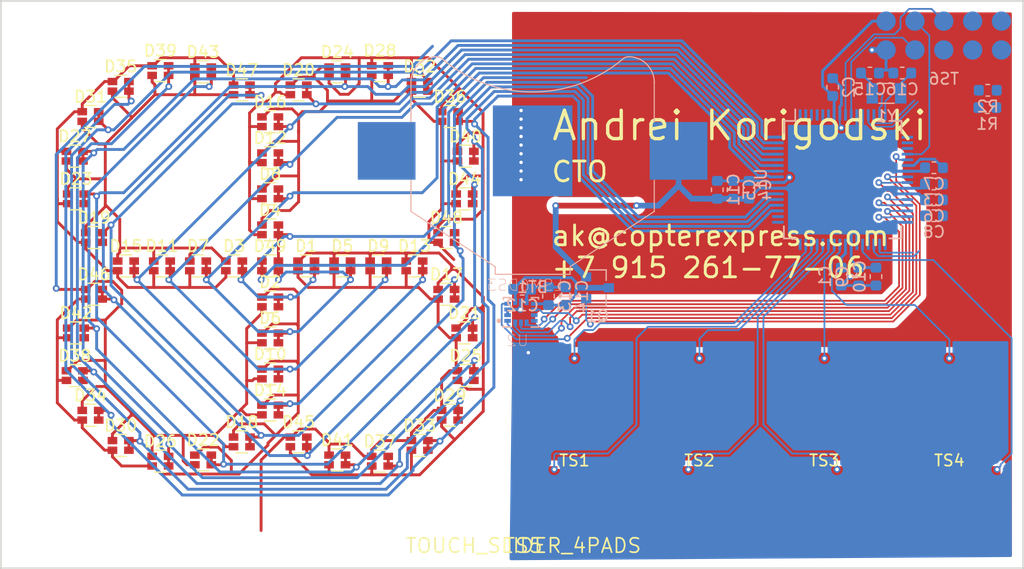
<source format=kicad_pcb>
(kicad_pcb (version 20171130) (host pcbnew 5.0.2+dfsg1-1~bpo9+1)
  (layers (0 F.Cu signal) (31 B.Cu signal) (34 B.Paste user hide) (35 F.Paste user hide) (36 B.SilkS user hide) (37 F.SilkS user) (38 B.Mask user) (39 F.Mask user) (44 Edge.Cuts user))
  (net 0 "")
  (net 1 LED_K0)
  (net 2 LED_K1)
  (net 3 LED_A0)
  (net 4 LED_K3)
  (net 5 LED_K2)
  (net 6 LED_K4)
  (net 7 LED_K5)
  (net 8 LED_K7)
  (net 9 LED_K6)
  (net 10 LED_K8)
  (net 11 LED_A1)
  (net 12 LED_A2)
  (net 13 LED_A3)
  (net 14 LED_A4)
  (net 15 LED_A5)
  (net 16 LED_A6)
  (net 17 LED_A7)
  (net 18 LED_A8)
  (net 19 VDD)
  (net 20 GND)
  (net 21 N$7)
  (net 22 N$6)
  (net 23 N$13)
  (net 24 N$14)
  (net 25 N$5)
  (net 26 N$19)
  (net 27 N$20)
  (net 28 N$16)
  (net 29 N$15)
  (net 30 N$17)
  (net 31 N$18)
  (net 32 N$12)
  (net 33 N$11)
  (net 34 TOUCH_PAD0)
  (net 35 N$1)
  (net 36 TOUCH_PAD1)
  (net 37 TOUCH_PAD2)
  (net 38 TOUCH_PAD3)
  (net 39 N$21)
  (net 40 N$22)
  (net 41 N$23)
  (net 42 N$8)
  (net 43 N$10)
  (net 44 N$9)
  (net 45 LED_K9)
  (net 46 LED_K10)
  (net 47 LED_K11)
  (net 48 N$4)
  (net 49 LFXTAL_P)
  (net 50 LFXTAL_N)
  (net 51 IMU_VDD)
  (net 52 N$24)
  (module footprints:LED_DUAL_0606 (layer F.Cu) (at 126.884 103.351)
    (fp_text reference D1 (at 0 -1.75) (layer F.SilkS))
    (fp_text value LED_Dual_AACC)
    (pad 3 smd rect (at 0.725 -0.425) (size 0.85 0.65) (layers F.Cu F.Paste F.Mask) (net 1 LED_K0))
    (pad 4 smd rect (at 0.725 0.425) (size 0.85 0.65) (layers F.Cu F.Paste F.Mask) (net 1 LED_K0))
    (pad 2 smd rect (at -0.725 0.425) (size 0.85 0.65) (layers F.Cu F.Paste F.Mask) (net 11 LED_A1))
    (pad 1 smd rect (at -0.725 -0.425) (size 0.85 0.65) (layers F.Cu F.Paste F.Mask) (net 3 LED_A0))
  )
  (module footprints:LED_DUAL_0606 (layer F.Cu) (at 123.709 106.526)
    (fp_text reference D2 (at 0 -1.75) (layer F.SilkS))
    (fp_text value LED_Dual_AACC)
    (pad 3 smd rect (at 0.725 -0.425) (size 0.85 0.65) (layers F.Cu F.Paste F.Mask) (net 1 LED_K0))
    (pad 4 smd rect (at 0.725 0.425) (size 0.85 0.65) (layers F.Cu F.Paste F.Mask) (net 1 LED_K0))
    (pad 2 smd rect (at -0.725 0.425) (size 0.85 0.65) (layers F.Cu F.Paste F.Mask) (net 13 LED_A3))
    (pad 1 smd rect (at -0.725 -0.425) (size 0.85 0.65) (layers F.Cu F.Paste F.Mask) (net 12 LED_A2))
  )
  (module footprints:LED_DUAL_0606 (layer F.Cu) (at 120.534 103.351)
    (fp_text reference D3 (at 0 -1.75) (layer F.SilkS))
    (fp_text value LED_Dual_AACC)
    (pad 3 smd rect (at 0.725 -0.425) (size 0.85 0.65) (layers F.Cu F.Paste F.Mask) (net 1 LED_K0))
    (pad 4 smd rect (at 0.725 0.425) (size 0.85 0.65) (layers F.Cu F.Paste F.Mask) (net 1 LED_K0))
    (pad 2 smd rect (at -0.725 0.425) (size 0.85 0.65) (layers F.Cu F.Paste F.Mask) (net 15 LED_A5))
    (pad 1 smd rect (at -0.725 -0.425) (size 0.85 0.65) (layers F.Cu F.Paste F.Mask) (net 14 LED_A4))
  )
  (module footprints:LED_DUAL_0606 (layer F.Cu) (at 123.709 100.176)
    (fp_text reference D4 (at 0 -1.75) (layer F.SilkS))
    (fp_text value LED_Dual_AACC)
    (pad 3 smd rect (at 0.725 -0.425) (size 0.85 0.65) (layers F.Cu F.Paste F.Mask) (net 1 LED_K0))
    (pad 4 smd rect (at 0.725 0.425) (size 0.85 0.65) (layers F.Cu F.Paste F.Mask) (net 1 LED_K0))
    (pad 2 smd rect (at -0.725 0.425) (size 0.85 0.65) (layers F.Cu F.Paste F.Mask) (net 17 LED_A7))
    (pad 1 smd rect (at -0.725 -0.425) (size 0.85 0.65) (layers F.Cu F.Paste F.Mask) (net 16 LED_A6))
  )
  (module footprints:LED_DUAL_0606 (layer F.Cu) (at 130.059 103.351)
    (fp_text reference D5 (at 0 -1.75) (layer F.SilkS))
    (fp_text value LED_Dual_AACC)
    (pad 3 smd rect (at 0.725 -0.425) (size 0.85 0.65) (layers F.Cu F.Paste F.Mask) (net 2 LED_K1))
    (pad 4 smd rect (at 0.725 0.425) (size 0.85 0.65) (layers F.Cu F.Paste F.Mask) (net 2 LED_K1))
    (pad 2 smd rect (at -0.725 0.425) (size 0.85 0.65) (layers F.Cu F.Paste F.Mask) (net 11 LED_A1))
    (pad 1 smd rect (at -0.725 -0.425) (size 0.85 0.65) (layers F.Cu F.Paste F.Mask) (net 3 LED_A0))
  )
  (module footprints:LED_DUAL_0606 (layer F.Cu) (at 123.709 109.701)
    (fp_text reference D6 (at 0 -1.75) (layer F.SilkS))
    (fp_text value LED_Dual_AACC)
    (pad 3 smd rect (at 0.725 -0.425) (size 0.85 0.65) (layers F.Cu F.Paste F.Mask) (net 2 LED_K1))
    (pad 4 smd rect (at 0.725 0.425) (size 0.85 0.65) (layers F.Cu F.Paste F.Mask) (net 2 LED_K1))
    (pad 2 smd rect (at -0.725 0.425) (size 0.85 0.65) (layers F.Cu F.Paste F.Mask) (net 13 LED_A3))
    (pad 1 smd rect (at -0.725 -0.425) (size 0.85 0.65) (layers F.Cu F.Paste F.Mask) (net 12 LED_A2))
  )
  (module footprints:LED_DUAL_0606 (layer F.Cu) (at 117.359 103.351)
    (fp_text reference D7 (at 0 -1.75) (layer F.SilkS))
    (fp_text value LED_Dual_AACC)
    (pad 3 smd rect (at 0.725 -0.425) (size 0.85 0.65) (layers F.Cu F.Paste F.Mask) (net 2 LED_K1))
    (pad 4 smd rect (at 0.725 0.425) (size 0.85 0.65) (layers F.Cu F.Paste F.Mask) (net 2 LED_K1))
    (pad 2 smd rect (at -0.725 0.425) (size 0.85 0.65) (layers F.Cu F.Paste F.Mask) (net 15 LED_A5))
    (pad 1 smd rect (at -0.725 -0.425) (size 0.85 0.65) (layers F.Cu F.Paste F.Mask) (net 14 LED_A4))
  )
  (module footprints:LED_DUAL_0606 (layer F.Cu) (at 123.709 97.001)
    (fp_text reference D8 (at 0 -1.75) (layer F.SilkS))
    (fp_text value LED_Dual_AACC)
    (pad 3 smd rect (at 0.725 -0.425) (size 0.85 0.65) (layers F.Cu F.Paste F.Mask) (net 2 LED_K1))
    (pad 4 smd rect (at 0.725 0.425) (size 0.85 0.65) (layers F.Cu F.Paste F.Mask) (net 2 LED_K1))
    (pad 2 smd rect (at -0.725 0.425) (size 0.85 0.65) (layers F.Cu F.Paste F.Mask) (net 17 LED_A7))
    (pad 1 smd rect (at -0.725 -0.425) (size 0.85 0.65) (layers F.Cu F.Paste F.Mask) (net 16 LED_A6))
  )
  (module footprints:LED_DUAL_0606 (layer F.Cu) (at 133.234 103.351)
    (fp_text reference D9 (at 0 -1.75) (layer F.SilkS))
    (fp_text value LED_Dual_AACC)
    (pad 3 smd rect (at 0.725 -0.425) (size 0.85 0.65) (layers F.Cu F.Paste F.Mask) (net 5 LED_K2))
    (pad 4 smd rect (at 0.725 0.425) (size 0.85 0.65) (layers F.Cu F.Paste F.Mask) (net 5 LED_K2))
    (pad 2 smd rect (at -0.725 0.425) (size 0.85 0.65) (layers F.Cu F.Paste F.Mask) (net 11 LED_A1))
    (pad 1 smd rect (at -0.725 -0.425) (size 0.85 0.65) (layers F.Cu F.Paste F.Mask) (net 3 LED_A0))
  )
  (module footprints:LED_DUAL_0606 (layer F.Cu) (at 123.709 112.875999)
    (fp_text reference D10 (at 0 -1.75) (layer F.SilkS))
    (fp_text value LED_Dual_AACC)
    (pad 3 smd rect (at 0.725 -0.425) (size 0.85 0.65) (layers F.Cu F.Paste F.Mask) (net 5 LED_K2))
    (pad 4 smd rect (at 0.725 0.425) (size 0.85 0.65) (layers F.Cu F.Paste F.Mask) (net 5 LED_K2))
    (pad 2 smd rect (at -0.725 0.425) (size 0.85 0.65) (layers F.Cu F.Paste F.Mask) (net 13 LED_A3))
    (pad 1 smd rect (at -0.725 -0.425) (size 0.85 0.65) (layers F.Cu F.Paste F.Mask) (net 12 LED_A2))
  )
  (module footprints:LED_DUAL_0606 (layer F.Cu) (at 114.184 103.351)
    (fp_text reference D11 (at 0 -1.75) (layer F.SilkS))
    (fp_text value LED_Dual_AACC)
    (pad 3 smd rect (at 0.725 -0.425) (size 0.85 0.65) (layers F.Cu F.Paste F.Mask) (net 5 LED_K2))
    (pad 4 smd rect (at 0.725 0.425) (size 0.85 0.65) (layers F.Cu F.Paste F.Mask) (net 5 LED_K2))
    (pad 2 smd rect (at -0.725 0.425) (size 0.85 0.65) (layers F.Cu F.Paste F.Mask) (net 15 LED_A5))
    (pad 1 smd rect (at -0.725 -0.425) (size 0.85 0.65) (layers F.Cu F.Paste F.Mask) (net 14 LED_A4))
  )
  (module footprints:LED_DUAL_0606 (layer F.Cu) (at 123.709 93.826)
    (fp_text reference D12 (at 0 -1.75) (layer F.SilkS))
    (fp_text value LED_Dual_AACC)
    (pad 3 smd rect (at 0.725 -0.425) (size 0.85 0.65) (layers F.Cu F.Paste F.Mask) (net 5 LED_K2))
    (pad 4 smd rect (at 0.725 0.425) (size 0.85 0.65) (layers F.Cu F.Paste F.Mask) (net 5 LED_K2))
    (pad 2 smd rect (at -0.725 0.425) (size 0.85 0.65) (layers F.Cu F.Paste F.Mask) (net 17 LED_A7))
    (pad 1 smd rect (at -0.725 -0.425) (size 0.85 0.65) (layers F.Cu F.Paste F.Mask) (net 16 LED_A6))
  )
  (module footprints:LED_DUAL_0606 (layer F.Cu) (at 136.409 103.351)
    (fp_text reference D13 (at 0 -1.75) (layer F.SilkS))
    (fp_text value LED_Dual_AACC)
    (pad 3 smd rect (at 0.725 -0.425) (size 0.85 0.65) (layers F.Cu F.Paste F.Mask) (net 4 LED_K3))
    (pad 4 smd rect (at 0.725 0.425) (size 0.85 0.65) (layers F.Cu F.Paste F.Mask) (net 4 LED_K3))
    (pad 2 smd rect (at -0.725 0.425) (size 0.85 0.65) (layers F.Cu F.Paste F.Mask) (net 11 LED_A1))
    (pad 1 smd rect (at -0.725 -0.425) (size 0.85 0.65) (layers F.Cu F.Paste F.Mask) (net 3 LED_A0))
  )
  (module footprints:LED_DUAL_0606 (layer F.Cu) (at 123.709 116.051)
    (fp_text reference D14 (at 0 -1.75) (layer F.SilkS))
    (fp_text value LED_Dual_AACC)
    (pad 3 smd rect (at 0.725 -0.425) (size 0.85 0.65) (layers F.Cu F.Paste F.Mask) (net 4 LED_K3))
    (pad 4 smd rect (at 0.725 0.425) (size 0.85 0.65) (layers F.Cu F.Paste F.Mask) (net 4 LED_K3))
    (pad 2 smd rect (at -0.725 0.425) (size 0.85 0.65) (layers F.Cu F.Paste F.Mask) (net 13 LED_A3))
    (pad 1 smd rect (at -0.725 -0.425) (size 0.85 0.65) (layers F.Cu F.Paste F.Mask) (net 12 LED_A2))
  )
  (module footprints:LED_DUAL_0606 (layer F.Cu) (at 111.009 103.351)
    (fp_text reference D15 (at 0 -1.75) (layer F.SilkS))
    (fp_text value LED_Dual_AACC)
    (pad 3 smd rect (at 0.725 -0.425) (size 0.85 0.65) (layers F.Cu F.Paste F.Mask) (net 4 LED_K3))
    (pad 4 smd rect (at 0.725 0.425) (size 0.85 0.65) (layers F.Cu F.Paste F.Mask) (net 4 LED_K3))
    (pad 2 smd rect (at -0.725 0.425) (size 0.85 0.65) (layers F.Cu F.Paste F.Mask) (net 15 LED_A5))
    (pad 1 smd rect (at -0.725 -0.425) (size 0.85 0.65) (layers F.Cu F.Paste F.Mask) (net 14 LED_A4))
  )
  (module footprints:LED_DUAL_0606 (layer F.Cu) (at 123.709 90.651)
    (fp_text reference D16 (at 0 -1.75) (layer F.SilkS))
    (fp_text value LED_Dual_AACC)
    (pad 3 smd rect (at 0.725 -0.425) (size 0.85 0.65) (layers F.Cu F.Paste F.Mask) (net 4 LED_K3))
    (pad 4 smd rect (at 0.725 0.425) (size 0.85 0.65) (layers F.Cu F.Paste F.Mask) (net 4 LED_K3))
    (pad 2 smd rect (at -0.725 0.425) (size 0.85 0.65) (layers F.Cu F.Paste F.Mask) (net 17 LED_A7))
    (pad 1 smd rect (at -0.725 -0.425) (size 0.85 0.65) (layers F.Cu F.Paste F.Mask) (net 16 LED_A6))
  )
  (module footprints:LED_DUAL_0606 (layer F.Cu) (at 139.217852 105.850666)
    (fp_text reference D17 (at 0 -1.75) (layer F.SilkS))
    (fp_text value LED_Dual_AACC)
    (pad 3 smd rect (at 0.725 -0.425) (size 0.85 0.65) (layers F.Cu F.Paste F.Mask) (net 6 LED_K4))
    (pad 4 smd rect (at 0.725 0.425) (size 0.85 0.65) (layers F.Cu F.Paste F.Mask) (net 6 LED_K4))
    (pad 2 smd rect (at -0.725 0.425) (size 0.85 0.65) (layers F.Cu F.Paste F.Mask) (net 11 LED_A1))
    (pad 1 smd rect (at -0.725 -0.425) (size 0.85 0.65) (layers F.Cu F.Paste F.Mask) (net 3 LED_A0))
  )
  (module footprints:LED_DUAL_0606 (layer F.Cu) (at 121.209333 118.859852)
    (fp_text reference D18 (at 0 -1.75) (layer F.SilkS))
    (fp_text value LED_Dual_AACC)
    (pad 3 smd rect (at 0.725 -0.425) (size 0.85 0.65) (layers F.Cu F.Paste F.Mask) (net 6 LED_K4))
    (pad 4 smd rect (at 0.725 0.425) (size 0.85 0.65) (layers F.Cu F.Paste F.Mask) (net 6 LED_K4))
    (pad 2 smd rect (at -0.725 0.425) (size 0.85 0.65) (layers F.Cu F.Paste F.Mask) (net 13 LED_A3))
    (pad 1 smd rect (at -0.725 -0.425) (size 0.85 0.65) (layers F.Cu F.Paste F.Mask) (net 12 LED_A2))
  )
  (module footprints:LED_DUAL_0606 (layer F.Cu) (at 108.200147 100.851333)
    (fp_text reference D19 (at 0 -1.75) (layer F.SilkS))
    (fp_text value LED_Dual_AACC)
    (pad 3 smd rect (at 0.725 -0.425) (size 0.85 0.65) (layers F.Cu F.Paste F.Mask) (net 6 LED_K4))
    (pad 4 smd rect (at 0.725 0.425) (size 0.85 0.65) (layers F.Cu F.Paste F.Mask) (net 6 LED_K4))
    (pad 2 smd rect (at -0.725 0.425) (size 0.85 0.65) (layers F.Cu F.Paste F.Mask) (net 15 LED_A5))
    (pad 1 smd rect (at -0.725 -0.425) (size 0.85 0.65) (layers F.Cu F.Paste F.Mask) (net 14 LED_A4))
  )
  (module footprints:LED_DUAL_0606 (layer F.Cu) (at 126.208666 87.842147)
    (fp_text reference D20 (at 0 -1.75) (layer F.SilkS))
    (fp_text value LED_Dual_AACC)
    (pad 3 smd rect (at 0.725 -0.425) (size 0.85 0.65) (layers F.Cu F.Paste F.Mask) (net 6 LED_K4))
    (pad 4 smd rect (at 0.725 0.425) (size 0.85 0.65) (layers F.Cu F.Paste F.Mask) (net 6 LED_K4))
    (pad 2 smd rect (at -0.725 0.425) (size 0.85 0.65) (layers F.Cu F.Paste F.Mask) (net 17 LED_A7))
    (pad 1 smd rect (at -0.725 -0.425) (size 0.85 0.65) (layers F.Cu F.Paste F.Mask) (net 16 LED_A6))
  )
  (module footprints:LED_DUAL_0606 (layer F.Cu) (at 140.806919 109.258431)
    (fp_text reference D21 (at 0 -1.75) (layer F.SilkS))
    (fp_text value LED_Dual_AACC)
    (pad 3 smd rect (at 0.725 -0.425) (size 0.85 0.65) (layers F.Cu F.Paste F.Mask) (net 7 LED_K5))
    (pad 4 smd rect (at 0.725 0.425) (size 0.85 0.65) (layers F.Cu F.Paste F.Mask) (net 7 LED_K5))
    (pad 2 smd rect (at -0.725 0.425) (size 0.85 0.65) (layers F.Cu F.Paste F.Mask) (net 11 LED_A1))
    (pad 1 smd rect (at -0.725 -0.425) (size 0.85 0.65) (layers F.Cu F.Paste F.Mask) (net 3 LED_A0))
  )
  (module footprints:LED_DUAL_0606 (layer F.Cu) (at 117.801568 120.448919)
    (fp_text reference D22 (at 0 -1.75) (layer F.SilkS))
    (fp_text value LED_Dual_AACC)
    (pad 3 smd rect (at 0.725 -0.425) (size 0.85 0.65) (layers F.Cu F.Paste F.Mask) (net 7 LED_K5))
    (pad 4 smd rect (at 0.725 0.425) (size 0.85 0.65) (layers F.Cu F.Paste F.Mask) (net 7 LED_K5))
    (pad 2 smd rect (at -0.725 0.425) (size 0.85 0.65) (layers F.Cu F.Paste F.Mask) (net 13 LED_A3))
    (pad 1 smd rect (at -0.725 -0.425) (size 0.85 0.65) (layers F.Cu F.Paste F.Mask) (net 12 LED_A2))
  )
  (module footprints:LED_DUAL_0606 (layer F.Cu) (at 106.61108 97.443568)
    (fp_text reference D23 (at 0 -1.75) (layer F.SilkS))
    (fp_text value LED_Dual_AACC)
    (pad 3 smd rect (at 0.725 -0.425) (size 0.85 0.65) (layers F.Cu F.Paste F.Mask) (net 7 LED_K5))
    (pad 4 smd rect (at 0.725 0.425) (size 0.85 0.65) (layers F.Cu F.Paste F.Mask) (net 7 LED_K5))
    (pad 2 smd rect (at -0.725 0.425) (size 0.85 0.65) (layers F.Cu F.Paste F.Mask) (net 15 LED_A5))
    (pad 1 smd rect (at -0.725 -0.425) (size 0.85 0.65) (layers F.Cu F.Paste F.Mask) (net 14 LED_A4))
  )
  (module footprints:LED_DUAL_0606 (layer F.Cu) (at 129.616431 86.25308)
    (fp_text reference D24 (at 0 -1.75) (layer F.SilkS))
    (fp_text value LED_Dual_AACC)
    (pad 3 smd rect (at 0.725 -0.425) (size 0.85 0.65) (layers F.Cu F.Paste F.Mask) (net 7 LED_K5))
    (pad 4 smd rect (at 0.725 0.425) (size 0.85 0.65) (layers F.Cu F.Paste F.Mask) (net 7 LED_K5))
    (pad 2 smd rect (at -0.725 0.425) (size 0.85 0.65) (layers F.Cu F.Paste F.Mask) (net 17 LED_A7))
    (pad 1 smd rect (at -0.725 -0.425) (size 0.85 0.65) (layers F.Cu F.Paste F.Mask) (net 16 LED_A6))
  )
  (module footprints:LED_DUAL_0606 (layer F.Cu) (at 140.916279 113.016892)
    (fp_text reference D25 (at 0 -1.75) (layer F.SilkS))
    (fp_text value LED_Dual_AACC)
    (pad 3 smd rect (at 0.725 -0.425) (size 0.85 0.65) (layers F.Cu F.Paste F.Mask) (net 9 LED_K6))
    (pad 4 smd rect (at 0.725 0.425) (size 0.85 0.65) (layers F.Cu F.Paste F.Mask) (net 9 LED_K6))
    (pad 2 smd rect (at -0.725 0.425) (size 0.85 0.65) (layers F.Cu F.Paste F.Mask) (net 3 LED_A0))
    (pad 1 smd rect (at -0.725 -0.425) (size 0.85 0.65) (layers F.Cu F.Paste F.Mask) (net 11 LED_A1))
  )
  (module footprints:LED_DUAL_0606 (layer F.Cu) (at 114.043107 120.558279)
    (fp_text reference D26 (at 0 -1.75) (layer F.SilkS))
    (fp_text value LED_Dual_AACC)
    (pad 3 smd rect (at 0.725 -0.425) (size 0.85 0.65) (layers F.Cu F.Paste F.Mask) (net 9 LED_K6))
    (pad 4 smd rect (at 0.725 0.425) (size 0.85 0.65) (layers F.Cu F.Paste F.Mask) (net 9 LED_K6))
    (pad 2 smd rect (at -0.725 0.425) (size 0.85 0.65) (layers F.Cu F.Paste F.Mask) (net 12 LED_A2))
    (pad 1 smd rect (at -0.725 -0.425) (size 0.85 0.65) (layers F.Cu F.Paste F.Mask) (net 13 LED_A3))
  )
  (module footprints:LED_DUAL_0606 (layer F.Cu) (at 106.50172 93.685107)
    (fp_text reference D27 (at 0 -1.75) (layer F.SilkS))
    (fp_text value LED_Dual_AACC)
    (pad 3 smd rect (at 0.725 -0.425) (size 0.85 0.65) (layers F.Cu F.Paste F.Mask) (net 9 LED_K6))
    (pad 4 smd rect (at 0.725 0.425) (size 0.85 0.65) (layers F.Cu F.Paste F.Mask) (net 9 LED_K6))
    (pad 2 smd rect (at -0.725 0.425) (size 0.85 0.65) (layers F.Cu F.Paste F.Mask) (net 14 LED_A4))
    (pad 1 smd rect (at -0.725 -0.425) (size 0.85 0.65) (layers F.Cu F.Paste F.Mask) (net 15 LED_A5))
  )
  (module footprints:LED_DUAL_0606 (layer F.Cu) (at 133.374892 86.14372)
    (fp_text reference D28 (at 0 -1.75) (layer F.SilkS))
    (fp_text value LED_Dual_AACC)
    (pad 3 smd rect (at 0.725 -0.425) (size 0.85 0.65) (layers F.Cu F.Paste F.Mask) (net 9 LED_K6))
    (pad 4 smd rect (at 0.725 0.425) (size 0.85 0.65) (layers F.Cu F.Paste F.Mask) (net 9 LED_K6))
    (pad 2 smd rect (at -0.725 0.425) (size 0.85 0.65) (layers F.Cu F.Paste F.Mask) (net 16 LED_A6))
    (pad 1 smd rect (at -0.725 -0.425) (size 0.85 0.65) (layers F.Cu F.Paste F.Mask) (net 17 LED_A7))
  )
  (module footprints:LED_DUAL_0606 (layer F.Cu) (at 139.528045 116.511287)
    (fp_text reference D29 (at 0 -1.75) (layer F.SilkS))
    (fp_text value LED_Dual_AACC)
    (pad 3 smd rect (at 0.725 -0.425) (size 0.85 0.65) (layers F.Cu F.Paste F.Mask) (net 8 LED_K7))
    (pad 4 smd rect (at 0.725 0.425) (size 0.85 0.65) (layers F.Cu F.Paste F.Mask) (net 8 LED_K7))
    (pad 2 smd rect (at -0.725 0.425) (size 0.85 0.65) (layers F.Cu F.Paste F.Mask) (net 3 LED_A0))
    (pad 1 smd rect (at -0.725 -0.425) (size 0.85 0.65) (layers F.Cu F.Paste F.Mask) (net 11 LED_A1))
  )
  (module footprints:LED_DUAL_0606 (layer F.Cu) (at 110.548712 119.170045)
    (fp_text reference D30 (at 0 -1.75) (layer F.SilkS))
    (fp_text value LED_Dual_AACC)
    (pad 3 smd rect (at 0.725 -0.425) (size 0.85 0.65) (layers F.Cu F.Paste F.Mask) (net 8 LED_K7))
    (pad 4 smd rect (at 0.725 0.425) (size 0.85 0.65) (layers F.Cu F.Paste F.Mask) (net 8 LED_K7))
    (pad 2 smd rect (at -0.725 0.425) (size 0.85 0.65) (layers F.Cu F.Paste F.Mask) (net 12 LED_A2))
    (pad 1 smd rect (at -0.725 -0.425) (size 0.85 0.65) (layers F.Cu F.Paste F.Mask) (net 13 LED_A3))
  )
  (module footprints:LED_DUAL_0606 (layer F.Cu) (at 107.889954 90.190712)
    (fp_text reference D31 (at 0 -1.75) (layer F.SilkS))
    (fp_text value LED_Dual_AACC)
    (pad 3 smd rect (at 0.725 -0.425) (size 0.85 0.65) (layers F.Cu F.Paste F.Mask) (net 8 LED_K7))
    (pad 4 smd rect (at 0.725 0.425) (size 0.85 0.65) (layers F.Cu F.Paste F.Mask) (net 8 LED_K7))
    (pad 2 smd rect (at -0.725 0.425) (size 0.85 0.65) (layers F.Cu F.Paste F.Mask) (net 14 LED_A4))
    (pad 1 smd rect (at -0.725 -0.425) (size 0.85 0.65) (layers F.Cu F.Paste F.Mask) (net 15 LED_A5))
  )
  (module footprints:LED_DUAL_0606 (layer F.Cu) (at 136.869287 87.531954)
    (fp_text reference D32 (at 0 -1.75) (layer F.SilkS))
    (fp_text value LED_Dual_AACC)
    (pad 3 smd rect (at 0.725 -0.425) (size 0.85 0.65) (layers F.Cu F.Paste F.Mask) (net 8 LED_K7))
    (pad 4 smd rect (at 0.725 0.425) (size 0.85 0.65) (layers F.Cu F.Paste F.Mask) (net 8 LED_K7))
    (pad 2 smd rect (at -0.725 0.425) (size 0.85 0.65) (layers F.Cu F.Paste F.Mask) (net 16 LED_A6))
    (pad 1 smd rect (at -0.725 -0.425) (size 0.85 0.65) (layers F.Cu F.Paste F.Mask) (net 17 LED_A7))
  )
  (module footprints:LED_DUAL_0606 (layer F.Cu) (at 136.869287 119.170045)
    (fp_text reference D33 (at 0 -1.75) (layer F.SilkS))
    (fp_text value LED_Dual_AACC)
    (pad 3 smd rect (at 0.725 -0.425) (size 0.85 0.65) (layers F.Cu F.Paste F.Mask) (net 10 LED_K8))
    (pad 4 smd rect (at 0.725 0.425) (size 0.85 0.65) (layers F.Cu F.Paste F.Mask) (net 10 LED_K8))
    (pad 2 smd rect (at -0.725 0.425) (size 0.85 0.65) (layers F.Cu F.Paste F.Mask) (net 3 LED_A0))
    (pad 1 smd rect (at -0.725 -0.425) (size 0.85 0.65) (layers F.Cu F.Paste F.Mask) (net 11 LED_A1))
  )
  (module footprints:LED_DUAL_0606 (layer F.Cu) (at 107.889954 116.511287)
    (fp_text reference D34 (at 0 -1.75) (layer F.SilkS))
    (fp_text value LED_Dual_AACC)
    (pad 3 smd rect (at 0.725 -0.425) (size 0.85 0.65) (layers F.Cu F.Paste F.Mask) (net 10 LED_K8))
    (pad 4 smd rect (at 0.725 0.425) (size 0.85 0.65) (layers F.Cu F.Paste F.Mask) (net 10 LED_K8))
    (pad 2 smd rect (at -0.725 0.425) (size 0.85 0.65) (layers F.Cu F.Paste F.Mask) (net 12 LED_A2))
    (pad 1 smd rect (at -0.725 -0.425) (size 0.85 0.65) (layers F.Cu F.Paste F.Mask) (net 13 LED_A3))
  )
  (module footprints:LED_DUAL_0606 (layer F.Cu) (at 110.548712 87.531954)
    (fp_text reference D35 (at 0 -1.75) (layer F.SilkS))
    (fp_text value LED_Dual_AACC)
    (pad 3 smd rect (at 0.725 -0.425) (size 0.85 0.65) (layers F.Cu F.Paste F.Mask) (net 10 LED_K8))
    (pad 4 smd rect (at 0.725 0.425) (size 0.85 0.65) (layers F.Cu F.Paste F.Mask) (net 10 LED_K8))
    (pad 2 smd rect (at -0.725 0.425) (size 0.85 0.65) (layers F.Cu F.Paste F.Mask) (net 14 LED_A4))
    (pad 1 smd rect (at -0.725 -0.425) (size 0.85 0.65) (layers F.Cu F.Paste F.Mask) (net 15 LED_A5))
  )
  (module footprints:LED_DUAL_0606 (layer F.Cu) (at 139.528045 90.190712)
    (fp_text reference D36 (at 0 -1.75) (layer F.SilkS))
    (fp_text value LED_Dual_AACC)
    (pad 3 smd rect (at 0.725 -0.425) (size 0.85 0.65) (layers F.Cu F.Paste F.Mask) (net 10 LED_K8))
    (pad 4 smd rect (at 0.725 0.425) (size 0.85 0.65) (layers F.Cu F.Paste F.Mask) (net 10 LED_K8))
    (pad 2 smd rect (at -0.725 0.425) (size 0.85 0.65) (layers F.Cu F.Paste F.Mask) (net 16 LED_A6))
    (pad 1 smd rect (at -0.725 -0.425) (size 0.85 0.65) (layers F.Cu F.Paste F.Mask) (net 17 LED_A7))
  )
  (module footprints:LED_DUAL_0606 (layer F.Cu) (at 133.374892 120.558279)
    (fp_text reference D37 (at 0 -1.75) (layer F.SilkS))
    (fp_text value LED_Dual_AACC)
    (pad 3 smd rect (at 0.725 -0.425) (size 0.85 0.65) (layers F.Cu F.Paste F.Mask) (net 45 LED_K9))
    (pad 4 smd rect (at 0.725 0.425) (size 0.85 0.65) (layers F.Cu F.Paste F.Mask) (net 45 LED_K9))
    (pad 2 smd rect (at -0.725 0.425) (size 0.85 0.65) (layers F.Cu F.Paste F.Mask) (net 3 LED_A0))
    (pad 1 smd rect (at -0.725 -0.425) (size 0.85 0.65) (layers F.Cu F.Paste F.Mask) (net 11 LED_A1))
  )
  (module footprints:LED_DUAL_0606 (layer F.Cu) (at 106.50172 113.016892)
    (fp_text reference D38 (at 0 -1.75) (layer F.SilkS))
    (fp_text value LED_Dual_AACC)
    (pad 3 smd rect (at 0.725 -0.425) (size 0.85 0.65) (layers F.Cu F.Paste F.Mask) (net 45 LED_K9))
    (pad 4 smd rect (at 0.725 0.425) (size 0.85 0.65) (layers F.Cu F.Paste F.Mask) (net 45 LED_K9))
    (pad 2 smd rect (at -0.725 0.425) (size 0.85 0.65) (layers F.Cu F.Paste F.Mask) (net 12 LED_A2))
    (pad 1 smd rect (at -0.725 -0.425) (size 0.85 0.65) (layers F.Cu F.Paste F.Mask) (net 13 LED_A3))
  )
  (module footprints:LED_DUAL_0606 (layer F.Cu) (at 114.043107 86.14372)
    (fp_text reference D39 (at 0 -1.75) (layer F.SilkS))
    (fp_text value LED_Dual_AACC)
    (pad 3 smd rect (at 0.725 -0.425) (size 0.85 0.65) (layers F.Cu F.Paste F.Mask) (net 45 LED_K9))
    (pad 4 smd rect (at 0.725 0.425) (size 0.85 0.65) (layers F.Cu F.Paste F.Mask) (net 45 LED_K9))
    (pad 2 smd rect (at -0.725 0.425) (size 0.85 0.65) (layers F.Cu F.Paste F.Mask) (net 14 LED_A4))
    (pad 1 smd rect (at -0.725 -0.425) (size 0.85 0.65) (layers F.Cu F.Paste F.Mask) (net 15 LED_A5))
  )
  (module footprints:LED_DUAL_0606 (layer F.Cu) (at 140.916279 93.685107)
    (fp_text reference D40 (at 0 -1.75) (layer F.SilkS))
    (fp_text value LED_Dual_AACC)
    (pad 3 smd rect (at 0.725 -0.425) (size 0.85 0.65) (layers F.Cu F.Paste F.Mask) (net 45 LED_K9))
    (pad 4 smd rect (at 0.725 0.425) (size 0.85 0.65) (layers F.Cu F.Paste F.Mask) (net 45 LED_K9))
    (pad 2 smd rect (at -0.725 0.425) (size 0.85 0.65) (layers F.Cu F.Paste F.Mask) (net 16 LED_A6))
    (pad 1 smd rect (at -0.725 -0.425) (size 0.85 0.65) (layers F.Cu F.Paste F.Mask) (net 17 LED_A7))
  )
  (module footprints:LED_DUAL_0606 (layer F.Cu) (at 129.616431 120.448919)
    (fp_text reference D41 (at 0 -1.75) (layer F.SilkS))
    (fp_text value LED_Dual_AACC)
    (pad 3 smd rect (at 0.725 -0.425) (size 0.85 0.65) (layers F.Cu F.Paste F.Mask) (net 46 LED_K10))
    (pad 4 smd rect (at 0.725 0.425) (size 0.85 0.65) (layers F.Cu F.Paste F.Mask) (net 46 LED_K10))
    (pad 2 smd rect (at -0.725 0.425) (size 0.85 0.65) (layers F.Cu F.Paste F.Mask) (net 3 LED_A0))
    (pad 1 smd rect (at -0.725 -0.425) (size 0.85 0.65) (layers F.Cu F.Paste F.Mask) (net 11 LED_A1))
  )
  (module footprints:LED_DUAL_0606 (layer F.Cu) (at 106.61108 109.258431)
    (fp_text reference D42 (at 0 -1.75) (layer F.SilkS))
    (fp_text value LED_Dual_AACC)
    (pad 3 smd rect (at 0.725 -0.425) (size 0.85 0.65) (layers F.Cu F.Paste F.Mask) (net 46 LED_K10))
    (pad 4 smd rect (at 0.725 0.425) (size 0.85 0.65) (layers F.Cu F.Paste F.Mask) (net 46 LED_K10))
    (pad 2 smd rect (at -0.725 0.425) (size 0.85 0.65) (layers F.Cu F.Paste F.Mask) (net 12 LED_A2))
    (pad 1 smd rect (at -0.725 -0.425) (size 0.85 0.65) (layers F.Cu F.Paste F.Mask) (net 13 LED_A3))
  )
  (module footprints:LED_DUAL_0606 (layer F.Cu) (at 117.801568 86.25308)
    (fp_text reference D43 (at 0 -1.75) (layer F.SilkS))
    (fp_text value LED_Dual_AACC)
    (pad 3 smd rect (at 0.725 -0.425) (size 0.85 0.65) (layers F.Cu F.Paste F.Mask) (net 46 LED_K10))
    (pad 4 smd rect (at 0.725 0.425) (size 0.85 0.65) (layers F.Cu F.Paste F.Mask) (net 46 LED_K10))
    (pad 2 smd rect (at -0.725 0.425) (size 0.85 0.65) (layers F.Cu F.Paste F.Mask) (net 14 LED_A4))
    (pad 1 smd rect (at -0.725 -0.425) (size 0.85 0.65) (layers F.Cu F.Paste F.Mask) (net 15 LED_A5))
  )
  (module footprints:LED_DUAL_0606 (layer F.Cu) (at 140.806919 97.443568)
    (fp_text reference D44 (at 0 -1.75) (layer F.SilkS))
    (fp_text value LED_Dual_AACC)
    (pad 3 smd rect (at 0.725 -0.425) (size 0.85 0.65) (layers F.Cu F.Paste F.Mask) (net 46 LED_K10))
    (pad 4 smd rect (at 0.725 0.425) (size 0.85 0.65) (layers F.Cu F.Paste F.Mask) (net 46 LED_K10))
    (pad 2 smd rect (at -0.725 0.425) (size 0.85 0.65) (layers F.Cu F.Paste F.Mask) (net 16 LED_A6))
    (pad 1 smd rect (at -0.725 -0.425) (size 0.85 0.65) (layers F.Cu F.Paste F.Mask) (net 17 LED_A7))
  )
  (module footprints:LED_DUAL_0606 (layer F.Cu) (at 126.208666 118.859852)
    (fp_text reference D45 (at 0 -1.75) (layer F.SilkS))
    (fp_text value LED_Dual_AACC)
    (pad 3 smd rect (at 0.725 -0.425) (size 0.85 0.65) (layers F.Cu F.Paste F.Mask) (net 47 LED_K11))
    (pad 4 smd rect (at 0.725 0.425) (size 0.85 0.65) (layers F.Cu F.Paste F.Mask) (net 47 LED_K11))
    (pad 2 smd rect (at -0.725 0.425) (size 0.85 0.65) (layers F.Cu F.Paste F.Mask) (net 3 LED_A0))
    (pad 1 smd rect (at -0.725 -0.425) (size 0.85 0.65) (layers F.Cu F.Paste F.Mask) (net 11 LED_A1))
  )
  (module footprints:LED_DUAL_0606 (layer F.Cu) (at 108.200147 105.850666)
    (fp_text reference D46 (at 0 -1.75) (layer F.SilkS))
    (fp_text value LED_Dual_AACC)
    (pad 3 smd rect (at 0.725 -0.425) (size 0.85 0.65) (layers F.Cu F.Paste F.Mask) (net 47 LED_K11))
    (pad 4 smd rect (at 0.725 0.425) (size 0.85 0.65) (layers F.Cu F.Paste F.Mask) (net 47 LED_K11))
    (pad 2 smd rect (at -0.725 0.425) (size 0.85 0.65) (layers F.Cu F.Paste F.Mask) (net 12 LED_A2))
    (pad 1 smd rect (at -0.725 -0.425) (size 0.85 0.65) (layers F.Cu F.Paste F.Mask) (net 13 LED_A3))
  )
  (module footprints:LED_DUAL_0606 (layer F.Cu) (at 121.209333 87.842147)
    (fp_text reference D47 (at 0 -1.75) (layer F.SilkS))
    (fp_text value LED_Dual_AACC)
    (pad 3 smd rect (at 0.725 -0.425) (size 0.85 0.65) (layers F.Cu F.Paste F.Mask) (net 47 LED_K11))
    (pad 4 smd rect (at 0.725 0.425) (size 0.85 0.65) (layers F.Cu F.Paste F.Mask) (net 47 LED_K11))
    (pad 2 smd rect (at -0.725 0.425) (size 0.85 0.65) (layers F.Cu F.Paste F.Mask) (net 14 LED_A4))
    (pad 1 smd rect (at -0.725 -0.425) (size 0.85 0.65) (layers F.Cu F.Paste F.Mask) (net 15 LED_A5))
  )
  (module footprints:LED_DUAL_0606 (layer F.Cu) (at 139.217852 100.851333)
    (fp_text reference D48 (at 0 -1.75) (layer F.SilkS))
    (fp_text value LED_Dual_AACC)
    (pad 3 smd rect (at 0.725 -0.425) (size 0.85 0.65) (layers F.Cu F.Paste F.Mask) (net 47 LED_K11))
    (pad 4 smd rect (at 0.725 0.425) (size 0.85 0.65) (layers F.Cu F.Paste F.Mask) (net 47 LED_K11))
    (pad 2 smd rect (at -0.725 0.425) (size 0.85 0.65) (layers F.Cu F.Paste F.Mask) (net 16 LED_A6))
    (pad 1 smd rect (at -0.725 -0.425) (size 0.85 0.65) (layers F.Cu F.Paste F.Mask) (net 17 LED_A7))
  )
  (module footprints:LED_DUAL_0606 (layer F.Cu) (at 123.709 103.351)
    (fp_text reference D49 (at 0 -1.75) (layer F.SilkS))
    (fp_text value LED_Dual_AACC)
    (pad 3 smd rect (at 0.725 -0.425) (size 0.85 0.65) (layers F.Cu F.Paste F.Mask) (net 1 LED_K0))
    (pad 4 smd rect (at 0.725 0.425) (size 0.85 0.65) (layers F.Cu F.Paste F.Mask) (net 2 LED_K1))
    (pad 2 smd rect (at -0.725 0.425) (size 0.85 0.65) (layers F.Cu F.Paste F.Mask) (net 18 LED_A8))
    (pad 1 smd rect (at -0.725 -0.425) (size 0.85 0.65) (layers F.Cu F.Paste F.Mask) (net 18 LED_A8))
  )
  (module Resistor_SMD:R_0603_1608Metric (layer B.Cu) (at 186.8425 89.408)
    (fp_text reference R1 (at 0 1.43) (layer B.SilkS) (effects (justify mirror)))
    (fp_text value 0)
    (pad 2 smd roundrect (at 0.7875 0) (size 0.875 0.95) (layers B.Cu B.Paste B.Mask) (net 20 GND))
    (pad 1 smd roundrect (at -0.7875 0) (size 0.875 0.95) (layers B.Cu B.Paste B.Mask) (net 41 N$23))
  )
  (module Package_QFP:LQFP-64_10x10mm_P0.5mm (layer B.Cu) (at 174.10708 95.75756 270)
    (fp_text reference U1 (at 0 7.2 270) (layer B.SilkS) (effects (justify mirror)))
    (fp_text value EFM32LG232F64)
    (pad 64 smd rect (at -3.75 5.7 180) (size 1 0.25) (layers B.Cu B.Paste B.Mask) (net 8 LED_K7))
    (pad 63 smd rect (at -3.25 5.7 180) (size 1 0.25) (layers B.Cu B.Paste B.Mask) (net 9 LED_K6))
    (pad 62 smd rect (at -2.75 5.7 180) (size 1 0.25) (layers B.Cu B.Paste B.Mask) (net 7 LED_K5))
    (pad 61 smd rect (at -2.25 5.7 180) (size 1 0.25) (layers B.Cu B.Paste B.Mask) (net 6 LED_K4))
    (pad 60 smd rect (at -1.75 5.7 180) (size 1 0.25) (layers B.Cu B.Paste B.Mask) (net 4 LED_K3))
    (pad 59 smd rect (at -1.25 5.7 180) (size 1 0.25) (layers B.Cu B.Paste B.Mask) (net 5 LED_K2))
    (pad 58 smd rect (at -0.75 5.7 180) (size 1 0.25) (layers B.Cu B.Paste B.Mask) (net 2 LED_K1))
    (pad 57 smd rect (at -0.25 5.7 180) (size 1 0.25) (layers B.Cu B.Paste B.Mask) (net 1 LED_K0))
    (pad 56 smd rect (at 0.25 5.7 180) (size 1 0.25) (layers B.Cu B.Paste B.Mask) (net 20 GND))
    (pad 55 smd rect (at 0.75 5.7 180) (size 1 0.25) (layers B.Cu B.Paste B.Mask) (net 19 VDD))
    (pad 54 smd rect (at 1.25 5.7 180) (size 1 0.25) (layers B.Cu B.Paste B.Mask) (net 47 LED_K11))
    (pad 53 smd rect (at 1.75 5.7 180) (size 1 0.25) (layers B.Cu B.Paste B.Mask) (net 46 LED_K10))
    (pad 52 smd rect (at 2.25 5.7 180) (size 1 0.25) (layers B.Cu B.Paste B.Mask) (net 45 LED_K9))
    (pad 51 smd rect (at 2.75 5.7 180) (size 1 0.25) (layers B.Cu B.Paste B.Mask) (net 10 LED_K8))
    (pad 50 smd rect (at 3.25 5.7 180) (size 1 0.25) (layers B.Cu B.Paste B.Mask) (net 42 N$8))
    (pad 49 smd rect (at 3.75 5.7 180) (size 1 0.25) (layers B.Cu B.Paste B.Mask) (net 44 N$9))
    (pad 48 smd rect (at 5.7 3.75 270) (size 1 0.25) (layers B.Cu B.Paste B.Mask) (net 21 N$7))
    (pad 47 smd rect (at 5.7 3.25 270) (size 1 0.25) (layers B.Cu B.Paste B.Mask) (net 34 TOUCH_PAD0))
    (pad 46 smd rect (at 5.7 2.75 270) (size 1 0.25) (layers B.Cu B.Paste B.Mask) (net 26 N$19))
    (pad 45 smd rect (at 5.7 2.25 270) (size 1 0.25) (layers B.Cu B.Paste B.Mask) (net 36 TOUCH_PAD1))
    (pad 44 smd rect (at 5.7 1.75 270) (size 1 0.25) (layers B.Cu B.Paste B.Mask) (net 27 N$20))
    (pad 43 smd rect (at 5.7 1.25 270) (size 1 0.25) (layers B.Cu B.Paste B.Mask) (net 39 N$21))
    (pad 42 smd rect (at 5.7 0.75 270) (size 1 0.25) (layers B.Cu B.Paste B.Mask) (net 37 TOUCH_PAD2))
    (pad 41 smd rect (at 5.7 0.25 270) (size 1 0.25) (layers B.Cu B.Paste B.Mask) (net 38 TOUCH_PAD3))
    (pad 40 smd rect (at 5.7 -0.25 270) (size 1 0.25) (layers B.Cu B.Paste B.Mask) (net 35 N$1))
    (pad 39 smd rect (at 5.7 -0.75 270) (size 1 0.25) (layers B.Cu B.Paste B.Mask) (net 19 VDD))
    (pad 38 smd rect (at 5.7 -1.25 270) (size 1 0.25) (layers B.Cu B.Paste B.Mask) (net 19 VDD))
    (pad 37 smd rect (at 5.7 -1.75 270) (size 1 0.25) (layers B.Cu B.Paste B.Mask) (net 40 N$22))
    (pad 36 smd rect (at 5.7 -2.25 270) (size 1 0.25) (layers B.Cu B.Paste B.Mask) (net 19 VDD))
    (pad 35 smd rect (at 5.7 -2.75 270) (size 1 0.25) (layers B.Cu B.Paste B.Mask) (net 43 N$10))
    (pad 34 smd rect (at 5.7 -3.25 270) (size 1 0.25) (layers B.Cu B.Paste B.Mask) (net 33 N$11))
    (pad 33 smd rect (at 5.7 -3.75 270) (size 1 0.25) (layers B.Cu B.Paste B.Mask) (net 19 VDD))
    (pad 32 smd rect (at 3.75 -5.7 180) (size 1 0.25) (layers B.Cu B.Paste B.Mask) (net 19 VDD))
    (pad 31 smd rect (at 3.25 -5.7 180) (size 1 0.25) (layers B.Cu B.Paste B.Mask) (net 28 N$16))
    (pad 30 smd rect (at 2.75 -5.7 180) (size 1 0.25) (layers B.Cu B.Paste B.Mask) (net 29 N$15))
    (pad 29 smd rect (at 2.25 -5.7 180) (size 1 0.25) (layers B.Cu B.Paste B.Mask) (net 23 N$13))
    (pad 28 smd rect (at 1.75 -5.7 180) (size 1 0.25) (layers B.Cu B.Paste B.Mask) (net 24 N$14))
    (pad 27 smd rect (at 1.25 -5.7 180) (size 1 0.25) (layers B.Cu B.Paste B.Mask) (net 19 VDD))
    (pad 26 smd rect (at 0.75 -5.7 180) (size 1 0.25) (layers B.Cu B.Paste B.Mask) (net 19 VDD))
    (pad 25 smd rect (at 0.25 -5.7 180) (size 1 0.25) (layers B.Cu B.Paste B.Mask) (net 31 N$18))
    (pad 24 smd rect (at -0.25 -5.7 180) (size 1 0.25) (layers B.Cu B.Paste B.Mask) (net 30 N$17))
    (pad 23 smd rect (at -0.75 -5.7 180) (size 1 0.25) (layers B.Cu B.Paste B.Mask) (net 19 VDD))
    (pad 22 smd rect (at -1.25 -5.7 180) (size 1 0.25) (layers B.Cu B.Paste B.Mask) (net 20 GND))
    (pad 21 smd rect (at -1.75 -5.7 180) (size 1 0.25) (layers B.Cu B.Paste B.Mask) (net 32 N$12))
    (pad 20 smd rect (at -2.25 -5.7 180) (size 1 0.25) (layers B.Cu B.Paste B.Mask) (net 48 N$4))
    (pad 19 smd rect (at -2.75 -5.7 180) (size 1 0.25) (layers B.Cu B.Paste B.Mask) (net 18 LED_A8))
    (pad 18 smd rect (at -3.25 -5.7 180) (size 1 0.25) (layers B.Cu B.Paste B.Mask) (net 17 LED_A7))
    (pad 17 smd rect (at -3.75 -5.7 180) (size 1 0.25) (layers B.Cu B.Paste B.Mask) (net 16 LED_A6))
    (pad 16 smd rect (at -5.7 -3.75 270) (size 1 0.25) (layers B.Cu B.Paste B.Mask) (net 50 LFXTAL_N))
    (pad 15 smd rect (at -5.7 -3.25 270) (size 1 0.25) (layers B.Cu B.Paste B.Mask) (net 49 LFXTAL_P))
    (pad 14 smd rect (at -5.7 -2.75 270) (size 1 0.25) (layers B.Cu B.Paste B.Mask) (net 52 N$24))
    (pad 13 smd rect (at -5.7 -2.25 270) (size 1 0.25) (layers B.Cu B.Paste B.Mask) (net 41 N$23))
    (pad 12 smd rect (at -5.7 -1.75 270) (size 1 0.25) (layers B.Cu B.Paste B.Mask) (net 19 VDD))
    (pad 11 smd rect (at -5.7 -1.25 270) (size 1 0.25) (layers B.Cu B.Paste B.Mask) (net 19 VDD))
    (pad 10 smd rect (at -5.7 -0.75 270) (size 1 0.25) (layers B.Cu B.Paste B.Mask) (net 25 N$5))
    (pad 9 smd rect (at -5.7 -0.25 270) (size 1 0.25) (layers B.Cu B.Paste B.Mask) (net 22 N$6))
    (pad 8 smd rect (at -5.7 0.25 270) (size 1 0.25) (layers B.Cu B.Paste B.Mask) (net 20 GND))
    (pad 7 smd rect (at -5.7 0.75 270) (size 1 0.25) (layers B.Cu B.Paste B.Mask) (net 19 VDD))
    (pad 6 smd rect (at -5.7 1.25 270) (size 1 0.25) (layers B.Cu B.Paste B.Mask) (net 15 LED_A5))
    (pad 5 smd rect (at -5.7 1.75 270) (size 1 0.25) (layers B.Cu B.Paste B.Mask) (net 14 LED_A4))
    (pad 4 smd rect (at -5.7 2.25 270) (size 1 0.25) (layers B.Cu B.Paste B.Mask) (net 13 LED_A3))
    (pad 3 smd rect (at -5.7 2.75 270) (size 1 0.25) (layers B.Cu B.Paste B.Mask) (net 12 LED_A2))
    (pad 2 smd rect (at -5.7 3.25 270) (size 1 0.25) (layers B.Cu B.Paste B.Mask) (net 11 LED_A1))
    (pad 1 smd rect (at -5.7 3.75 270) (size 1 0.25) (layers B.Cu B.Paste B.Mask) (net 3 LED_A0))
  )
  (module Crystal:Crystal_SMD_3215-2Pin_3.2x1.5mm (layer B.Cu) (at 177.96542 88.1507)
    (fp_text reference Y1 (at 0 2) (layer B.SilkS) (effects (justify mirror)))
    (fp_text value 32768Hz)
    (pad 1 smd rect (at -1.25 0) (size 1 1.8) (layers B.Cu B.Paste B.Mask) (net 49 LFXTAL_P))
    (pad 2 smd rect (at 1.25 0) (size 1 1.8) (layers B.Cu B.Paste B.Mask) (net 50 LFXTAL_N))
  )
  (module Capacitor_SMD:C_0603_1608Metric (layer B.Cu) (at 173.99 104.2925 270)
    (fp_text reference C1 (at 0 1.43 270) (layer B.SilkS) (effects (justify mirror)))
    (fp_text value 1uF)
    (pad 2 smd roundrect (at 0.7875 0 270) (size 0.875 0.95) (layers B.Cu B.Paste B.Mask) (net 20 GND))
    (pad 1 smd roundrect (at -0.7875 0 270) (size 0.875 0.95) (layers B.Cu B.Paste B.Mask) (net 35 N$1))
  )
  (module Capacitor_SMD:C_0603_1608Metric (layer B.Cu) (at 182.1435 96.139)
    (fp_text reference C3 (at 0 1.43) (layer B.SilkS) (effects (justify mirror)))
    (fp_text value 0.1uF)
    (pad 2 smd roundrect (at 0.7875 0) (size 0.875 0.95) (layers B.Cu B.Paste B.Mask) (net 20 GND))
    (pad 1 smd roundrect (at -0.7875 0) (size 0.875 0.95) (layers B.Cu B.Paste B.Mask) (net 19 VDD))
  )
  (module Capacitor_SMD:C_0603_1608Metric (layer B.Cu) (at 165.862 96.647 90)
    (fp_text reference C4 (at 0 1.43 90) (layer B.SilkS) (effects (justify mirror)))
    (fp_text value 0.1uF)
    (pad 2 smd roundrect (at 0.7875 0 90) (size 0.875 0.95) (layers B.Cu B.Paste B.Mask) (net 20 GND))
    (pad 1 smd roundrect (at -0.7875 0 90) (size 0.875 0.95) (layers B.Cu B.Paste B.Mask) (net 19 VDD))
  )
  (module Capacitor_SMD:C_0603_1608Metric (layer B.Cu) (at 164.465 96.647 90)
    (fp_text reference C5 (at 0 1.43 90) (layer B.SilkS) (effects (justify mirror)))
    (fp_text value 10uF)
    (pad 2 smd roundrect (at 0.7875 0 90) (size 0.875 0.95) (layers B.Cu B.Paste B.Mask) (net 20 GND))
    (pad 1 smd roundrect (at -0.7875 0 90) (size 0.875 0.95) (layers B.Cu B.Paste B.Mask) (net 19 VDD))
  )
  (module Capacitor_SMD:C_0603_1608Metric (layer B.Cu) (at 182.1435 97.536)
    (fp_text reference C6 (at 0 1.43) (layer B.SilkS) (effects (justify mirror)))
    (fp_text value 10nF)
    (pad 1 smd roundrect (at -0.7875 0) (size 0.875 0.95) (layers B.Cu B.Paste B.Mask) (net 19 VDD))
    (pad 2 smd roundrect (at 0.7875 0) (size 0.875 0.95) (layers B.Cu B.Paste B.Mask) (net 20 GND))
  )
  (module Capacitor_SMD:C_0603_1608Metric (layer B.Cu) (at 182.1435 94.7039)
    (fp_text reference C7 (at 0 1.43) (layer B.SilkS) (effects (justify mirror)))
    (fp_text value 10nF)
    (pad 2 smd roundrect (at 0.7875 0) (size 0.875 0.95) (layers B.Cu B.Paste B.Mask) (net 20 GND))
    (pad 1 smd roundrect (at -0.7875 0) (size 0.875 0.95) (layers B.Cu B.Paste B.Mask) (net 19 VDD))
  )
  (module Capacitor_SMD:C_0603_1608Metric (layer B.Cu) (at 182.1435 98.933)
    (fp_text reference C8 (at 0 1.43) (layer B.SilkS) (effects (justify mirror)))
    (fp_text value 10uF)
    (pad 2 smd roundrect (at 0.7875 0) (size 0.875 0.95) (layers B.Cu B.Paste B.Mask) (net 20 GND))
    (pad 1 smd roundrect (at -0.7875 0) (size 0.875 0.95) (layers B.Cu B.Paste B.Mask) (net 19 VDD))
  )
  (module Capacitor_SMD:C_0603_1608Metric (layer B.Cu) (at 175.514 104.2925 270)
    (fp_text reference C9 (at 0 1.43 270) (layer B.SilkS) (effects (justify mirror)))
    (fp_text value 0.1uF)
    (pad 2 smd roundrect (at 0.7875 0 270) (size 0.875 0.95) (layers B.Cu B.Paste B.Mask) (net 20 GND))
    (pad 1 smd roundrect (at -0.7875 0 270) (size 0.875 0.95) (layers B.Cu B.Paste B.Mask) (net 19 VDD))
  )
  (module Capacitor_SMD:C_0603_1608Metric (layer B.Cu) (at 177.038 104.2925 270)
    (fp_text reference C10 (at 0 1.43 270) (layer B.SilkS) (effects (justify mirror)))
    (fp_text value 3.3uF)
    (pad 2 smd roundrect (at 0.7875 0 270) (size 0.875 0.95) (layers B.Cu B.Paste B.Mask) (net 20 GND))
    (pad 1 smd roundrect (at -0.7875 0 270) (size 0.875 0.95) (layers B.Cu B.Paste B.Mask) (net 19 VDD))
  )
  (module Capacitor_SMD:C_0603_1608Metric (layer B.Cu) (at 163.068 96.647 90)
    (fp_text reference C11 (at 0 1.43 90) (layer B.SilkS) (effects (justify mirror)))
    (fp_text value 100uF)
    (pad 2 smd roundrect (at 0.7875 0 90) (size 0.875 0.95) (layers B.Cu B.Paste B.Mask) (net 20 GND))
    (pad 1 smd roundrect (at -0.7875 0 90) (size 0.875 0.95) (layers B.Cu B.Paste B.Mask) (net 19 VDD))
  )
  (module Capacitor_SMD:C_0603_1608Metric (layer B.Cu) (at 145.8975 105.41)
    (fp_text reference C12 (at 0 1.43) (layer B.SilkS) (effects (justify mirror)))
    (fp_text value 0.1uF)
    (pad 2 smd roundrect (at 0.7875 0) (size 0.875 0.95) (layers B.Cu B.Paste B.Mask) (net 20 GND))
    (pad 1 smd roundrect (at -0.7875 0) (size 0.875 0.95) (layers B.Cu B.Paste B.Mask) (net 51 IMU_VDD))
  )
  (module Capacitor_SMD:C_0603_1608Metric (layer B.Cu) (at 148.209 106.0195 90)
    (fp_text reference C13 (at 0 1.43 90) (layer B.SilkS) (effects (justify mirror)))
    (fp_text value 0.1uF)
    (pad 2 smd roundrect (at 0.7875 0 90) (size 0.875 0.95) (layers B.Cu B.Paste B.Mask) (net 20 GND))
    (pad 1 smd roundrect (at -0.7875 0 90) (size 0.875 0.95) (layers B.Cu B.Paste B.Mask) (net 51 IMU_VDD))
  )
  (module Resistor_SMD:R_0603_1608Metric (layer B.Cu) (at 186.8799 87.8786)
    (fp_text reference R2 (at 0 1.43) (layer B.SilkS) (effects (justify mirror)))
    (fp_text value 0)
    (pad 2 smd roundrect (at 0.7875 0) (size 0.875 0.95) (layers B.Cu B.Paste B.Mask) (net 20 GND))
    (pad 1 smd roundrect (at -0.7875 0) (size 0.875 0.95) (layers B.Cu B.Paste B.Mask) (net 52 N$24))
  )
  (module footprints:LSM6DS3 (layer B.Cu) (at 145.7844 107.4416)
    (fp_text reference U2 (at -0.31031 2.48754) (layer B.SilkS) (effects (font (size 1.00102 1.00102) (thickness 0.05)) (justify mirror)))
    (fp_text value LSM6DS3 (at 0.325055 -2.39047) (layer B.SilkS) (effects (font (size 1.0002 1.0002) (thickness 0.05)) (justify mirror)))
    (pad 4 smd rect (at -1.175 -0.75 180) (size 0.58 0.35) (layers B.Cu B.Paste B.Mask) (net 30 N$17))
    (pad 3 smd rect (at -1.175 -0.25 180) (size 0.58 0.35) (layers B.Cu B.Paste B.Mask) (net 20 GND))
    (pad 2 smd rect (at -1.175 0.25 180) (size 0.58 0.35) (layers B.Cu B.Paste B.Mask) (net 20 GND))
    (pad 1 smd rect (at -1.175 0.75 180) (size 0.58 0.35) (layers B.Cu B.Paste B.Mask) (net 23 N$13))
    (pad 7 smd rect (at 0.5 -0.925 270) (size 0.58 0.35) (layers B.Cu B.Paste B.Mask) (net 20 GND))
    (pad 6 smd rect (at 0 -0.925 270) (size 0.58 0.35) (layers B.Cu B.Paste B.Mask) (net 20 GND))
    (pad 5 smd rect (at -0.5 -0.925 270) (size 0.58 0.35) (layers B.Cu B.Paste B.Mask) (net 51 IMU_VDD))
    (pad 8 smd rect (at 1.175 -0.75 180) (size 0.58 0.35) (layers B.Cu B.Paste B.Mask) (net 51 IMU_VDD))
    (pad 9 smd rect (at 1.175 -0.25 180) (size 0.58 0.35) (layers B.Cu B.Paste B.Mask) (net 31 N$18))
    (pad 10 smd rect (at 1.175 0.25 180) (size 0.58 0.35) (layers B.Cu B.Paste B.Mask))
    (pad 11 smd rect (at 1.175 0.75 180) (size 0.58 0.35) (layers B.Cu B.Paste B.Mask))
    (pad 12 smd rect (at 0.5 0.925 270) (size 0.58 0.35) (layers B.Cu B.Paste B.Mask) (net 28 N$16))
    (pad 13 smd rect (at 0 0.925 270) (size 0.58 0.35) (layers B.Cu B.Paste B.Mask) (net 29 N$15))
    (pad 14 smd rect (at -0.5 0.925 270) (size 0.58 0.35) (layers B.Cu B.Paste B.Mask) (net 24 N$14))
  )
  (module footprints:TouchPad_D8.0mm (layer F.Cu) (at 150.5 115)
    (fp_text reference TS1 (at 0 5.5) (layer F.SilkS))
    (fp_text value TOUCH_PAD)
    (pad 1 smd circle (at 0 0) (size 8 8) (layers F.Cu) (net 34 TOUCH_PAD0))
  )
  (module footprints:TouchPad_D8.0mm (layer F.Cu) (at 161.5 115)
    (fp_text reference TS2 (at 0 5.5) (layer F.SilkS))
    (fp_text value TOUCH_PAD)
    (pad 1 smd circle (at 0 0) (size 8 8) (layers F.Cu) (net 36 TOUCH_PAD1))
  )
  (module footprints:TouchPad_D8.0mm (layer F.Cu) (at 172.5 115)
    (fp_text reference TS3 (at 0 5.5) (layer F.SilkS))
    (fp_text value TOUCH_PAD)
    (pad 1 smd circle (at 0 0) (size 8 8) (layers F.Cu) (net 37 TOUCH_PAD2))
  )
  (module footprints:TouchPad_D8.0mm (layer F.Cu) (at 183.5 115)
    (fp_text reference TS4 (at 0 5.5) (layer F.SilkS))
    (fp_text value TOUCH_PAD)
    (pad 1 smd circle (at 0 0) (size 8 8) (layers F.Cu) (net 38 TOUCH_PAD3))
  )
  (module footprints:TestPoints_2x05_P2.54_D1.7 (layer B.Cu) (at 183.007 83.058)
    (fp_text reference TS6 (at 0 3.81) (layer B.SilkS) (effects (justify mirror)))
    (fp_text value POGO_10PADS)
    (pad 5 smd circle (at 0 -1.27) (size 1.7 1.7) (layers B.Cu B.Mask) (net 22 N$6))
    (pad 4 smd circle (at -2.54 1.27) (size 1.7 1.7) (layers B.Cu B.Mask) (net 25 N$5))
    (pad 3 smd circle (at -2.54 -1.27) (size 1.7 1.7) (layers B.Cu B.Mask) (net 48 N$4))
    (pad 2 smd circle (at -5.08 1.27) (size 1.7 1.7) (layers B.Cu B.Mask) (net 20 GND))
    (pad 1 smd circle (at -5.08 -1.27) (size 1.7 1.7) (layers B.Cu B.Mask) (net 19 VDD))
    (pad 10 smd circle (at 5.08 1.27) (size 1.7 1.7) (layers B.Cu B.Mask) (net 33 N$11))
    (pad 9 smd circle (at 5.08 -1.27) (size 1.7 1.7) (layers B.Cu B.Mask) (net 43 N$10))
    (pad 8 smd circle (at 2.54 1.27) (size 1.7 1.7) (layers B.Cu B.Mask) (net 44 N$9))
    (pad 7 smd circle (at 2.54 -1.27) (size 1.7 1.7) (layers B.Cu B.Mask) (net 42 N$8))
    (pad 6 smd circle (at 0 1.27) (size 1.7 1.7) (layers B.Cu B.Mask) (net 21 N$7))
  )
  (module footprints:BatteryHolder_Keystone_3026_1x2016 (layer B.Cu) (at 146.812 93.218)
    (fp_text reference BT1 (at 0 12) (layer B.SilkS) (effects (justify mirror)))
    (fp_text value Battery_Cell)
    (pad 2 smd rect (at 0 0) (size 7 8) (layers B.Cu B.Mask) (net 20 GND))
    (pad 1 smd rect (at 12.85 0) (size 5.08 5.08) (layers B.Cu B.Paste B.Mask) (net 19 VDD))
    (pad 1 smd rect (at -12.85 0) (size 5.08 5.08) (layers B.Cu B.Paste B.Mask) (net 19 VDD))
  )
  (module footprints:TouchSlider-4_42x7mm (layer F.Cu) (at 146 128)
    (fp_text reference TS5 (at 0 0) (layer F.SilkS) (effects (font (size 1.27 1.27))))
    (fp_text value TOUCH_SLIDER_4PADS (at 0 0) (layer F.SilkS) (effects (font (size 1.27 1.27))))
    (pad 1 smd custom (at 1.5 -3.5) (size 2.333333 2.333333) (layers F.Cu) (net 26 N$19) (options (clearance outline) (anchor circle)) (primitives (gr_poly (pts (xy -1.5 -3.5) (xy 1.5 -3.5) (xy 1.5 -3.270579) (xy 11.140237 -2.333333) (xy 1.5 -1.396088) (xy 1.5 -0.937245) (xy 11.140237 0) (xy 1.5 0.937245) (xy 1.5 1.396088) (xy 11.140237 2.333333) (xy 1.5 3.270579) (xy 1.5 3.5) (xy -1.5 3.5)) (width 0))))
    (pad 2 smd custom (at 14.476341 -3.5) (size 2.333333 2.333333) (layers F.Cu) (net 27 N$20) (options (clearance outline) (anchor circle)) (primitives (gr_poly (pts (xy -11.211214 -3.5) (xy -1.570978 -2.562755) (xy -1.570978 -2.103912) (xy -11.211214 -1.166667) (xy -1.570978 -0.229421) (xy -1.570978 0.229421) (xy -11.211214 1.166667) (xy -1.570978 2.103912) (xy -1.570978 2.562755) (xy -11.211214 3.5) (xy 1.570978 3.5) (xy 1.570978 3.270579) (xy 11.211214 2.333333) (xy 1.570978 1.396088) (xy 1.570978 0.937245) (xy 11.211214 0) (xy 1.570978 -0.937245) (xy 1.570978 -1.396088) (xy 11.211214 -2.333333) (xy 1.570978 -3.270579) (xy 1.570978 -3.5)) (width 0))))
    (pad 3 smd custom (at 27.523659 -3.5) (size 2.333333 2.333333) (layers F.Cu) (net 39 N$21) (options (clearance outline) (anchor circle)) (primitives (gr_poly (pts (xy -11.211214 -3.5) (xy -1.570978 -2.562755) (xy -1.570978 -2.103912) (xy -11.211214 -1.166667) (xy -1.570978 -0.229421) (xy -1.570978 0.229421) (xy -11.211214 1.166667) (xy -1.570978 2.103912) (xy -1.570978 2.562755) (xy -11.211214 3.5) (xy 1.570978 3.5) (xy 1.570978 3.270579) (xy 11.211214 2.333333) (xy 1.570978 1.396088) (xy 1.570978 0.937245) (xy 11.211214 0) (xy 1.570978 -0.937245) (xy 1.570978 -1.396088) (xy 11.211214 -2.333333) (xy 1.570978 -3.270579) (xy 1.570978 -3.5)) (width 0))))
    (pad 4 smd custom (at 40.5 -3.5) (size 2.333333 2.333333) (layers F.Cu) (net 40 N$22) (options (clearance outline) (anchor circle)) (primitives (gr_poly (pts (xy -11.140237 -3.5) (xy -1.5 -2.562755) (xy -1.5 -2.103912) (xy -11.140237 -1.166667) (xy -1.5 -0.229421) (xy -1.5 0.229421) (xy -11.140237 1.166667) (xy -1.5 2.103912) (xy -1.5 2.562755) (xy -11.140237 3.5) (xy 1.5 3.5) (xy 1.5 -3.5)) (width 0))))
  )
  (module Capacitor_SMD:C_0603_1608Metric (layer B.Cu) (at 173.228 87.6045 90)
    (fp_text reference C2 (at 0 1.43 90) (layer B.SilkS) (effects (justify mirror)))
    (fp_text value 0.1uF)
    (pad 2 smd roundrect (at 0.7875 0 90) (size 0.875 0.95) (layers B.Cu B.Paste B.Mask) (net 20 GND))
    (pad 1 smd roundrect (at -0.7875 0 90) (size 0.875 0.95) (layers B.Cu B.Paste B.Mask) (net 19 VDD))
  )
  (module Capacitor_SMD:C_0603_1608Metric (layer B.Cu) (at 149.733 106.0195 90)
    (fp_text reference C14 (at 0 1.43 90) (layer B.SilkS) (effects (justify mirror)))
    (fp_text value 10uF)
    (pad 1 smd roundrect (at -0.7875 0 90) (size 0.875 0.95) (layers B.Cu B.Paste B.Mask) (net 51 IMU_VDD))
    (pad 2 smd roundrect (at 0.7875 0 90) (size 0.875 0.95) (layers B.Cu B.Paste B.Mask) (net 20 GND))
  )
  (module Capacitor_SMD:C_0603_1608Metric (layer B.Cu) (at 176.5045 86.36)
    (fp_text reference C15 (at 0 1.43) (layer B.SilkS) (effects (justify mirror)))
    (fp_text value 22pF)
    (pad 2 smd roundrect (at 0.7875 0) (size 0.875 0.95) (layers B.Cu B.Paste B.Mask) (net 20 GND))
    (pad 1 smd roundrect (at -0.7875 0) (size 0.875 0.95) (layers B.Cu B.Paste B.Mask) (net 49 LFXTAL_P))
  )
  (module Capacitor_SMD:C_0603_1608Metric (layer B.Cu) (at 179.3495 86.36)
    (fp_text reference C16 (at 0 1.43) (layer B.SilkS) (effects (justify mirror)))
    (fp_text value 22pF)
    (pad 2 smd roundrect (at -0.7875 0) (size 0.875 0.95) (layers B.Cu B.Paste B.Mask) (net 20 GND))
    (pad 1 smd roundrect (at 0.7875 0) (size 0.875 0.95) (layers B.Cu B.Paste B.Mask) (net 50 LFXTAL_N))
  )
  (module Package_TO_SOT_SMD:SOT-23 (layer B.Cu) (at 152.527 105.283)
    (fp_text reference Q1 (at 0 2.5) (layer B.SilkS) (effects (justify mirror)))
    (fp_text value Q_PMOS_GSD)
    (pad 1 smd rect (at -1 0.95) (size 0.9 0.8) (layers B.Cu B.Paste B.Mask) (net 32 N$12))
    (pad 2 smd rect (at -1 -0.95) (size 0.9 0.8) (layers B.Cu B.Paste B.Mask) (net 19 VDD))
    (pad 3 smd rect (at 1 0) (size 0.9 0.8) (layers B.Cu B.Paste B.Mask) (net 51 IMU_VDD))
  )
  (gr_line (start 100 130) (end 100 80) (layer Edge.Cuts) (width 0.15))
  (gr_line (start 190 130) (end 100 130) (layer Edge.Cuts) (width 0.15))
  (gr_line (start 190 80) (end 190 130) (layer Edge.Cuts) (width 0.15))
  (gr_line (start 100 80) (end 190 80) (layer Edge.Cuts) (width 0.15))
  (gr_text "CTO\n\nak@copterexpress.com\n+7 915 261-77-06" (at 148.344 99.29) (layer F.SilkS) (effects (font (size 1.75 1.75) (thickness 0.25)) (justify left)))
  (gr_text "Andrei Korigodski" (at 148.344 91) (layer F.SilkS) (effects (font (size 2.5 2.5) (thickness 0.3)) (justify left)))
  (via (at 187.706 121.285) (size 0.6) (drill 0.3) (layers F.Cu B.Cu) (net 40))
  (segment (start 124.434 99.751) (end 124.434 100.601) (width 0.254) (layer F.Cu) (net 1))
  (segment (start 121.259 102.926) (end 121.259 103.776) (width 0.254) (layer F.Cu) (net 1))
  (segment (start 127.609 102.926) (end 127.609 103.776) (width 0.254) (layer F.Cu) (net 1))
  (segment (start 124.434 106.101) (end 124.434 106.951) (width 0.254) (layer F.Cu) (net 1))
  (segment (start 125.4958 106.101) (end 125.5018 106.095) (width 0.254) (layer F.Cu) (net 1))
  (via (at 125.5018 106.095) (size 0.6) (drill 0.3) (layers F.Cu B.Cu) (net 1))
  (segment (start 124.434 106.101) (end 125.4958 106.101) (width 0.254) (layer F.Cu) (net 1))
  (segment (start 125.291 100.601) (end 125.451 100.761) (width 0.254) (layer F.Cu) (net 1))
  (via (at 125.451 100.761) (size 0.6) (drill 0.3) (layers F.Cu B.Cu) (net 1))
  (segment (start 124.434 100.601) (end 125.291 100.601) (width 0.254) (layer F.Cu) (net 1))
  (via (at 121.133 104.571) (size 0.6) (drill 0.3) (layers F.Cu B.Cu) (net 1))
  (segment (start 121.259 104.445) (end 121.133 104.571) (width 0.254) (layer F.Cu) (net 1))
  (segment (start 121.259 103.776) (end 121.259 104.445) (width 0.254) (layer F.Cu) (net 1))
  (via (at 127.483 104.571) (size 0.6) (drill 0.3) (layers F.Cu B.Cu) (net 1))
  (segment (start 127.609 104.445) (end 127.483 104.571) (width 0.254) (layer F.Cu) (net 1))
  (segment (start 127.609 103.776) (end 127.609 104.445) (width 0.254) (layer F.Cu) (net 1))
  (segment (start 124.434 102.926) (end 124.434 100.601) (width 0.254) (layer F.Cu) (net 1))
  (segment (start 125.959 106.095) (end 127.483 104.571) (width 0.254) (layer B.Cu) (net 1))
  (segment (start 125.5018 106.095) (end 125.959 106.095) (width 0.254) (layer B.Cu) (net 1))
  (segment (start 122.657 106.095) (end 121.133 104.571) (width 0.254) (layer B.Cu) (net 1))
  (segment (start 125.5018 106.095) (end 122.657 106.095) (width 0.254) (layer B.Cu) (net 1))
  (segment (start 124.943 100.761) (end 125.451 100.761) (width 0.254) (layer B.Cu) (net 1))
  (segment (start 121.133 104.571) (end 124.943 100.761) (width 0.254) (layer B.Cu) (net 1))
  (segment (start 168.417 95.508) (end 167.663 95.508) (width 0.254) (layer B.Cu) (net 1))
  (segment (start 167.663 95.508) (end 167.56901 95.41401) (width 0.254) (layer B.Cu) (net 1))
  (segment (start 167.56901 95.41401) (end 166.644722 95.41401) (width 0.254) (layer B.Cu) (net 1))
  (segment (start 166.644722 95.41401) (end 164.15793 92.927218) (width 0.254) (layer B.Cu) (net 1))
  (segment (start 158.76988 86.36195) (end 164.15793 91.75) (width 0.254) (layer B.Cu) (net 1))
  (segment (start 142.120536 86.36195) (end 158.76988 86.36195) (width 0.254) (layer B.Cu) (net 1))
  (segment (start 138.91298 89.569506) (end 142.120536 86.36195) (width 0.254) (layer B.Cu) (net 1))
  (segment (start 138.91298 99.08702) (end 138.91298 89.569506) (width 0.254) (layer B.Cu) (net 1))
  (segment (start 137.239 100.761) (end 138.91298 99.08702) (width 0.254) (layer B.Cu) (net 1))
  (segment (start 125.451 100.761) (end 137.239 100.761) (width 0.254) (layer B.Cu) (net 1))
  (segment (start 164.15793 92.927218) (end 164.15793 91.75) (width 0.254) (layer B.Cu) (net 1))
  (segment (start 130.784 102.926) (end 130.784 103.776) (width 0.254) (layer F.Cu) (net 2))
  (via (at 130.785 104.571) (size 0.6) (drill 0.3) (layers F.Cu B.Cu) (net 2))
  (segment (start 130.784 104.57) (end 130.785 104.571) (width 0.254) (layer F.Cu) (net 2))
  (segment (start 130.784 103.776) (end 130.784 104.57) (width 0.254) (layer F.Cu) (net 2))
  (segment (start 124.434 110.126) (end 124.434 109.276) (width 0.254) (layer F.Cu) (net 2))
  (via (at 125.451 109.143) (size 0.6) (drill 0.3) (layers F.Cu B.Cu) (net 2))
  (segment (start 125.318 109.276) (end 125.451 109.143) (width 0.254) (layer F.Cu) (net 2))
  (segment (start 124.434 109.276) (end 125.318 109.276) (width 0.254) (layer F.Cu) (net 2))
  (segment (start 124.434 96.576) (end 124.434 97.426) (width 0.254) (layer F.Cu) (net 2))
  (segment (start 118.084 102.926) (end 118.084 103.776) (width 0.254) (layer F.Cu) (net 2))
  (via (at 118.085 104.571) (size 0.6) (drill 0.3) (layers F.Cu B.Cu) (net 2))
  (segment (start 118.084 104.57) (end 118.085 104.571) (width 0.254) (layer F.Cu) (net 2))
  (segment (start 118.084 103.776) (end 118.084 104.57) (width 0.254) (layer F.Cu) (net 2))
  (via (at 124.435 104.571) (size 0.6) (drill 0.3) (layers F.Cu B.Cu) (net 2))
  (segment (start 124.434 104.57) (end 124.435 104.571) (width 0.254) (layer F.Cu) (net 2))
  (segment (start 124.434 103.776) (end 124.434 104.57) (width 0.254) (layer F.Cu) (net 2))
  (segment (start 122.657 109.143) (end 125.451 109.143) (width 0.254) (layer B.Cu) (net 2))
  (segment (start 118.085 104.571) (end 122.657 109.143) (width 0.254) (layer B.Cu) (net 2))
  (segment (start 126.213 109.143) (end 130.785 104.571) (width 0.254) (layer B.Cu) (net 2))
  (segment (start 125.451 109.143) (end 126.213 109.143) (width 0.254) (layer B.Cu) (net 2))
  (segment (start 130.485001 104.271001) (end 130.785 104.571) (width 0.254) (layer B.Cu) (net 2))
  (segment (start 130.103999 103.889999) (end 130.485001 104.271001) (width 0.254) (layer B.Cu) (net 2))
  (segment (start 125.116001 103.889999) (end 130.103999 103.889999) (width 0.254) (layer B.Cu) (net 2))
  (segment (start 124.435 104.571) (end 125.116001 103.889999) (width 0.254) (layer B.Cu) (net 2))
  (via (at 125.451 97.205) (size 0.6) (drill 0.3) (layers F.Cu B.Cu) (net 2))
  (segment (start 125.23 97.426) (end 125.451 97.205) (width 0.254) (layer F.Cu) (net 2))
  (segment (start 124.434 97.426) (end 125.23 97.426) (width 0.254) (layer F.Cu) (net 2))
  (segment (start 125.151001 97.504999) (end 118.085 104.571) (width 0.254) (layer B.Cu) (net 2))
  (segment (start 125.451 97.205) (end 125.151001 97.504999) (width 0.254) (layer B.Cu) (net 2))
  (segment (start 166.812896 95.008) (end 164.56394 92.759044) (width 0.254) (layer B.Cu) (net 2))
  (segment (start 168.417 95.008) (end 166.812896 95.008) (width 0.254) (layer B.Cu) (net 2))
  (segment (start 138.40497 95.59503) (end 138.40497 89.359082) (width 0.254) (layer B.Cu) (net 2))
  (segment (start 158.938054 85.95594) (end 164.56394 91.581826) (width 0.254) (layer B.Cu) (net 2))
  (segment (start 138.40497 89.359082) (end 141.808112 85.95594) (width 0.254) (layer B.Cu) (net 2))
  (segment (start 137.094999 96.905001) (end 138.40497 95.59503) (width 0.254) (layer B.Cu) (net 2))
  (segment (start 125.750999 96.905001) (end 137.094999 96.905001) (width 0.254) (layer B.Cu) (net 2))
  (segment (start 125.451 97.205) (end 125.750999 96.905001) (width 0.254) (layer B.Cu) (net 2))
  (segment (start 141.808112 85.95594) (end 158.938054 85.95594) (width 0.254) (layer B.Cu) (net 2))
  (segment (start 164.56394 92.759044) (end 164.56394 92) (width 0.254) (layer B.Cu) (net 2))
  (segment (start 164.56394 91.581826) (end 164.56394 92) (width 0.254) (layer B.Cu) (net 2))
  (segment (start 126.159 102.926) (end 126.259 102.926) (width 0.254) (layer F.Cu) (net 3))
  (segment (start 126.259 102.926) (end 126.965001 102.219999) (width 0.254) (layer F.Cu) (net 3))
  (segment (start 129.461001 102.219999) (end 129.515 102.219999) (width 0.254) (layer F.Cu) (net 3))
  (segment (start 129.334 102.347) (end 129.461001 102.219999) (width 0.254) (layer F.Cu) (net 3))
  (segment (start 132.563 102.293) (end 132.563 102.219999) (width 0.254) (layer F.Cu) (net 3))
  (segment (start 132.509 102.347) (end 132.563 102.293) (width 0.254) (layer F.Cu) (net 3))
  (segment (start 132.381999 102.219999) (end 132.309 102.219999) (width 0.254) (layer F.Cu) (net 3))
  (segment (start 132.509 102.347) (end 132.381999 102.219999) (width 0.254) (layer F.Cu) (net 3))
  (segment (start 129.515 102.219999) (end 132.309 102.219999) (width 0.254) (layer F.Cu) (net 3))
  (segment (start 132.309 102.219999) (end 132.563 102.219999) (width 0.254) (layer F.Cu) (net 3))
  (segment (start 129.206999 102.219999) (end 129.007 102.219999) (width 0.254) (layer F.Cu) (net 3))
  (segment (start 129.334 102.347) (end 129.206999 102.219999) (width 0.254) (layer F.Cu) (net 3))
  (segment (start 126.965001 102.219999) (end 129.007 102.219999) (width 0.254) (layer F.Cu) (net 3))
  (segment (start 129.334 102.926) (end 129.334 102.347) (width 0.254) (layer F.Cu) (net 3))
  (segment (start 129.007 102.219999) (end 129.515 102.219999) (width 0.254) (layer F.Cu) (net 3))
  (segment (start 132.509 102.347) (end 132.636001 102.219999) (width 0.254) (layer F.Cu) (net 3))
  (segment (start 132.509 102.926) (end 132.509 102.347) (width 0.254) (layer F.Cu) (net 3))
  (segment (start 132.563 102.219999) (end 132.817 102.219999) (width 0.254) (layer F.Cu) (net 3))
  (segment (start 132.636001 102.219999) (end 132.817 102.219999) (width 0.254) (layer F.Cu) (net 3))
  (segment (start 135.611 102.274) (end 135.611 102.219999) (width 0.254) (layer F.Cu) (net 3))
  (segment (start 135.684 102.347) (end 135.611 102.274) (width 0.254) (layer F.Cu) (net 3))
  (segment (start 132.817 102.219999) (end 135.611 102.219999) (width 0.254) (layer F.Cu) (net 3))
  (segment (start 135.811001 102.219999) (end 135.865 102.219999) (width 0.254) (layer F.Cu) (net 3))
  (segment (start 135.684 102.347) (end 135.811001 102.219999) (width 0.254) (layer F.Cu) (net 3))
  (segment (start 135.684 102.926) (end 135.684 102.347) (width 0.254) (layer F.Cu) (net 3))
  (segment (start 135.611 102.219999) (end 135.865 102.219999) (width 0.254) (layer F.Cu) (net 3))
  (segment (start 135.865 102.219999) (end 138.585881 102.219999) (width 0.254) (layer F.Cu) (net 3))
  (segment (start 139.784518 103.555) (end 139.920882 103.555) (width 0.254) (layer F.Cu) (net 3))
  (segment (start 138.492852 105.425666) (end 138.492852 104.846666) (width 0.254) (layer F.Cu) (net 3))
  (segment (start 141.023909 107.548209) (end 141.461118 107.111) (width 0.254) (layer F.Cu) (net 3))
  (segment (start 141.023909 107.991441) (end 141.023909 107.548209) (width 0.254) (layer F.Cu) (net 3))
  (segment (start 140.081919 108.833431) (end 140.181919 108.833431) (width 0.254) (layer F.Cu) (net 3))
  (segment (start 140.181919 108.833431) (end 141.023909 107.991441) (width 0.254) (layer F.Cu) (net 3))
  (segment (start 142.215 107.111) (end 142.469 106.857) (width 0.254) (layer F.Cu) (net 3))
  (segment (start 141.961 107.111) (end 142.215 107.111) (width 0.254) (layer F.Cu) (net 3))
  (segment (start 142.469 106.857) (end 142.469 107.111) (width 0.254) (layer F.Cu) (net 3))
  (segment (start 141.461118 107.111) (end 141.961 107.111) (width 0.254) (layer F.Cu) (net 3))
  (segment (start 141.961 107.111) (end 142.469 107.111) (width 0.254) (layer F.Cu) (net 3))
  (segment (start 142.469 106.103118) (end 142.469 106.857) (width 0.254) (layer F.Cu) (net 3))
  (segment (start 142.469 107.365) (end 142.215 107.111) (width 0.254) (layer F.Cu) (net 3))
  (segment (start 142.469 107.111) (end 142.469 107.365) (width 0.254) (layer F.Cu) (net 3))
  (segment (start 139.675 103.664518) (end 139.675 103.309118) (width 0.254) (layer F.Cu) (net 3))
  (segment (start 139.675 103.664518) (end 139.784518 103.555) (width 0.254) (layer F.Cu) (net 3))
  (segment (start 138.492852 104.846666) (end 139.675 103.664518) (width 0.254) (layer F.Cu) (net 3))
  (segment (start 138.585881 102.219999) (end 139.675 103.309118) (width 0.254) (layer F.Cu) (net 3))
  (segment (start 139.675 103.309118) (end 139.920882 103.555) (width 0.254) (layer F.Cu) (net 3))
  (segment (start 140.0304 103.664518) (end 140.183 103.817118) (width 0.254) (layer F.Cu) (net 3))
  (segment (start 139.675 103.664518) (end 140.0304 103.664518) (width 0.254) (layer F.Cu) (net 3))
  (segment (start 140.183 103.817118) (end 142.469 106.103118) (width 0.254) (layer F.Cu) (net 3))
  (segment (start 139.920882 103.555) (end 140.183 103.817118) (width 0.254) (layer F.Cu) (net 3))
  (segment (start 127.381815 121.762001) (end 125.483666 119.863852) (width 0.254) (layer F.Cu) (net 3))
  (segment (start 125.483666 119.863852) (end 125.483666 119.284852) (width 0.254) (layer F.Cu) (net 3))
  (segment (start 141.072387 114.223) (end 142.469 114.223) (width 0.254) (layer F.Cu) (net 3))
  (segment (start 140.291279 113.441892) (end 141.072387 114.223) (width 0.254) (layer F.Cu) (net 3))
  (segment (start 140.191279 113.441892) (end 140.291279 113.441892) (width 0.254) (layer F.Cu) (net 3))
  (segment (start 142.469 107.365) (end 142.469 114.223) (width 0.254) (layer F.Cu) (net 3))
  (segment (start 142.469 114.223) (end 142.469 116.156134) (width 0.254) (layer F.Cu) (net 3))
  (segment (start 139.929 118.641242) (end 139.929 118.696134) (width 0.254) (layer F.Cu) (net 3))
  (segment (start 138.803045 117.515287) (end 139.929 118.641242) (width 0.254) (layer F.Cu) (net 3))
  (segment (start 138.803045 116.936287) (end 138.803045 117.515287) (width 0.254) (layer F.Cu) (net 3))
  (segment (start 139.929 118.696134) (end 136.863133 121.762001) (width 0.254) (layer F.Cu) (net 3))
  (segment (start 142.469 116.156134) (end 139.929 118.696134) (width 0.254) (layer F.Cu) (net 3))
  (segment (start 136.144287 119.595045) (end 136.144287 121.736714) (width 0.254) (layer F.Cu) (net 3))
  (segment (start 136.144287 121.736714) (end 136.119 121.762001) (width 0.254) (layer F.Cu) (net 3))
  (segment (start 136.863133 121.762001) (end 136.119 121.762001) (width 0.254) (layer F.Cu) (net 3))
  (segment (start 132.649892 120.983279) (end 132.649892 121.562279) (width 0.254) (layer F.Cu) (net 3))
  (segment (start 132.649892 121.562279) (end 132.649892 121.594893) (width 0.254) (layer F.Cu) (net 3))
  (segment (start 132.817 121.762001) (end 132.563 121.762001) (width 0.254) (layer F.Cu) (net 3))
  (segment (start 136.119 121.762001) (end 132.817 121.762001) (width 0.254) (layer F.Cu) (net 3))
  (segment (start 132.649892 121.675109) (end 132.563 121.762001) (width 0.254) (layer F.Cu) (net 3))
  (segment (start 132.649892 121.562279) (end 132.649892 121.675109) (width 0.254) (layer F.Cu) (net 3))
  (segment (start 128.891431 121.646432) (end 129.007 121.762001) (width 0.254) (layer F.Cu) (net 3))
  (segment (start 128.891431 120.873919) (end 128.891431 121.646432) (width 0.254) (layer F.Cu) (net 3))
  (segment (start 129.007 121.762001) (end 127.381815 121.762001) (width 0.254) (layer F.Cu) (net 3))
  (segment (start 132.563 121.762001) (end 129.007 121.762001) (width 0.254) (layer F.Cu) (net 3))
  (segment (start 137.134 102.926) (end 137.134 103.776) (width 0.254) (layer F.Cu) (net 4))
  (via (at 137.135 104.571) (size 0.6) (drill 0.3) (layers F.Cu B.Cu) (net 4))
  (segment (start 137.134 104.57) (end 137.135 104.571) (width 0.254) (layer F.Cu) (net 4))
  (segment (start 137.134 103.776) (end 137.134 104.57) (width 0.254) (layer F.Cu) (net 4))
  (segment (start 124.434 116.476) (end 124.434 115.626) (width 0.254) (layer F.Cu) (net 4))
  (via (at 125.451 115.493) (size 0.6) (drill 0.3) (layers F.Cu B.Cu) (net 4))
  (segment (start 125.318 115.626) (end 125.451 115.493) (width 0.254) (layer F.Cu) (net 4))
  (segment (start 124.434 115.626) (end 125.318 115.626) (width 0.254) (layer F.Cu) (net 4))
  (segment (start 124.434 90.226) (end 124.434 91.076) (width 0.254) (layer F.Cu) (net 4))
  (segment (start 125.418 91.076) (end 125.451 91.109) (width 0.254) (layer F.Cu) (net 4))
  (via (at 125.451 91.109) (size 0.6) (drill 0.3) (layers F.Cu B.Cu) (net 4))
  (segment (start 124.434 91.076) (end 125.418 91.076) (width 0.254) (layer F.Cu) (net 4))
  (segment (start 111.734 102.926) (end 111.734 103.776) (width 0.254) (layer F.Cu) (net 4))
  (segment (start 126.213 115.493) (end 137.135 104.571) (width 0.254) (layer B.Cu) (net 4))
  (segment (start 125.451 115.493) (end 126.213 115.493) (width 0.254) (layer B.Cu) (net 4))
  (segment (start 111.734 104.316) (end 111.989 104.571) (width 0.254) (layer F.Cu) (net 4))
  (via (at 111.989 104.571) (size 0.6) (drill 0.3) (layers F.Cu B.Cu) (net 4))
  (segment (start 111.734 103.776) (end 111.734 104.316) (width 0.254) (layer F.Cu) (net 4))
  (segment (start 111.989 104.571) (end 125.451 91.109) (width 0.254) (layer B.Cu) (net 4))
  (segment (start 122.911 115.493) (end 111.989 104.571) (width 0.254) (layer B.Cu) (net 4))
  (segment (start 125.451 115.493) (end 122.911 115.493) (width 0.254) (layer B.Cu) (net 4))
  (segment (start 166.961264 94.008) (end 165.37596 92.422696) (width 0.254) (layer B.Cu) (net 4))
  (segment (start 168.417 94.008) (end 166.961264 94.008) (width 0.254) (layer B.Cu) (net 4))
  (segment (start 165.37596 91.245478) (end 165.37596 91.75) (width 0.254) (layer B.Cu) (net 4))
  (segment (start 159.274402 85.14392) (end 165.37596 91.245478) (width 0.254) (layer B.Cu) (net 4))
  (segment (start 137.758166 88.569018) (end 141.183264 85.14392) (width 0.254) (layer B.Cu) (net 4))
  (segment (start 136.285848 88.56902) (end 137.758166 88.569018) (width 0.254) (layer B.Cu) (net 4))
  (segment (start 125.451 91.109) (end 126.801999 89.758001) (width 0.254) (layer B.Cu) (net 4))
  (segment (start 141.183264 85.14392) (end 159.274402 85.14392) (width 0.254) (layer B.Cu) (net 4))
  (segment (start 135.096867 89.758001) (end 136.285848 88.56902) (width 0.254) (layer B.Cu) (net 4))
  (segment (start 126.801999 89.758001) (end 135.096867 89.758001) (width 0.254) (layer B.Cu) (net 4))
  (segment (start 165.37596 92.422696) (end 165.37596 91.75) (width 0.254) (layer B.Cu) (net 4))
  (segment (start 133.959 102.926) (end 133.959 103.776) (width 0.254) (layer F.Cu) (net 5))
  (via (at 133.833 104.571) (size 0.6) (drill 0.3) (layers F.Cu B.Cu) (net 5))
  (segment (start 133.959 104.445) (end 133.833 104.571) (width 0.254) (layer F.Cu) (net 5))
  (segment (start 133.959 103.776) (end 133.959 104.445) (width 0.254) (layer F.Cu) (net 5))
  (segment (start 124.434 113.300999) (end 124.434 112.450999) (width 0.254) (layer F.Cu) (net 5))
  (via (at 125.451 112.445) (size 0.6) (drill 0.3) (layers F.Cu B.Cu) (net 5))
  (segment (start 125.445001 112.450999) (end 125.451 112.445) (width 0.254) (layer F.Cu) (net 5))
  (segment (start 124.434 112.450999) (end 125.445001 112.450999) (width 0.254) (layer F.Cu) (net 5))
  (segment (start 124.434 93.401) (end 124.434 94.251) (width 0.254) (layer F.Cu) (net 5))
  (via (at 125.451 94.411) (size 0.6) (drill 0.3) (layers F.Cu B.Cu) (net 5))
  (segment (start 125.291 94.251) (end 125.451 94.411) (width 0.254) (layer F.Cu) (net 5))
  (segment (start 124.434 94.251) (end 125.291 94.251) (width 0.254) (layer F.Cu) (net 5))
  (segment (start 114.909 102.926) (end 114.909 103.776) (width 0.254) (layer F.Cu) (net 5))
  (via (at 114.783 104.571) (size 0.6) (drill 0.3) (layers F.Cu B.Cu) (net 5))
  (segment (start 114.909 104.445) (end 114.783 104.571) (width 0.254) (layer F.Cu) (net 5))
  (segment (start 114.909 103.776) (end 114.909 104.445) (width 0.254) (layer F.Cu) (net 5))
  (segment (start 125.959 112.445) (end 133.833 104.571) (width 0.254) (layer B.Cu) (net 5))
  (segment (start 125.451 112.445) (end 125.959 112.445) (width 0.254) (layer B.Cu) (net 5))
  (segment (start 122.657 112.445) (end 114.783 104.571) (width 0.254) (layer B.Cu) (net 5))
  (segment (start 125.451 112.445) (end 122.657 112.445) (width 0.254) (layer B.Cu) (net 5))
  (segment (start 124.943 94.411) (end 114.783 104.571) (width 0.254) (layer B.Cu) (net 5))
  (segment (start 125.451 94.411) (end 124.943 94.411) (width 0.254) (layer B.Cu) (net 5))
  (segment (start 166.88708 94.508) (end 164.96995 92.59087) (width 0.254) (layer B.Cu) (net 5))
  (segment (start 168.417 94.508) (end 166.88708 94.508) (width 0.254) (layer B.Cu) (net 5))
  (segment (start 159.106228 85.54993) (end 164.96995 91.413652) (width 0.254) (layer B.Cu) (net 5))
  (segment (start 141.495688 85.54993) (end 159.106228 85.54993) (width 0.254) (layer B.Cu) (net 5))
  (segment (start 137.968588 89.07703) (end 141.495688 85.54993) (width 0.254) (layer B.Cu) (net 5))
  (segment (start 164.96995 91.413652) (end 164.96995 92.25) (width 0.254) (layer B.Cu) (net 5))
  (segment (start 136.496272 89.07703) (end 137.968588 89.07703) (width 0.254) (layer B.Cu) (net 5))
  (segment (start 135.307292 90.26601) (end 136.496272 89.07703) (width 0.254) (layer B.Cu) (net 5))
  (segment (start 129.595989 90.266011) (end 135.307292 90.26601) (width 0.254) (layer B.Cu) (net 5))
  (segment (start 125.451 94.411) (end 129.595989 90.266011) (width 0.254) (layer B.Cu) (net 5))
  (segment (start 164.96995 92.59087) (end 164.96995 92.25) (width 0.254) (layer B.Cu) (net 5))
  (segment (start 139.942852 106.275666) (end 139.942852 105.425666) (width 0.254) (layer F.Cu) (net 6))
  (via (at 139.929 104.571) (size 0.6) (drill 0.3) (layers F.Cu B.Cu) (net 6))
  (segment (start 139.942852 104.584852) (end 139.929 104.571) (width 0.254) (layer F.Cu) (net 6))
  (segment (start 139.942852 105.425666) (end 139.942852 104.584852) (width 0.254) (layer F.Cu) (net 6))
  (segment (start 126.933666 87.417147) (end 126.933666 88.267147) (width 0.254) (layer F.Cu) (net 6))
  (via (at 127.737 89.077) (size 0.6) (drill 0.3) (layers F.Cu B.Cu) (net 6))
  (segment (start 126.933666 88.273666) (end 127.737 89.077) (width 0.254) (layer F.Cu) (net 6))
  (segment (start 126.933666 88.267147) (end 126.933666 88.273666) (width 0.254) (layer F.Cu) (net 6))
  (segment (start 121.934333 118.434852) (end 121.934333 119.284852) (width 0.254) (layer F.Cu) (net 6))
  (segment (start 108.925147 101.276333) (end 108.925147 100.426333) (width 0.254) (layer F.Cu) (net 6))
  (via (at 109.703 99.745) (size 0.6) (drill 0.3) (layers F.Cu B.Cu) (net 6))
  (segment (start 109.021667 100.426333) (end 109.703 99.745) (width 0.254) (layer F.Cu) (net 6))
  (segment (start 108.925147 100.426333) (end 109.021667 100.426333) (width 0.254) (layer F.Cu) (net 6))
  (via (at 122.911 118.287) (size 0.6) (drill 0.3) (layers F.Cu B.Cu) (net 6))
  (segment (start 122.763148 118.434852) (end 122.911 118.287) (width 0.254) (layer F.Cu) (net 6))
  (segment (start 121.934333 118.434852) (end 122.763148 118.434852) (width 0.254) (layer F.Cu) (net 6))
  (segment (start 126.213 118.287) (end 122.911 118.287) (width 0.254) (layer B.Cu) (net 6))
  (segment (start 139.929 104.571) (end 126.213 118.287) (width 0.254) (layer B.Cu) (net 6))
  (segment (start 109.703 105.079) (end 109.703 99.745) (width 0.254) (layer B.Cu) (net 6))
  (segment (start 122.911 118.287) (end 109.703 105.079) (width 0.254) (layer B.Cu) (net 6))
  (segment (start 120.371 89.077) (end 127.737 89.077) (width 0.254) (layer B.Cu) (net 6))
  (segment (start 109.703 99.745) (end 120.371 89.077) (width 0.254) (layer B.Cu) (net 6))
  (segment (start 167.035448 93.508) (end 165.78197 92.254522) (width 0.254) (layer B.Cu) (net 6))
  (segment (start 168.417 93.508) (end 167.035448 93.508) (width 0.254) (layer B.Cu) (net 6))
  (segment (start 159.442576 84.73791) (end 165.78197 91.077304) (width 0.254) (layer B.Cu) (net 6))
  (segment (start 165.78197 91.077304) (end 165.78197 91.5) (width 0.254) (layer B.Cu) (net 6))
  (segment (start 140.87084 84.73791) (end 159.442576 84.73791) (width 0.254) (layer B.Cu) (net 6))
  (segment (start 137.547741 88.061009) (end 140.87084 84.73791) (width 0.254) (layer B.Cu) (net 6))
  (segment (start 135.059434 89.077) (end 136.075424 88.06101) (width 0.254) (layer B.Cu) (net 6))
  (segment (start 136.075424 88.06101) (end 137.547741 88.061009) (width 0.254) (layer B.Cu) (net 6))
  (segment (start 165.78197 92.254522) (end 165.78197 91.5) (width 0.254) (layer B.Cu) (net 6))
  (segment (start 127.737 89.077) (end 135.059434 89.077) (width 0.254) (layer B.Cu) (net 6))
  (segment (start 130.341431 85.82808) (end 130.341431 86.67808) (width 0.254) (layer F.Cu) (net 7))
  (segment (start 141.531919 109.683431) (end 141.531919 108.833431) (width 0.254) (layer F.Cu) (net 7))
  (segment (start 118.526568 120.023919) (end 118.526568 120.873919) (width 0.254) (layer F.Cu) (net 7))
  (segment (start 141.531919 108.048081) (end 141.707 107.873) (width 0.254) (layer F.Cu) (net 7))
  (segment (start 141.531919 108.833431) (end 141.531919 108.048081) (width 0.254) (layer F.Cu) (net 7))
  (via (at 130.277 87.553) (size 0.6) (drill 0.3) (layers F.Cu B.Cu) (net 7))
  (via (at 141.707 107.873) (size 0.6) (drill 0.3) (layers F.Cu B.Cu) (net 7))
  (segment (start 130.341431 87.488569) (end 130.277 87.553) (width 0.254) (layer F.Cu) (net 7))
  (segment (start 130.341431 86.67808) (end 130.341431 87.488569) (width 0.254) (layer F.Cu) (net 7))
  (segment (start 107.33608 97.868568) (end 107.33608 97.018568) (width 0.254) (layer F.Cu) (net 7))
  (via (at 108.433 97.205) (size 0.6) (drill 0.3) (layers F.Cu B.Cu) (net 7))
  (segment (start 108.246568 97.018568) (end 108.433 97.205) (width 0.254) (layer F.Cu) (net 7))
  (segment (start 107.33608 97.018568) (end 108.246568 97.018568) (width 0.254) (layer F.Cu) (net 7))
  (segment (start 119.562081 120.873919) (end 119.609 120.827) (width 0.254) (layer F.Cu) (net 7))
  (via (at 119.609 120.827) (size 0.6) (drill 0.3) (layers F.Cu B.Cu) (net 7))
  (segment (start 118.526568 120.873919) (end 119.562081 120.873919) (width 0.254) (layer F.Cu) (net 7))
  (segment (start 128.753 120.827) (end 119.609 120.827) (width 0.254) (layer B.Cu) (net 7))
  (segment (start 141.707 107.873) (end 128.753 120.827) (width 0.254) (layer B.Cu) (net 7))
  (segment (start 108.433 97.629264) (end 108.433 97.205) (width 0.254) (layer B.Cu) (net 7))
  (segment (start 108.433 107.881118) (end 108.433 97.629264) (width 0.254) (layer B.Cu) (net 7))
  (segment (start 119.609 119.057118) (end 108.433 107.881118) (width 0.254) (layer B.Cu) (net 7))
  (segment (start 119.609 120.827) (end 119.609 119.057118) (width 0.254) (layer B.Cu) (net 7))
  (segment (start 129.852736 87.553) (end 130.277 87.553) (width 0.254) (layer B.Cu) (net 7))
  (segment (start 120.168684 87.553) (end 129.852736 87.553) (width 0.254) (layer B.Cu) (net 7))
  (segment (start 110.816683 96.905001) (end 120.168684 87.553) (width 0.254) (layer B.Cu) (net 7))
  (segment (start 108.732999 96.905001) (end 110.816683 96.905001) (width 0.254) (layer B.Cu) (net 7))
  (segment (start 108.433 97.205) (end 108.732999 96.905001) (width 0.254) (layer B.Cu) (net 7))
  (segment (start 167.109632 93.008) (end 166.18798 92.086348) (width 0.254) (layer B.Cu) (net 7))
  (segment (start 168.417 93.008) (end 167.109632 93.008) (width 0.254) (layer B.Cu) (net 7))
  (segment (start 166.18798 90.90913) (end 166.18798 91.5) (width 0.254) (layer B.Cu) (net 7))
  (segment (start 132.309 87.553) (end 132.990001 88.234001) (width 0.254) (layer B.Cu) (net 7))
  (segment (start 166.18798 92.086348) (end 166.18798 91.5) (width 0.254) (layer B.Cu) (net 7))
  (segment (start 132.990001 88.234001) (end 135.183999 88.234001) (width 0.254) (layer B.Cu) (net 7))
  (segment (start 135.183999 88.234001) (end 135.865 87.553) (width 0.254) (layer B.Cu) (net 7))
  (segment (start 130.277 87.553) (end 132.309 87.553) (width 0.254) (layer B.Cu) (net 7))
  (segment (start 159.61075 84.3319) (end 166.18798 90.90913) (width 0.254) (layer B.Cu) (net 7))
  (segment (start 135.865 87.553) (end 137.337316 87.553) (width 0.254) (layer B.Cu) (net 7))
  (segment (start 137.337316 87.553) (end 140.558416 84.3319) (width 0.254) (layer B.Cu) (net 7))
  (segment (start 140.558416 84.3319) (end 159.61075 84.3319) (width 0.254) (layer B.Cu) (net 7))
  (segment (start 137.594287 87.106954) (end 137.594287 87.956954) (width 0.254) (layer F.Cu) (net 8))
  (segment (start 140.253045 116.936287) (end 140.253045 116.086287) (width 0.254) (layer F.Cu) (net 8))
  (via (at 140.437 115.239) (size 0.6) (drill 0.3) (layers F.Cu B.Cu) (net 8))
  (segment (start 140.253045 115.422955) (end 140.437 115.239) (width 0.254) (layer F.Cu) (net 8))
  (segment (start 140.253045 116.086287) (end 140.253045 115.422955) (width 0.254) (layer F.Cu) (net 8))
  (segment (start 111.273712 118.745045) (end 111.273712 119.595045) (width 0.254) (layer F.Cu) (net 8))
  (via (at 109.449 91.363) (size 0.6) (drill 0.3) (layers F.Cu B.Cu) (net 8))
  (segment (start 108.701712 90.615712) (end 109.449 91.363) (width 0.254) (layer F.Cu) (net 8))
  (segment (start 108.614954 90.615712) (end 108.701712 90.615712) (width 0.254) (layer F.Cu) (net 8))
  (via (at 112.243 118.795) (size 0.6) (drill 0.3) (layers F.Cu B.Cu) (net 8))
  (segment (start 112.193045 118.745045) (end 112.243 118.795) (width 0.254) (layer F.Cu) (net 8))
  (segment (start 111.273712 118.745045) (end 112.193045 118.745045) (width 0.254) (layer F.Cu) (net 8))
  (segment (start 112.542999 119.094999) (end 112.243 118.795) (width 0.254) (layer B.Cu) (net 8))
  (segment (start 116.480031 123.032031) (end 112.542999 119.094999) (width 0.254) (layer B.Cu) (net 8))
  (segment (start 133.905851 123.032031) (end 116.480031 123.032031) (width 0.254) (layer B.Cu) (net 8))
  (segment (start 135.784001 121.153881) (end 133.905851 123.032031) (width 0.254) (layer B.Cu) (net 8))
  (segment (start 135.784001 119.891999) (end 135.784001 121.153881) (width 0.254) (layer B.Cu) (net 8))
  (segment (start 140.437 115.239) (end 135.784001 119.891999) (width 0.254) (layer B.Cu) (net 8))
  (segment (start 109.024736 91.363) (end 109.449 91.363) (width 0.254) (layer B.Cu) (net 8))
  (segment (start 108.484684 91.363) (end 109.024736 91.363) (width 0.254) (layer B.Cu) (net 8))
  (segment (start 106.227971 93.619713) (end 108.484684 91.363) (width 0.254) (layer B.Cu) (net 8))
  (segment (start 106.22797 112.026088) (end 106.227971 93.619713) (width 0.254) (layer B.Cu) (net 8))
  (segment (start 112.243 118.041118) (end 106.22797 112.026088) (width 0.254) (layer B.Cu) (net 8))
  (segment (start 112.243 118.795) (end 112.243 118.041118) (width 0.254) (layer B.Cu) (net 8))
  (via (at 136.881 86.283) (size 0.6) (drill 0.3) (layers F.Cu B.Cu) (net 8))
  (segment (start 137.594287 86.996287) (end 136.881 86.283) (width 0.254) (layer F.Cu) (net 8))
  (segment (start 137.594287 87.106954) (end 137.594287 86.996287) (width 0.254) (layer F.Cu) (net 8))
  (segment (start 109.873264 91.363) (end 109.449 91.363) (width 0.254) (layer B.Cu) (net 8))
  (segment (start 109.948882 91.363) (end 109.873264 91.363) (width 0.254) (layer B.Cu) (net 8))
  (segment (start 115.028882 86.283) (end 109.948882 91.363) (width 0.254) (layer B.Cu) (net 8))
  (segment (start 136.881 86.283) (end 115.028882 86.283) (width 0.254) (layer B.Cu) (net 8))
  (segment (start 108.614954 89.765712) (end 108.614954 90.615712) (width 0.254) (layer F.Cu) (net 8))
  (segment (start 168.417 92.008) (end 167.258 92.008) (width 0.254) (layer B.Cu) (net 8))
  (segment (start 167.258 92.008) (end 167 91.75) (width 0.254) (layer B.Cu) (net 8))
  (segment (start 159.947098 83.51988) (end 167 90.572782) (width 0.254) (layer B.Cu) (net 8))
  (segment (start 167 90.572782) (end 167 91.25) (width 0.254) (layer B.Cu) (net 8))
  (segment (start 139.64412 83.51988) (end 159.947098 83.51988) (width 0.254) (layer B.Cu) (net 8))
  (segment (start 167 91.75) (end 167 91.25) (width 0.254) (layer B.Cu) (net 8))
  (segment (start 136.881 86.283) (end 139.64412 83.51988) (width 0.254) (layer B.Cu) (net 8))
  (segment (start 134.099892 85.71872) (end 134.099892 86.56872) (width 0.254) (layer F.Cu) (net 9))
  (via (at 134.087 87.553) (size 0.6) (drill 0.3) (layers F.Cu B.Cu) (net 9))
  (segment (start 134.099892 87.540108) (end 134.087 87.553) (width 0.254) (layer F.Cu) (net 9))
  (segment (start 134.099892 86.56872) (end 134.099892 87.540108) (width 0.254) (layer F.Cu) (net 9))
  (segment (start 141.641279 113.441892) (end 141.641279 112.591892) (width 0.254) (layer F.Cu) (net 9))
  (via (at 141.707 111.683) (size 0.6) (drill 0.3) (layers F.Cu B.Cu) (net 9))
  (segment (start 141.641279 111.748721) (end 141.707 111.683) (width 0.254) (layer F.Cu) (net 9))
  (segment (start 141.641279 112.591892) (end 141.641279 111.748721) (width 0.254) (layer F.Cu) (net 9))
  (segment (start 114.768107 120.133279) (end 114.768107 120.983279) (width 0.254) (layer F.Cu) (net 9))
  (segment (start 107.22672 94.110107) (end 107.22672 93.260107) (width 0.254) (layer F.Cu) (net 9))
  (segment (start 108.044107 93.260107) (end 108.179 93.395) (width 0.254) (layer F.Cu) (net 9))
  (via (at 108.179 93.395) (size 0.6) (drill 0.3) (layers F.Cu B.Cu) (net 9))
  (segment (start 107.22672 93.260107) (end 108.044107 93.260107) (width 0.254) (layer F.Cu) (net 9))
  (via (at 114.783 119.049) (size 0.6) (drill 0.3) (layers F.Cu B.Cu) (net 9))
  (segment (start 114.768107 119.063893) (end 114.783 119.049) (width 0.254) (layer F.Cu) (net 9))
  (segment (start 114.768107 120.133279) (end 114.768107 119.063893) (width 0.254) (layer F.Cu) (net 9))
  (segment (start 115.082999 119.348999) (end 114.783 119.049) (width 0.254) (layer B.Cu) (net 9))
  (segment (start 117.750011 122.016011) (end 115.082999 119.348999) (width 0.254) (layer B.Cu) (net 9))
  (segment (start 131.373989 122.016011) (end 117.750011 122.016011) (width 0.254) (layer B.Cu) (net 9))
  (segment (start 141.707 111.683) (end 131.373989 122.016011) (width 0.254) (layer B.Cu) (net 9))
  (segment (start 107.879001 93.694999) (end 108.179 93.395) (width 0.254) (layer B.Cu) (net 9))
  (segment (start 107.243989 94.330011) (end 107.879001 93.694999) (width 0.254) (layer B.Cu) (net 9))
  (segment (start 107.243989 110.756107) (end 107.243989 94.330011) (width 0.254) (layer B.Cu) (net 9))
  (segment (start 114.783 118.295118) (end 107.243989 110.756107) (width 0.254) (layer B.Cu) (net 9))
  (segment (start 114.783 119.049) (end 114.783 118.295118) (width 0.254) (layer B.Cu) (net 9))
  (segment (start 167.183816 92.508) (end 166.59399 91.918174) (width 0.254) (layer B.Cu) (net 9))
  (segment (start 168.417 92.508) (end 167.183816 92.508) (width 0.254) (layer B.Cu) (net 9))
  (segment (start 137.207881 86.964001) (end 140.245992 83.92589) (width 0.254) (layer B.Cu) (net 9))
  (segment (start 166.59399 90.740956) (end 166.59399 91.25) (width 0.254) (layer B.Cu) (net 9))
  (segment (start 133.325 87.553) (end 134.768001 87.553) (width 0.254) (layer B.Cu) (net 9))
  (segment (start 166.59399 91.918174) (end 166.59399 91.25) (width 0.254) (layer B.Cu) (net 9))
  (segment (start 132.643999 86.871999) (end 133.325 87.553) (width 0.254) (layer B.Cu) (net 9))
  (segment (start 159.778924 83.92589) (end 166.59399 90.740956) (width 0.254) (layer B.Cu) (net 9))
  (segment (start 108.478999 93.095001) (end 110.816683 93.095001) (width 0.254) (layer B.Cu) (net 9))
  (segment (start 108.179 93.395) (end 108.478999 93.095001) (width 0.254) (layer B.Cu) (net 9))
  (segment (start 110.816683 93.095001) (end 117.039685 86.871999) (width 0.254) (layer B.Cu) (net 9))
  (segment (start 117.039685 86.871999) (end 132.643999 86.871999) (width 0.254) (layer B.Cu) (net 9))
  (segment (start 135.357 86.964001) (end 137.207881 86.964001) (width 0.254) (layer B.Cu) (net 9))
  (segment (start 140.245992 83.92589) (end 159.778924 83.92589) (width 0.254) (layer B.Cu) (net 9))
  (segment (start 134.768001 87.553) (end 135.357 86.964001) (width 0.254) (layer B.Cu) (net 9))
  (segment (start 140.253045 89.765712) (end 140.253045 90.615712) (width 0.254) (layer F.Cu) (net 10))
  (segment (start 137.594287 119.595045) (end 137.594287 118.745045) (width 0.254) (layer F.Cu) (net 10))
  (segment (start 108.614954 116.086287) (end 108.614954 116.936287) (width 0.254) (layer F.Cu) (net 10))
  (segment (start 111.273712 87.106954) (end 111.273712 87.956954) (width 0.254) (layer F.Cu) (net 10))
  (via (at 111.481 88.823) (size 0.6) (drill 0.3) (layers F.Cu B.Cu) (net 10))
  (segment (start 111.273712 88.615712) (end 111.481 88.823) (width 0.254) (layer F.Cu) (net 10))
  (segment (start 111.273712 87.956954) (end 111.273712 88.615712) (width 0.254) (layer F.Cu) (net 10))
  (via (at 138.659 118.795) (size 0.6) (drill 0.3) (layers F.Cu B.Cu) (net 10))
  (segment (start 138.609045 118.745045) (end 138.659 118.795) (width 0.254) (layer F.Cu) (net 10))
  (segment (start 137.594287 118.745045) (end 138.609045 118.745045) (width 0.254) (layer F.Cu) (net 10))
  (via (at 109.703 116.509) (size 0.6) (drill 0.3) (layers F.Cu B.Cu) (net 10))
  (segment (start 109.280287 116.086287) (end 109.703 116.509) (width 0.254) (layer F.Cu) (net 10))
  (segment (start 108.614954 116.086287) (end 109.280287 116.086287) (width 0.254) (layer F.Cu) (net 10))
  (segment (start 109.703 116.933264) (end 109.703 116.509) (width 0.254) (layer B.Cu) (net 10))
  (segment (start 109.703 117.262882) (end 109.703 116.933264) (width 0.254) (layer B.Cu) (net 10))
  (segment (start 115.980159 123.540041) (end 109.703 117.262882) (width 0.254) (layer B.Cu) (net 10))
  (segment (start 109.403001 116.209001) (end 109.703 116.509) (width 0.254) (layer B.Cu) (net 10))
  (segment (start 105.719961 112.525961) (end 109.403001 116.209001) (width 0.254) (layer B.Cu) (net 10))
  (segment (start 105.719961 93.409289) (end 105.719961 112.525961) (width 0.254) (layer B.Cu) (net 10))
  (segment (start 110.006251 89.122999) (end 105.719961 93.409289) (width 0.254) (layer B.Cu) (net 10))
  (segment (start 111.181001 89.122999) (end 110.006251 89.122999) (width 0.254) (layer B.Cu) (net 10))
  (segment (start 111.481 88.823) (end 111.181001 89.122999) (width 0.254) (layer B.Cu) (net 10))
  (segment (start 134.116275 123.540041) (end 115.980159 123.540041) (width 0.254) (layer B.Cu) (net 10))
  (segment (start 136.29201 121.364306) (end 134.116275 123.540041) (width 0.254) (layer B.Cu) (net 10))
  (segment (start 136.292011 121.161989) (end 136.29201 121.364306) (width 0.254) (layer B.Cu) (net 10))
  (segment (start 138.659 118.795) (end 136.292011 121.161989) (width 0.254) (layer B.Cu) (net 10))
  (via (at 141.707 90.855) (size 0.6) (drill 0.3) (layers F.Cu B.Cu) (net 10))
  (segment (start 141.467712 90.615712) (end 141.707 90.855) (width 0.254) (layer F.Cu) (net 10))
  (segment (start 140.253045 90.615712) (end 141.467712 90.615712) (width 0.254) (layer F.Cu) (net 10))
  (segment (start 143.404021 114.049979) (end 143.40402 106.819586) (width 0.254) (layer B.Cu) (net 10))
  (segment (start 138.659 118.795) (end 143.404021 114.049979) (width 0.254) (layer B.Cu) (net 10))
  (segment (start 142.006999 91.154999) (end 141.707 90.855) (width 0.254) (layer B.Cu) (net 10))
  (segment (start 142.896011 92.044011) (end 142.006999 91.154999) (width 0.254) (layer B.Cu) (net 10))
  (segment (start 142.896011 106.311577) (end 142.896011 92.044011) (width 0.254) (layer B.Cu) (net 10))
  (segment (start 143.40402 106.819586) (end 142.896011 106.311577) (width 0.254) (layer B.Cu) (net 10))
  (segment (start 141.707 90.426736) (end 141.707 90.855) (width 0.254) (layer B.Cu) (net 10))
  (segment (start 155.64165 100.26965) (end 150.876 95.504) (width 0.254) (layer B.Cu) (net 10))
  (segment (start 168.417 98.508) (end 167.811368 98.508) (width 0.254) (layer B.Cu) (net 10))
  (segment (start 143.217001 88.938999) (end 143.194737 88.938999) (width 0.254) (layer B.Cu) (net 10))
  (segment (start 150.876 88.9) (end 150.368 88.392) (width 0.254) (layer B.Cu) (net 10))
  (segment (start 167.811368 98.508) (end 166.049718 100.26965) (width 0.254) (layer B.Cu) (net 10))
  (segment (start 150.876 95.504) (end 150.876 88.9) (width 0.254) (layer B.Cu) (net 10))
  (segment (start 143.764 88.392) (end 143.217001 88.938999) (width 0.254) (layer B.Cu) (net 10))
  (segment (start 150.368 88.392) (end 143.764 88.392) (width 0.254) (layer B.Cu) (net 10))
  (segment (start 143.194737 88.938999) (end 141.707 90.426736) (width 0.254) (layer B.Cu) (net 10))
  (segment (start 155.64165 100.26965) (end 166.049718 100.26965) (width 0.254) (layer B.Cu) (net 10))
  (segment (start 126.159 104.355) (end 127.056001 105.252001) (width 0.254) (layer F.Cu) (net 11))
  (segment (start 126.159 103.776) (end 126.159 104.355) (width 0.254) (layer F.Cu) (net 11))
  (segment (start 140.081919 112.482532) (end 140.191279 112.591892) (width 0.254) (layer F.Cu) (net 11))
  (segment (start 140.081919 109.683431) (end 140.081919 112.482532) (width 0.254) (layer F.Cu) (net 11))
  (segment (start 138.492852 106.854666) (end 138.492852 106.275666) (width 0.254) (layer F.Cu) (net 11))
  (segment (start 138.492852 108.680166) (end 138.492852 106.854666) (width 0.254) (layer F.Cu) (net 11))
  (segment (start 139.496117 109.683431) (end 138.492852 108.680166) (width 0.254) (layer F.Cu) (net 11))
  (segment (start 140.081919 109.683431) (end 139.496117 109.683431) (width 0.254) (layer F.Cu) (net 11))
  (segment (start 136.790187 105.252001) (end 135.865 105.252001) (width 0.254) (layer F.Cu) (net 11))
  (segment (start 138.492852 106.275666) (end 137.813852 106.275666) (width 0.254) (layer F.Cu) (net 11))
  (segment (start 135.865 105.252001) (end 136.199999 105.252001) (width 0.254) (layer F.Cu) (net 11))
  (segment (start 137.813852 106.275666) (end 136.790187 105.252001) (width 0.254) (layer F.Cu) (net 11))
  (segment (start 138.803045 115.507287) (end 138.803045 116.086287) (width 0.254) (layer F.Cu) (net 11))
  (segment (start 138.803045 113.301126) (end 138.803045 115.507287) (width 0.254) (layer F.Cu) (net 11))
  (segment (start 139.512279 112.591892) (end 138.803045 113.301126) (width 0.254) (layer F.Cu) (net 11))
  (segment (start 140.191279 112.591892) (end 139.512279 112.591892) (width 0.254) (layer F.Cu) (net 11))
  (segment (start 136.144287 118.166045) (end 136.144287 118.745045) (width 0.254) (layer F.Cu) (net 11))
  (segment (start 136.144287 118.066045) (end 136.144287 118.166045) (width 0.254) (layer F.Cu) (net 11))
  (segment (start 138.124045 116.086287) (end 136.144287 118.066045) (width 0.254) (layer F.Cu) (net 11))
  (segment (start 138.803045 116.086287) (end 138.124045 116.086287) (width 0.254) (layer F.Cu) (net 11))
  (segment (start 132.649892 119.554279) (end 132.649892 120.133279) (width 0.254) (layer F.Cu) (net 11))
  (segment (start 133.459126 118.745045) (end 132.649892 119.554279) (width 0.254) (layer F.Cu) (net 11))
  (segment (start 136.144287 118.745045) (end 133.459126 118.745045) (width 0.254) (layer F.Cu) (net 11))
  (segment (start 125.583666 118.434852) (end 126.289667 117.728851) (width 0.254) (layer F.Cu) (net 11))
  (segment (start 125.483666 118.434852) (end 125.583666 118.434852) (width 0.254) (layer F.Cu) (net 11))
  (segment (start 126.289667 117.728851) (end 127.686851 117.728851) (width 0.254) (layer F.Cu) (net 11))
  (segment (start 131.970892 120.133279) (end 132.649892 120.133279) (width 0.254) (layer F.Cu) (net 11))
  (segment (start 130.886613 119.049) (end 131.970892 120.133279) (width 0.254) (layer F.Cu) (net 11))
  (segment (start 129.007 119.049) (end 130.886613 119.049) (width 0.254) (layer F.Cu) (net 11))
  (segment (start 128.753 118.795) (end 129.007 119.049) (width 0.254) (layer F.Cu) (net 11))
  (segment (start 128.891431 118.933431) (end 128.753 118.795) (width 0.254) (layer F.Cu) (net 11))
  (segment (start 127.686851 117.728851) (end 128.753 118.795) (width 0.254) (layer F.Cu) (net 11))
  (segment (start 128.891431 119.164569) (end 129.007 119.049) (width 0.254) (layer F.Cu) (net 11))
  (segment (start 128.891431 119.303) (end 128.891431 119.164569) (width 0.254) (layer F.Cu) (net 11))
  (segment (start 128.891431 120.023919) (end 128.891431 119.303) (width 0.254) (layer F.Cu) (net 11))
  (segment (start 128.891431 119.303) (end 128.891431 118.933431) (width 0.254) (layer F.Cu) (net 11))
  (segment (start 129.334 103.776) (end 129.334 105.179001) (width 0.254) (layer F.Cu) (net 11))
  (segment (start 129.334 105.179001) (end 129.261 105.252001) (width 0.254) (layer F.Cu) (net 11))
  (segment (start 127.056001 105.252001) (end 129.261 105.252001) (width 0.254) (layer F.Cu) (net 11))
  (segment (start 132.509 105.198001) (end 132.563 105.252001) (width 0.254) (layer F.Cu) (net 11))
  (segment (start 132.509 103.776) (end 132.509 105.198001) (width 0.254) (layer F.Cu) (net 11))
  (segment (start 129.261 105.252001) (end 132.563 105.252001) (width 0.254) (layer F.Cu) (net 11))
  (segment (start 135.684 103.776) (end 135.684 105.179001) (width 0.254) (layer F.Cu) (net 11))
  (segment (start 135.611 105.252001) (end 135.865 105.252001) (width 0.254) (layer F.Cu) (net 11))
  (segment (start 135.684 105.179001) (end 135.611 105.252001) (width 0.254) (layer F.Cu) (net 11))
  (segment (start 132.563 105.252001) (end 135.611 105.252001) (width 0.254) (layer F.Cu) (net 11))
  (segment (start 124.938569 118.434852) (end 122.911 120.462421) (width 0.254) (layer F.Cu) (net 11))
  (segment (start 125.483666 118.434852) (end 124.938569 118.434852) (width 0.254) (layer F.Cu) (net 11))
  (segment (start 122.911 120.462421) (end 122.911 126.669) (width 0.254) (layer F.Cu) (net 11))
  (segment (start 119.609 119.811) (end 119.617118 119.811) (width 0.254) (layer F.Cu) (net 12))
  (segment (start 117.076568 120.023919) (end 117.176568 120.023919) (width 0.254) (layer F.Cu) (net 12))
  (segment (start 117.176568 120.023919) (end 117.882569 119.317918) (width 0.254) (layer F.Cu) (net 12))
  (segment (start 117.882569 119.317918) (end 119.115918 119.317918) (width 0.254) (layer F.Cu) (net 12))
  (segment (start 119.115918 119.317918) (end 119.609 119.811) (width 0.254) (layer F.Cu) (net 12))
  (segment (start 122.984 106.101) (end 123.084 106.101) (width 0.254) (layer F.Cu) (net 12))
  (segment (start 125.809681 105.394999) (end 126.182801 105.768119) (width 0.254) (layer F.Cu) (net 12))
  (segment (start 123.084 106.101) (end 123.790001 105.394999) (width 0.254) (layer F.Cu) (net 12))
  (segment (start 123.790001 105.394999) (end 125.809681 105.394999) (width 0.254) (layer F.Cu) (net 12))
  (segment (start 126.0098 108.461999) (end 126.182801 108.635) (width 0.254) (layer F.Cu) (net 12))
  (segment (start 123.084 109.276) (end 123.898001 108.461999) (width 0.254) (layer F.Cu) (net 12))
  (segment (start 122.984 109.276) (end 123.084 109.276) (width 0.254) (layer F.Cu) (net 12))
  (segment (start 123.898001 108.461999) (end 126.0098 108.461999) (width 0.254) (layer F.Cu) (net 12))
  (segment (start 126.182801 105.768119) (end 126.182801 108.635) (width 0.254) (layer F.Cu) (net 12))
  (segment (start 123.790001 111.744998) (end 125.990799 111.744998) (width 0.254) (layer F.Cu) (net 12))
  (segment (start 123.084 112.450999) (end 123.790001 111.744998) (width 0.254) (layer F.Cu) (net 12))
  (segment (start 125.990799 111.744998) (end 126.182801 111.937) (width 0.254) (layer F.Cu) (net 12))
  (segment (start 126.182801 108.635) (end 126.182801 111.937) (width 0.254) (layer F.Cu) (net 12))
  (segment (start 122.984 112.450999) (end 123.084 112.450999) (width 0.254) (layer F.Cu) (net 12))
  (segment (start 123.084 115.626) (end 123.979 114.731) (width 0.254) (layer F.Cu) (net 12))
  (segment (start 122.984 115.626) (end 123.084 115.626) (width 0.254) (layer F.Cu) (net 12))
  (segment (start 126.182801 111.937) (end 126.182801 114.731) (width 0.254) (layer F.Cu) (net 12))
  (segment (start 123.979 114.731) (end 126.182801 114.731) (width 0.254) (layer F.Cu) (net 12))
  (segment (start 126.182801 114.731) (end 126.182801 116.299915) (width 0.254) (layer F.Cu) (net 12))
  (segment (start 109.144712 119.595045) (end 109.823712 119.595045) (width 0.254) (layer F.Cu) (net 12))
  (segment (start 107.164954 117.615287) (end 109.144712 119.595045) (width 0.254) (layer F.Cu) (net 12))
  (segment (start 107.164954 116.936287) (end 107.164954 117.615287) (width 0.254) (layer F.Cu) (net 12))
  (segment (start 107.475147 106.275666) (end 106.796147 106.275666) (width 0.254) (layer F.Cu) (net 12))
  (segment (start 106.485954 116.936287) (end 107.164954 116.936287) (width 0.254) (layer F.Cu) (net 12))
  (segment (start 120.484333 117.855852) (end 121.069185 117.271) (width 0.254) (layer F.Cu) (net 12))
  (segment (start 120.484333 118.434852) (end 120.484333 117.855852) (width 0.254) (layer F.Cu) (net 12))
  (segment (start 121.069185 117.271) (end 123.165 117.271) (width 0.254) (layer F.Cu) (net 12))
  (segment (start 123.165 117.271) (end 123.165 117.285716) (width 0.254) (layer F.Cu) (net 12))
  (segment (start 113.418107 120.983279) (end 113.318107 120.983279) (width 0.254) (layer F.Cu) (net 12))
  (segment (start 114.124108 121.68928) (end 113.418107 120.983279) (width 0.254) (layer F.Cu) (net 12))
  (segment (start 123.514715 119.140272) (end 120.965707 121.68928) (width 0.254) (layer F.Cu) (net 12))
  (segment (start 123.514715 118.968001) (end 123.514715 119.140272) (width 0.254) (layer F.Cu) (net 12))
  (segment (start 109.823712 120.174045) (end 109.823712 119.595045) (width 0.254) (layer F.Cu) (net 12))
  (segment (start 110.632946 120.983279) (end 109.823712 120.174045) (width 0.254) (layer F.Cu) (net 12))
  (segment (start 113.318107 120.983279) (end 110.632946 120.983279) (width 0.254) (layer F.Cu) (net 12))
  (segment (start 120.290001 121.608281) (end 120.371 121.68928) (width 0.254) (layer F.Cu) (net 12))
  (segment (start 119.609 119.811) (end 120.290001 120.492001) (width 0.254) (layer F.Cu) (net 12))
  (segment (start 120.965707 121.68928) (end 120.371 121.68928) (width 0.254) (layer F.Cu) (net 12))
  (segment (start 120.290001 120.492001) (end 120.290001 121.608281) (width 0.254) (layer F.Cu) (net 12))
  (segment (start 120.371 121.68928) (end 114.124108 121.68928) (width 0.254) (layer F.Cu) (net 12))
  (segment (start 105.296667 115.747) (end 104.970719 115.421052) (width 0.254) (layer F.Cu) (net 12))
  (segment (start 105.296667 115.747) (end 106.485954 116.936287) (width 0.254) (layer F.Cu) (net 12))
  (segment (start 106.796147 106.275666) (end 105.452813 107.619) (width 0.254) (layer F.Cu) (net 12))
  (segment (start 104.970719 108.101094) (end 105.452813 107.619) (width 0.254) (layer F.Cu) (net 12))
  (segment (start 105.00315 109.683431) (end 104.970719 109.651) (width 0.254) (layer F.Cu) (net 12))
  (segment (start 105.88608 109.683431) (end 105.00315 109.683431) (width 0.254) (layer F.Cu) (net 12))
  (segment (start 104.970719 109.651) (end 104.970719 108.101094) (width 0.254) (layer F.Cu) (net 12))
  (segment (start 104.989827 113.441892) (end 104.970719 113.461) (width 0.254) (layer F.Cu) (net 12))
  (segment (start 104.970719 113.461) (end 104.970719 109.651) (width 0.254) (layer F.Cu) (net 12))
  (segment (start 105.77672 113.441892) (end 104.989827 113.441892) (width 0.254) (layer F.Cu) (net 12))
  (segment (start 104.970719 115.421052) (end 104.970719 113.461) (width 0.254) (layer F.Cu) (net 12))
  (segment (start 123.179716 117.271) (end 124.195716 118.287) (width 0.254) (layer F.Cu) (net 12))
  (segment (start 123.165 117.271) (end 123.179716 117.271) (width 0.254) (layer F.Cu) (net 12))
  (segment (start 124.195716 118.287) (end 123.514715 118.968001) (width 0.254) (layer F.Cu) (net 12))
  (segment (start 126.182801 116.299915) (end 124.195716 118.287) (width 0.254) (layer F.Cu) (net 12))
  (segment (start 108.281148 104.719665) (end 109.851665 104.719665) (width 0.254) (layer F.Cu) (net 13))
  (segment (start 107.575147 105.425666) (end 108.281148 104.719665) (width 0.254) (layer F.Cu) (net 13))
  (segment (start 107.475147 105.425666) (end 107.575147 105.425666) (width 0.254) (layer F.Cu) (net 13))
  (segment (start 110.638001 105.506001) (end 110.638001 106.683999) (width 0.254) (layer F.Cu) (net 13))
  (segment (start 109.851665 104.719665) (end 110.638001 105.506001) (width 0.254) (layer F.Cu) (net 13))
  (segment (start 110.638001 106.683999) (end 109.195 108.127) (width 0.254) (layer F.Cu) (net 13))
  (segment (start 109.195 113.977118) (end 110.719 115.501118) (width 0.254) (layer F.Cu) (net 13))
  (segment (start 110.719 115.501118) (end 110.727118 115.501118) (width 0.254) (layer F.Cu) (net 13))
  (segment (start 106.692511 108.127) (end 109.195 108.127) (width 0.254) (layer F.Cu) (net 13))
  (segment (start 105.98608 108.833431) (end 106.692511 108.127) (width 0.254) (layer F.Cu) (net 13))
  (segment (start 105.88608 108.833431) (end 105.98608 108.833431) (width 0.254) (layer F.Cu) (net 13))
  (segment (start 106.785612 111.683) (end 109.195 111.683) (width 0.254) (layer F.Cu) (net 13))
  (segment (start 105.87672 112.591892) (end 106.785612 111.683) (width 0.254) (layer F.Cu) (net 13))
  (segment (start 105.77672 112.591892) (end 105.87672 112.591892) (width 0.254) (layer F.Cu) (net 13))
  (segment (start 109.195 108.127) (end 109.195 111.683) (width 0.254) (layer F.Cu) (net 13))
  (segment (start 109.195 111.683) (end 109.195 113.977118) (width 0.254) (layer F.Cu) (net 13))
  (segment (start 107.164954 116.086287) (end 107.164954 115.240954) (width 0.254) (layer F.Cu) (net 13))
  (segment (start 108.42879 113.977118) (end 109.195 113.977118) (width 0.254) (layer F.Cu) (net 13))
  (segment (start 107.164954 115.240954) (end 108.42879 113.977118) (width 0.254) (layer F.Cu) (net 13))
  (segment (start 111.481 116.508757) (end 111.481 116.255) (width 0.254) (layer F.Cu) (net 13))
  (segment (start 109.823712 118.166045) (end 111.481 116.508757) (width 0.254) (layer F.Cu) (net 13))
  (segment (start 109.823712 118.745045) (end 109.823712 118.166045) (width 0.254) (layer F.Cu) (net 13))
  (segment (start 110.727118 115.501118) (end 111.481 116.255) (width 0.254) (layer F.Cu) (net 13))
  (segment (start 111.734757 116.508757) (end 111.735 116.509) (width 0.254) (layer F.Cu) (net 13))
  (segment (start 111.481 116.508757) (end 111.734757 116.508757) (width 0.254) (layer F.Cu) (net 13))
  (segment (start 111.481 116.255) (end 111.735 116.509) (width 0.254) (layer F.Cu) (net 13))
  (segment (start 118.847 118.287) (end 119.951999 117.182001) (width 0.254) (layer F.Cu) (net 13))
  (segment (start 121.641 108.873) (end 121.641 110.159) (width 0.254) (layer F.Cu) (net 13))
  (segment (start 122.984 107.53) (end 121.641 108.873) (width 0.254) (layer F.Cu) (net 13))
  (segment (start 122.984 106.951) (end 122.984 107.53) (width 0.254) (layer F.Cu) (net 13))
  (segment (start 121.674 110.126) (end 121.641 110.159) (width 0.254) (layer F.Cu) (net 13))
  (segment (start 122.984 110.126) (end 121.674 110.126) (width 0.254) (layer F.Cu) (net 13))
  (segment (start 122.144999 113.461) (end 121.641 113.461) (width 0.254) (layer F.Cu) (net 13))
  (segment (start 122.305 113.300999) (end 122.144999 113.461) (width 0.254) (layer F.Cu) (net 13))
  (segment (start 122.984 113.300999) (end 122.305 113.300999) (width 0.254) (layer F.Cu) (net 13))
  (segment (start 121.641 115.493) (end 121.641 113.461) (width 0.254) (layer F.Cu) (net 13))
  (segment (start 121.641 113.461) (end 121.641 110.159) (width 0.254) (layer F.Cu) (net 13))
  (segment (start 121.608 116.476) (end 121.133 116.001) (width 0.254) (layer F.Cu) (net 13))
  (segment (start 122.984 116.476) (end 121.608 116.476) (width 0.254) (layer F.Cu) (net 13))
  (segment (start 121.133 116.001) (end 121.641 115.493) (width 0.254) (layer F.Cu) (net 13))
  (segment (start 119.951999 117.182001) (end 121.133 116.001) (width 0.254) (layer F.Cu) (net 13))
  (segment (start 118.807481 118.287) (end 118.593 118.287) (width 0.254) (layer F.Cu) (net 13))
  (segment (start 119.805333 119.284852) (end 118.807481 118.287) (width 0.254) (layer F.Cu) (net 13))
  (segment (start 120.484333 119.284852) (end 119.805333 119.284852) (width 0.254) (layer F.Cu) (net 13))
  (segment (start 118.593 118.287) (end 118.847 118.287) (width 0.254) (layer F.Cu) (net 13))
  (segment (start 116.053 120.529351) (end 116.053 118.287) (width 0.254) (layer F.Cu) (net 13))
  (segment (start 116.053 118.287) (end 118.593 118.287) (width 0.254) (layer F.Cu) (net 13))
  (segment (start 116.397568 120.873919) (end 116.053 120.529351) (width 0.254) (layer F.Cu) (net 13))
  (segment (start 117.076568 120.873919) (end 116.397568 120.873919) (width 0.254) (layer F.Cu) (net 13))
  (segment (start 113.513 118.287) (end 116.053 118.287) (width 0.254) (layer F.Cu) (net 13))
  (segment (start 113.318107 118.481893) (end 113.513 118.287) (width 0.254) (layer F.Cu) (net 13))
  (segment (start 113.318107 120.133279) (end 113.318107 118.481893) (width 0.254) (layer F.Cu) (net 13))
  (segment (start 113.318107 118.092107) (end 113.259 118.033) (width 0.254) (layer F.Cu) (net 13))
  (segment (start 113.259 118.033) (end 113.513 118.287) (width 0.254) (layer F.Cu) (net 13))
  (segment (start 113.318107 118.481893) (end 113.318107 118.092107) (width 0.254) (layer F.Cu) (net 13))
  (segment (start 111.735 116.509) (end 113.259 118.033) (width 0.254) (layer F.Cu) (net 13))
  (via (at 104.877 105.333) (size 0.6) (drill 0.3) (layers F.Cu B.Cu) (net 13))
  (segment (start 104.969666 105.425666) (end 104.877 105.333) (width 0.254) (layer F.Cu) (net 13))
  (segment (start 107.475147 105.425666) (end 104.969666 105.425666) (width 0.254) (layer F.Cu) (net 13))
  (segment (start 104.877 93.533816) (end 112.635816 85.775) (width 0.254) (layer B.Cu) (net 13))
  (segment (start 104.877 105.333) (end 104.877 93.533816) (width 0.254) (layer B.Cu) (net 13))
  (segment (start 112.635816 85.775) (end 135.865 85.775) (width 0.254) (layer B.Cu) (net 13))
  (segment (start 135.865 85.775) (end 136.381118 85.775) (width 0.254) (layer B.Cu) (net 13))
  (segment (start 136.381118 85.775) (end 136.381118 85.766882) (width 0.254) (layer B.Cu) (net 13))
  (segment (start 136.381118 85.775) (end 136.381118 85.618882) (width 0.254) (layer B.Cu) (net 13))
  (segment (start 136.381118 85.618882) (end 138 84) (width 0.254) (layer B.Cu) (net 13))
  (segment (start 110.284 102.347) (end 110.284 102.926) (width 0.254) (layer F.Cu) (net 14))
  (segment (start 110.465 102.166) (end 110.284 102.347) (width 0.254) (layer F.Cu) (net 14))
  (segment (start 109.195 97.967) (end 110.465 99.237) (width 0.254) (layer F.Cu) (net 14))
  (segment (start 110.465 99.237) (end 110.465 101.777) (width 0.254) (layer F.Cu) (net 14))
  (segment (start 110.465 101.777) (end 110.465 102.166) (width 0.254) (layer F.Cu) (net 14))
  (segment (start 119.709 102.926) (end 119.809 102.926) (width 0.254) (layer F.Cu) (net 14))
  (segment (start 118.56 101.777) (end 119.709 102.926) (width 0.254) (layer F.Cu) (net 14))
  (segment (start 116.815 102.166) (end 116.815 101.777) (width 0.254) (layer F.Cu) (net 14))
  (segment (start 116.634 102.347) (end 116.815 102.166) (width 0.254) (layer F.Cu) (net 14))
  (segment (start 116.634 102.926) (end 116.634 102.347) (width 0.254) (layer F.Cu) (net 14))
  (segment (start 116.815 101.777) (end 118.56 101.777) (width 0.254) (layer F.Cu) (net 14))
  (segment (start 113.459 101.831) (end 113.513 101.777) (width 0.254) (layer F.Cu) (net 14))
  (segment (start 113.459 102.926) (end 113.459 101.831) (width 0.254) (layer F.Cu) (net 14))
  (segment (start 113.513 101.777) (end 116.815 101.777) (width 0.254) (layer F.Cu) (net 14))
  (segment (start 110.465 101.777) (end 113.513 101.777) (width 0.254) (layer F.Cu) (net 14))
  (segment (start 109.195 98.12748) (end 109.195 97.967) (width 0.254) (layer F.Cu) (net 14))
  (segment (start 107.475147 99.847333) (end 109.195 98.12748) (width 0.254) (layer F.Cu) (net 14))
  (segment (start 107.475147 100.426333) (end 107.475147 99.847333) (width 0.254) (layer F.Cu) (net 14))
  (segment (start 105.88608 96.439568) (end 106.644648 95.681) (width 0.254) (layer F.Cu) (net 14))
  (segment (start 109.195 92.633) (end 109.195 95.681) (width 0.254) (layer F.Cu) (net 14))
  (segment (start 106.644648 95.681) (end 109.195 95.681) (width 0.254) (layer F.Cu) (net 14))
  (segment (start 105.88608 97.018568) (end 105.88608 96.439568) (width 0.254) (layer F.Cu) (net 14))
  (segment (start 109.195 95.681) (end 109.195 97.967) (width 0.254) (layer F.Cu) (net 14))
  (segment (start 105.77672 94.813072) (end 106.644648 95.681) (width 0.254) (layer F.Cu) (net 14))
  (segment (start 105.77672 94.110107) (end 105.77672 94.813072) (width 0.254) (layer F.Cu) (net 14))
  (segment (start 108.603242 92.633) (end 109.195 92.633) (width 0.254) (layer F.Cu) (net 14))
  (segment (start 107.164954 91.194712) (end 108.603242 92.633) (width 0.254) (layer F.Cu) (net 14))
  (segment (start 107.164954 90.615712) (end 107.164954 91.194712) (width 0.254) (layer F.Cu) (net 14))
  (segment (start 111.481 90.193242) (end 111.481 90.347) (width 0.254) (layer F.Cu) (net 14))
  (segment (start 109.823712 88.535954) (end 111.481 90.193242) (width 0.254) (layer F.Cu) (net 14))
  (segment (start 109.823712 87.956954) (end 109.823712 88.535954) (width 0.254) (layer F.Cu) (net 14))
  (segment (start 113.560853 88.267147) (end 111.481 90.347) (width 0.254) (layer F.Cu) (net 14))
  (segment (start 111.481 90.347) (end 109.195 92.633) (width 0.254) (layer F.Cu) (net 14))
  (segment (start 113.560853 87.390466) (end 113.560853 88.267147) (width 0.254) (layer F.Cu) (net 14))
  (segment (start 113.318107 87.14772) (end 113.560853 87.390466) (width 0.254) (layer F.Cu) (net 14))
  (segment (start 113.318107 86.56872) (end 113.318107 87.14772) (width 0.254) (layer F.Cu) (net 14))
  (segment (start 117.069 87.264648) (end 117.069 88.267147) (width 0.254) (layer F.Cu) (net 14))
  (segment (start 117.076568 87.25708) (end 117.069 87.264648) (width 0.254) (layer F.Cu) (net 14))
  (segment (start 117.076568 86.67808) (end 117.076568 87.25708) (width 0.254) (layer F.Cu) (net 14))
  (segment (start 120.484333 88.267147) (end 117.069 88.267147) (width 0.254) (layer F.Cu) (net 14))
  (segment (start 117.069 88.267147) (end 113.560853 88.267147) (width 0.254) (layer F.Cu) (net 14))
  (segment (start 119.809 104.355) (end 119.809 103.776) (width 0.254) (layer F.Cu) (net 15))
  (segment (start 118.911999 105.252001) (end 119.809 104.355) (width 0.254) (layer F.Cu) (net 15))
  (segment (start 110.284 104.355) (end 111.181001 105.252001) (width 0.254) (layer F.Cu) (net 15))
  (segment (start 110.284 103.776) (end 110.284 104.355) (width 0.254) (layer F.Cu) (net 15))
  (segment (start 116.634 105.179001) (end 116.561 105.252001) (width 0.254) (layer F.Cu) (net 15))
  (segment (start 116.634 103.776) (end 116.634 105.179001) (width 0.254) (layer F.Cu) (net 15))
  (segment (start 116.561 105.252001) (end 118.911999 105.252001) (width 0.254) (layer F.Cu) (net 15))
  (segment (start 113.459 105.198001) (end 113.513 105.252001) (width 0.254) (layer F.Cu) (net 15))
  (segment (start 113.459 103.776) (end 113.459 105.198001) (width 0.254) (layer F.Cu) (net 15))
  (segment (start 113.513 105.252001) (end 116.561 105.252001) (width 0.254) (layer F.Cu) (net 15))
  (segment (start 111.181001 105.252001) (end 113.513 105.252001) (width 0.254) (layer F.Cu) (net 15))
  (segment (start 109.605 103.776) (end 110.284 103.776) (width 0.254) (layer F.Cu) (net 15))
  (segment (start 109.395814 103.776) (end 109.605 103.776) (width 0.254) (layer F.Cu) (net 15))
  (segment (start 107.475147 101.855333) (end 109.395814 103.776) (width 0.254) (layer F.Cu) (net 15))
  (segment (start 107.475147 101.276333) (end 107.475147 101.855333) (width 0.254) (layer F.Cu) (net 15))
  (segment (start 109.144712 87.106954) (end 109.823712 87.106954) (width 0.254) (layer F.Cu) (net 15))
  (segment (start 107.164954 89.086712) (end 109.144712 87.106954) (width 0.254) (layer F.Cu) (net 15))
  (segment (start 107.164954 89.765712) (end 107.164954 89.086712) (width 0.254) (layer F.Cu) (net 15))
  (segment (start 112.639107 85.71872) (end 113.318107 85.71872) (width 0.254) (layer F.Cu) (net 15))
  (segment (start 111.311946 85.71872) (end 112.639107 85.71872) (width 0.254) (layer F.Cu) (net 15))
  (segment (start 109.923712 87.106954) (end 111.311946 85.71872) (width 0.254) (layer F.Cu) (net 15))
  (segment (start 109.823712 87.106954) (end 109.923712 87.106954) (width 0.254) (layer F.Cu) (net 15))
  (segment (start 120.484333 86.838147) (end 120.484333 87.417147) (width 0.254) (layer F.Cu) (net 15))
  (segment (start 120.484333 86.350043) (end 120.484333 86.838147) (width 0.254) (layer F.Cu) (net 15))
  (segment (start 119.147009 85.012719) (end 120.484333 86.350043) (width 0.254) (layer F.Cu) (net 15))
  (segment (start 113.418107 85.71872) (end 114.124108 85.012719) (width 0.254) (layer F.Cu) (net 15))
  (segment (start 113.318107 85.71872) (end 113.418107 85.71872) (width 0.254) (layer F.Cu) (net 15))
  (segment (start 117.076568 85.82808) (end 117.076568 85.020287) (width 0.254) (layer F.Cu) (net 15))
  (segment (start 117.076568 85.020287) (end 117.069 85.012719) (width 0.254) (layer F.Cu) (net 15))
  (segment (start 117.069 85.012719) (end 119.147009 85.012719) (width 0.254) (layer F.Cu) (net 15))
  (segment (start 114.124108 85.012719) (end 117.069 85.012719) (width 0.254) (layer F.Cu) (net 15))
  (segment (start 106.796147 101.276333) (end 107.475147 101.276333) (width 0.254) (layer F.Cu) (net 15))
  (segment (start 104.970719 99.450905) (end 106.796147 101.276333) (width 0.254) (layer F.Cu) (net 15))
  (segment (start 106.485954 89.765712) (end 104.970719 91.280947) (width 0.254) (layer F.Cu) (net 15))
  (segment (start 107.164954 89.765712) (end 106.485954 89.765712) (width 0.254) (layer F.Cu) (net 15))
  (segment (start 104.978613 93.141) (end 104.970719 93.141) (width 0.254) (layer F.Cu) (net 15))
  (segment (start 105.09772 93.260107) (end 104.978613 93.141) (width 0.254) (layer F.Cu) (net 15))
  (segment (start 105.77672 93.260107) (end 105.09772 93.260107) (width 0.254) (layer F.Cu) (net 15))
  (segment (start 104.970719 91.280947) (end 104.970719 93.141) (width 0.254) (layer F.Cu) (net 15))
  (segment (start 104.970719 93.395) (end 104.970719 93.387108) (width 0.254) (layer F.Cu) (net 15))
  (segment (start 104.970719 93.141) (end 104.970719 93.395) (width 0.254) (layer F.Cu) (net 15))
  (segment (start 104.970719 93.387108) (end 105.09772 93.260107) (width 0.254) (layer F.Cu) (net 15))
  (segment (start 104.970719 97.632207) (end 104.970719 97.459) (width 0.254) (layer F.Cu) (net 15))
  (segment (start 104.970719 93.395) (end 104.970719 97.459) (width 0.254) (layer F.Cu) (net 15))
  (segment (start 105.069151 97.868568) (end 104.970719 97.967) (width 0.254) (layer F.Cu) (net 15))
  (segment (start 105.385 97.868568) (end 105.20708 97.868568) (width 0.254) (layer F.Cu) (net 15))
  (segment (start 105.88608 97.868568) (end 105.385 97.868568) (width 0.254) (layer F.Cu) (net 15))
  (segment (start 104.970719 97.459) (end 104.970719 97.967) (width 0.254) (layer F.Cu) (net 15))
  (segment (start 105.385 97.868568) (end 105.069151 97.868568) (width 0.254) (layer F.Cu) (net 15))
  (segment (start 104.970719 97.967) (end 104.970719 99.450905) (width 0.254) (layer F.Cu) (net 15))
  (segment (start 122.984 99.172) (end 123.681 98.475) (width 0.254) (layer F.Cu) (net 16))
  (segment (start 122.984 99.751) (end 122.984 99.172) (width 0.254) (layer F.Cu) (net 16))
  (segment (start 125.442882 98.475) (end 126.213 97.704882) (width 0.254) (layer F.Cu) (net 16))
  (segment (start 123.681 98.475) (end 125.442882 98.475) (width 0.254) (layer F.Cu) (net 16))
  (segment (start 124.233 95.427) (end 126.213 95.427) (width 0.254) (layer F.Cu) (net 16))
  (segment (start 122.984 96.576) (end 123.084 96.576) (width 0.254) (layer F.Cu) (net 16))
  (segment (start 126.213 97.704882) (end 126.213 95.427) (width 0.254) (layer F.Cu) (net 16))
  (segment (start 123.084 96.576) (end 124.233 95.427) (width 0.254) (layer F.Cu) (net 16))
  (segment (start 124.106 92.379) (end 126.213 92.379) (width 0.254) (layer F.Cu) (net 16))
  (segment (start 123.084 93.401) (end 124.106 92.379) (width 0.254) (layer F.Cu) (net 16))
  (segment (start 122.984 93.401) (end 123.084 93.401) (width 0.254) (layer F.Cu) (net 16))
  (segment (start 126.213 95.427) (end 126.213 92.379) (width 0.254) (layer F.Cu) (net 16))
  (segment (start 123.790001 89.519999) (end 125.639999 89.519999) (width 0.254) (layer F.Cu) (net 16))
  (segment (start 123.084 90.226) (end 123.790001 89.519999) (width 0.254) (layer F.Cu) (net 16))
  (segment (start 122.984 90.226) (end 123.084 90.226) (width 0.254) (layer F.Cu) (net 16))
  (segment (start 126.213 90.093) (end 126.213 91.617) (width 0.254) (layer F.Cu) (net 16))
  (segment (start 125.639999 89.519999) (end 126.213 90.093) (width 0.254) (layer F.Cu) (net 16))
  (segment (start 126.213 91.617) (end 126.213 91.363) (width 0.254) (layer F.Cu) (net 16))
  (segment (start 126.213 92.379) (end 126.213 91.617) (width 0.254) (layer F.Cu) (net 16))
  (segment (start 127.572065 86.711146) (end 128.753 87.892081) (width 0.254) (layer F.Cu) (net 16))
  (segment (start 126.289667 86.711146) (end 127.572065 86.711146) (width 0.254) (layer F.Cu) (net 16))
  (segment (start 125.583666 87.417147) (end 126.289667 86.711146) (width 0.254) (layer F.Cu) (net 16))
  (segment (start 125.483666 87.417147) (end 125.583666 87.417147) (width 0.254) (layer F.Cu) (net 16))
  (segment (start 128.063881 89.758001) (end 128.753 89.068882) (width 0.254) (layer F.Cu) (net 16))
  (segment (start 126.547999 89.758001) (end 128.063881 89.758001) (width 0.254) (layer F.Cu) (net 16))
  (segment (start 126.213 90.093) (end 126.547999 89.758001) (width 0.254) (layer F.Cu) (net 16))
  (segment (start 127.572065 86.468446) (end 127.572065 86.711146) (width 0.254) (layer F.Cu) (net 16))
  (segment (start 128.212431 85.82808) (end 127.572065 86.468446) (width 0.254) (layer F.Cu) (net 16))
  (segment (start 128.891431 85.82808) (end 128.212431 85.82808) (width 0.254) (layer F.Cu) (net 16))
  (segment (start 135.465287 87.956954) (end 136.144287 87.956954) (width 0.254) (layer F.Cu) (net 16))
  (segment (start 134.599241 88.823) (end 135.465287 87.956954) (width 0.254) (layer F.Cu) (net 16))
  (segment (start 128.753 88.823) (end 128.753 87.892081) (width 0.254) (layer F.Cu) (net 16))
  (segment (start 128.753 89.068882) (end 128.753 88.823) (width 0.254) (layer F.Cu) (net 16))
  (segment (start 132.649892 88.736108) (end 132.563 88.823) (width 0.254) (layer F.Cu) (net 16))
  (segment (start 132.649892 86.56872) (end 132.649892 88.736108) (width 0.254) (layer F.Cu) (net 16))
  (segment (start 132.563 88.823) (end 134.599241 88.823) (width 0.254) (layer F.Cu) (net 16))
  (segment (start 128.753 88.823) (end 132.563 88.823) (width 0.254) (layer F.Cu) (net 16))
  (segment (start 138.124045 90.615712) (end 138.803045 90.615712) (width 0.254) (layer F.Cu) (net 16))
  (segment (start 136.144287 88.635954) (end 138.124045 90.615712) (width 0.254) (layer F.Cu) (net 16))
  (segment (start 136.144287 87.956954) (end 136.144287 88.635954) (width 0.254) (layer F.Cu) (net 16))
  (segment (start 137.813852 101.276333) (end 138.492852 101.276333) (width 0.254) (layer F.Cu) (net 16))
  (segment (start 137.686851 101.149332) (end 137.813852 101.276333) (width 0.254) (layer F.Cu) (net 16))
  (segment (start 137.686851 99.447149) (end 137.686851 101.149332) (width 0.254) (layer F.Cu) (net 16))
  (segment (start 138.803045 98.330955) (end 137.686851 99.447149) (width 0.254) (layer F.Cu) (net 16))
  (segment (start 138.901477 97.868568) (end 138.803045 97.967) (width 0.254) (layer F.Cu) (net 16))
  (segment (start 140.081919 97.868568) (end 138.901477 97.868568) (width 0.254) (layer F.Cu) (net 16))
  (segment (start 138.803045 97.967) (end 138.803045 98.330955) (width 0.254) (layer F.Cu) (net 16))
  (segment (start 138.849938 94.110107) (end 138.803045 94.157) (width 0.254) (layer F.Cu) (net 16))
  (segment (start 140.191279 94.110107) (end 138.849938 94.110107) (width 0.254) (layer F.Cu) (net 16))
  (segment (start 138.803045 94.157) (end 138.803045 97.967) (width 0.254) (layer F.Cu) (net 16))
  (segment (start 138.803045 90.615712) (end 138.803045 94.157) (width 0.254) (layer F.Cu) (net 16))
  (segment (start 138.492852 101.408536) (end 139.877316 102.793) (width 0.254) (layer F.Cu) (net 16))
  (segment (start 138.492852 101.276333) (end 138.492852 101.408536) (width 0.254) (layer F.Cu) (net 16))
  (segment (start 138.492852 99.847333) (end 138.492852 100.426333) (width 0.254) (layer F.Cu) (net 17))
  (segment (start 141.599289 99.237) (end 139.103185 99.237) (width 0.254) (layer F.Cu) (net 17))
  (segment (start 122.305 100.601) (end 121.895 100.191) (width 0.254) (layer F.Cu) (net 17))
  (segment (start 122.984 100.601) (end 122.305 100.601) (width 0.254) (layer F.Cu) (net 17))
  (segment (start 139.103185 99.237) (end 138.492852 99.847333) (width 0.254) (layer F.Cu) (net 17))
  (segment (start 124.181 88.052882) (end 124.181 87.284011) (width 0.254) (layer F.Cu) (net 17))
  (segment (start 124.181 87.284011) (end 126.452292 85.012719) (width 0.254) (layer F.Cu) (net 17))
  (segment (start 124.590401 88.052882) (end 124.181 88.052882) (width 0.254) (layer F.Cu) (net 17))
  (segment (start 124.804666 88.267147) (end 124.590401 88.052882) (width 0.254) (layer F.Cu) (net 17))
  (segment (start 125.483666 88.267147) (end 124.804666 88.267147) (width 0.254) (layer F.Cu) (net 17))
  (segment (start 131.547 87.290882) (end 131.547 85.012719) (width 0.254) (layer F.Cu) (net 17))
  (segment (start 130.603881 88.234001) (end 131.547 87.290882) (width 0.254) (layer F.Cu) (net 17))
  (segment (start 129.868352 88.234001) (end 130.603881 88.234001) (width 0.254) (layer F.Cu) (net 17))
  (segment (start 128.891431 87.25708) (end 129.868352 88.234001) (width 0.254) (layer F.Cu) (net 17))
  (segment (start 128.891431 86.67808) (end 128.891431 87.25708) (width 0.254) (layer F.Cu) (net 17))
  (segment (start 126.452292 85.012719) (end 131.547 85.012719) (width 0.254) (layer F.Cu) (net 17))
  (segment (start 132.649892 85.71872) (end 132.649892 85.099611) (width 0.254) (layer F.Cu) (net 17))
  (segment (start 132.649892 85.099611) (end 132.563 85.012719) (width 0.254) (layer F.Cu) (net 17))
  (segment (start 131.547 85.012719) (end 132.563 85.012719) (width 0.254) (layer F.Cu) (net 17))
  (segment (start 140.191279 92.681107) (end 141.255386 91.617) (width 0.254) (layer F.Cu) (net 17))
  (segment (start 140.191279 93.260107) (end 140.191279 92.681107) (width 0.254) (layer F.Cu) (net 17))
  (segment (start 140.081919 96.439568) (end 141.094487 95.427) (width 0.254) (layer F.Cu) (net 17))
  (segment (start 140.081919 97.018568) (end 140.081919 96.439568) (width 0.254) (layer F.Cu) (net 17))
  (segment (start 122.984 91.076) (end 121.928 91.076) (width 0.254) (layer F.Cu) (net 17))
  (segment (start 121.928 91.076) (end 121.895 91.109) (width 0.254) (layer F.Cu) (net 17))
  (segment (start 121.928 97.426) (end 121.895 97.459) (width 0.254) (layer F.Cu) (net 17))
  (segment (start 122.984 97.426) (end 121.928 97.426) (width 0.254) (layer F.Cu) (net 17))
  (segment (start 121.895 100.191) (end 121.895 97.459) (width 0.254) (layer F.Cu) (net 17))
  (segment (start 136.144287 87.106954) (end 136.144287 85.038006) (width 0.254) (layer F.Cu) (net 17))
  (segment (start 136.119 85.012719) (end 137.634601 85.012719) (width 0.254) (layer F.Cu) (net 17))
  (segment (start 136.144287 85.038006) (end 136.119 85.012719) (width 0.254) (layer F.Cu) (net 17))
  (segment (start 132.563 85.012719) (end 136.119 85.012719) (width 0.254) (layer F.Cu) (net 17))
  (segment (start 140.183 87.806757) (end 140.183 87.561118) (width 0.254) (layer F.Cu) (net 17))
  (segment (start 138.803045 89.186712) (end 140.183 87.806757) (width 0.254) (layer F.Cu) (net 17))
  (segment (start 138.803045 89.765712) (end 138.803045 89.186712) (width 0.254) (layer F.Cu) (net 17))
  (segment (start 140.183 87.806757) (end 140.428639 87.806757) (width 0.254) (layer F.Cu) (net 17))
  (segment (start 140.428639 87.806757) (end 140.428882 87.807) (width 0.254) (layer F.Cu) (net 17))
  (segment (start 140.183 87.561118) (end 140.428882 87.807) (width 0.254) (layer F.Cu) (net 17))
  (segment (start 122.984 94.251) (end 121.989 94.251) (width 0.254) (layer F.Cu) (net 17))
  (segment (start 121.895 94.157) (end 121.895 91.109) (width 0.254) (layer F.Cu) (net 17))
  (segment (start 121.989 94.251) (end 121.895 94.157) (width 0.254) (layer F.Cu) (net 17))
  (segment (start 121.895 97.459) (end 121.895 94.157) (width 0.254) (layer F.Cu) (net 17))
  (segment (start 142.44728 98.389009) (end 141.599289 99.237) (width 0.254) (layer F.Cu) (net 17))
  (segment (start 139.929 87.307118) (end 142.44728 89.825398) (width 0.254) (layer F.Cu) (net 17))
  (segment (start 139.929 87.307118) (end 140.183 87.561118) (width 0.254) (layer F.Cu) (net 17))
  (segment (start 137.634601 85.012719) (end 139.929 87.307118) (width 0.254) (layer F.Cu) (net 17))
  (segment (start 141.094487 95.427) (end 142.44728 95.427) (width 0.254) (layer F.Cu) (net 17))
  (segment (start 142.44728 95.427) (end 142.44728 98.389009) (width 0.254) (layer F.Cu) (net 17))
  (segment (start 141.255386 91.617) (end 142.44728 91.617) (width 0.254) (layer F.Cu) (net 17))
  (segment (start 142.44728 91.617) (end 142.44728 95.427) (width 0.254) (layer F.Cu) (net 17))
  (segment (start 142.44728 89.825398) (end 142.44728 91.617) (width 0.254) (layer F.Cu) (net 17))
  (segment (start 123.237881 88.996001) (end 124.181 88.052882) (width 0.254) (layer F.Cu) (net 17))
  (segment (start 122.778197 88.996001) (end 123.237881 88.996001) (width 0.254) (layer F.Cu) (net 17))
  (segment (start 121.895 91.109) (end 121.895 89.879198) (width 0.254) (layer F.Cu) (net 17))
  (segment (start 121.895 89.879198) (end 122.778197 88.996001) (width 0.254) (layer F.Cu) (net 17))
  (segment (start 122.984 102.926) (end 122.984 103.776) (width 0.254) (layer F.Cu) (net 18))
  (via (at 122.911 104.571) (size 0.6) (drill 0.3) (layers F.Cu B.Cu) (net 18))
  (segment (start 122.984 104.498) (end 122.911 104.571) (width 0.254) (layer F.Cu) (net 18))
  (segment (start 122.984 103.776) (end 122.984 104.498) (width 0.254) (layer F.Cu) (net 18))
  (segment (start 122.911 104.571) (end 124.181 103.301) (width 0.254) (layer B.Cu) (net 18))
  (segment (start 124.181 103.301) (end 135.611 103.301) (width 0.254) (layer B.Cu) (net 18))
  (segment (start 139.42099 99.49101) (end 139.42099 89.83901) (width 0.254) (layer B.Cu) (net 18))
  (segment (start 135.611 103.301) (end 139.42099 99.49101) (width 0.254) (layer B.Cu) (net 18))
  (segment (start 139.42099 89.83901) (end 142.469 86.791) (width 0.254) (layer B.Cu) (net 18))
  (segment (start 142.49204 86.76796) (end 151.53796 86.76796) (width 0.254) (layer B.Cu) (net 18))
  (segment (start 142.469 86.791) (end 142.49204 86.76796) (width 0.254) (layer B.Cu) (net 18))
  (segment (start 163.068 97.4345) (end 164.465 97.4345) (width 0.508) (layer B.Cu) (net 19))
  (segment (start 164.465 97.4345) (end 165.862 97.4345) (width 0.508) (layer B.Cu) (net 19))
  (segment (start 162.493 97.4345) (end 163.068 97.4345) (width 0.508) (layer B.Cu) (net 19))
  (segment (start 160.8305 97.4345) (end 162.493 97.4345) (width 0.508) (layer B.Cu) (net 19))
  (segment (start 159.662 96.266) (end 160.8305 97.4345) (width 0.508) (layer B.Cu) (net 19))
  (segment (start 159.662 93.218) (end 159.662 96.266) (width 0.508) (layer B.Cu) (net 19))
  (segment (start 166.78894 96.50756) (end 165.862 97.4345) (width 0.254) (layer B.Cu) (net 19))
  (segment (start 168.40708 96.50756) (end 166.78894 96.50756) (width 0.254) (layer B.Cu) (net 19))
  (segment (start 169.16108 96.50756) (end 169.17352 96.52) (width 0.254) (layer B.Cu) (net 19))
  (segment (start 169.17352 96.52) (end 170.434 96.52) (width 0.254) (layer B.Cu) (net 19))
  (segment (start 168.91 96.50756) (end 169.034282 96.50756) (width 0.254) (layer B.Cu) (net 19))
  (segment (start 168.40708 96.50756) (end 168.91 96.50756) (width 0.254) (layer B.Cu) (net 19))
  (segment (start 168.91 96.50756) (end 169.16108 96.50756) (width 0.254) (layer B.Cu) (net 19))
  (segment (start 168.91 96.50756) (end 169.04944 96.50756) (width 0.254) (layer B.Cu) (net 19))
  (segment (start 174.85708 101.45756) (end 174.85708 100.35192) (width 0.254) (layer B.Cu) (net 19))
  (segment (start 175.85708 90.05756) (end 175.85708 91.35092) (width 0.254) (layer B.Cu) (net 19))
  (segment (start 175.35708 90.05756) (end 175.35708 91.35928) (width 0.254) (layer B.Cu) (net 19))
  (segment (start 173.35708 90.05756) (end 173.35708 91.94592) (width 0.254) (layer B.Cu) (net 19))
  (segment (start 173.35708 88.52108) (end 173.35708 90.05756) (width 0.254) (layer B.Cu) (net 19))
  (segment (start 173.228 88.392) (end 173.35708 88.52108) (width 0.254) (layer B.Cu) (net 19))
  (segment (start 176.724919 81.788) (end 172.339 86.173919) (width 0.254) (layer B.Cu) (net 19))
  (segment (start 177.927 81.788) (end 176.724919 81.788) (width 0.254) (layer B.Cu) (net 19))
  (segment (start 172.339 87.503) (end 173.228 88.392) (width 0.254) (layer B.Cu) (net 19))
  (segment (start 172.339 86.173919) (end 172.339 87.503) (width 0.254) (layer B.Cu) (net 19))
  (segment (start 177.038 103.505) (end 175.514 103.505) (width 0.254) (layer B.Cu) (net 19))
  (segment (start 174.85708 102.84808) (end 174.85708 101.45756) (width 0.254) (layer B.Cu) (net 19))
  (segment (start 175.514 103.505) (end 174.85708 102.84808) (width 0.254) (layer B.Cu) (net 19))
  (segment (start 175.35708 101.45756) (end 175.35708 99.59792) (width 0.254) (layer B.Cu) (net 19))
  (via (at 155.956691 98.043309) (size 0.6) (drill 0.3) (layers F.Cu B.Cu) (net 19))
  (segment (start 155.956691 98.043309) (end 148.844691 98.043309) (width 0.508) (layer F.Cu) (net 19))
  (via (at 148.844 98.044) (size 0.6) (drill 0.3) (layers F.Cu B.Cu) (net 19))
  (segment (start 148.844691 98.043309) (end 148.844 98.044) (width 0.508) (layer F.Cu) (net 19))
  (segment (start 159.662 96.266) (end 157.884691 98.043309) (width 0.508) (layer B.Cu) (net 19))
  (segment (start 157.884691 98.043309) (end 155.956691 98.043309) (width 0.508) (layer B.Cu) (net 19))
  (segment (start 148.209 106.807) (end 149.733 106.807) (width 0.254) (layer B.Cu) (net 51))
  (segment (start 145.11 105.41) (end 146.126 104.394) (width 0.254) (layer B.Cu) (net 51))
  (segment (start 145.2844 105.5844) (end 145.11 105.41) (width 0.254) (layer B.Cu) (net 51))
  (segment (start 145.2844 106.5166) (end 145.2844 105.5844) (width 0.254) (layer B.Cu) (net 51))
  (segment (start 148.0936 106.6916) (end 148.209 106.807) (width 0.254) (layer B.Cu) (net 51))
  (segment (start 146.9594 106.6916) (end 148.0936 106.6916) (width 0.254) (layer B.Cu) (net 51))
  (segment (start 179.80708 96.50756) (end 178.82844 96.50756) (width 0.254) (layer B.Cu) (net 19))
  (segment (start 179.80708 97.00756) (end 178.79556 97.00756) (width 0.254) (layer B.Cu) (net 19))
  (segment (start 179.80708 95.00756) (end 179.05308 95.00756) (width 0.254) (layer B.Cu) (net 19))
  (segment (start 179.80708 95.00756) (end 178.70056 95.00756) (width 0.254) (layer B.Cu) (net 19))
  (segment (start 176.35708 101.45756) (end 176.35708 100.37592) (width 0.254) (layer B.Cu) (net 19))
  (segment (start 168.40708 96.50756) (end 169.17644 96.50756) (width 0.254) (layer B.Cu) (net 19))
  (segment (start 169.17644 96.50756) (end 169.418 96.266) (width 0.254) (layer B.Cu) (net 19))
  (segment (start 181.05234 95.00756) (end 181.356 94.7039) (width 0.254) (layer B.Cu) (net 19))
  (segment (start 179.80708 95.00756) (end 181.05234 95.00756) (width 0.254) (layer B.Cu) (net 19))
  (segment (start 180.98744 96.50756) (end 181.356 96.139) (width 0.254) (layer B.Cu) (net 19))
  (segment (start 179.80708 96.50756) (end 180.98744 96.50756) (width 0.254) (layer B.Cu) (net 19))
  (segment (start 180.82756 97.00756) (end 181.356 97.536) (width 0.254) (layer B.Cu) (net 19))
  (segment (start 179.80708 97.00756) (end 180.82756 97.00756) (width 0.254) (layer B.Cu) (net 19))
  (segment (start 148.844 101.7) (end 151.477 104.333) (width 0.508) (layer B.Cu) (net 19))
  (segment (start 151.477 104.333) (end 151.527 104.333) (width 0.508) (layer B.Cu) (net 19))
  (segment (start 148.844 98.044) (end 148.844 101.7) (width 0.508) (layer B.Cu) (net 19))
  (segment (start 177.85708 100.75436) (end 177.43272 100.33) (width 0.2032) (layer B.Cu) (net 19))
  (segment (start 177.85708 101.45756) (end 177.85708 100.75436) (width 0.2032) (layer B.Cu) (net 19))
  (segment (start 169.05948 96.50756) (end 169.42804 96.139) (width 0.1524) (layer B.Cu) (net 19))
  (segment (start 168.40708 96.50756) (end 169.05948 96.50756) (width 0.1524) (layer B.Cu) (net 19))
  (segment (start 169.05948 96.50756) (end 169.418 96.86608) (width 0.1524) (layer B.Cu) (net 19))
  (segment (start 179.80708 99.50756) (end 178.62244 99.50756) (width 0.254) (layer B.Cu) (net 19))
  (segment (start 149.733 106.807) (end 150.622 105.918) (width 0.254) (layer B.Cu) (net 51))
  (segment (start 150.622 104.775) (end 150.241 104.394) (width 0.254) (layer B.Cu) (net 51))
  (segment (start 150.622 105.918) (end 150.622 104.775) (width 0.254) (layer B.Cu) (net 51))
  (segment (start 146.126 104.394) (end 150.241 104.394) (width 0.254) (layer B.Cu) (net 51))
  (via (at 145.796 95.758) (size 0.6) (drill 0.3) (layers F.Cu B.Cu) (net 20))
  (via (at 145.796 94.996) (size 0.6) (drill 0.3) (layers F.Cu B.Cu) (net 20))
  (via (at 145.796 94.234) (size 0.6) (drill 0.3) (layers F.Cu B.Cu) (net 20))
  (via (at 145.796 93.472) (size 0.6) (drill 0.3) (layers F.Cu B.Cu) (net 20))
  (via (at 145.796 92.71) (size 0.6) (drill 0.3) (layers F.Cu B.Cu) (net 20))
  (via (at 145.796 91.948) (size 0.6) (drill 0.3) (layers F.Cu B.Cu) (net 20))
  (via (at 145.796 91.186) (size 0.6) (drill 0.3) (layers F.Cu B.Cu) (net 20))
  (via (at 145.796 90.424) (size 0.6) (drill 0.3) (layers F.Cu B.Cu) (net 20))
  (via (at 145.796 89.662) (size 0.6) (drill 0.3) (layers F.Cu B.Cu) (net 20))
  (segment (start 145.7844 106.5166) (end 146.2844 106.5166) (width 0.254) (layer B.Cu) (net 20))
  (segment (start 144.6094 107.6916) (end 144.6094 107.1916) (width 0.254) (layer B.Cu) (net 20))
  (via (at 176.69 84.33) (size 0.6) (drill 0.3) (layers F.Cu B.Cu) (net 20))
  (segment (start 176.692 84.328) (end 176.69 84.33) (width 0.508) (layer B.Cu) (net 20))
  (segment (start 177.927 84.328) (end 176.692 84.328) (width 0.508) (layer B.Cu) (net 20))
  (segment (start 167.588376 96.00756) (end 168.40708 96.00756) (width 0.254) (layer B.Cu) (net 20))
  (segment (start 167.440316 95.8595) (end 167.588376 96.00756) (width 0.254) (layer B.Cu) (net 20))
  (segment (start 165.862 95.8595) (end 167.440316 95.8595) (width 0.254) (layer B.Cu) (net 20))
  (segment (start 165.862 95.8595) (end 164.465 95.8595) (width 0.254) (layer B.Cu) (net 20))
  (segment (start 164.465 95.8595) (end 163.068 95.8595) (width 0.254) (layer B.Cu) (net 20))
  (segment (start 177.927 86.106) (end 178.435 86.106) (width 0.254) (layer B.Cu) (net 20))
  (segment (start 177.927 86.106) (end 177.419 86.106) (width 0.254) (layer B.Cu) (net 20))
  (segment (start 177.927 85.530081) (end 177.927 86.106) (width 0.254) (layer B.Cu) (net 20))
  (segment (start 177.927 84.328) (end 177.927 85.530081) (width 0.254) (layer B.Cu) (net 20))
  (via (at 173.99 91.186) (size 0.6) (drill 0.3) (layers F.Cu B.Cu) (net 20))
  (segment (start 173.85708 91.05308) (end 173.99 91.186) (width 0.1524) (layer B.Cu) (net 20))
  (segment (start 173.85708 90.05756) (end 173.85708 91.05308) (width 0.1524) (layer B.Cu) (net 20))
  (segment (start 173.85708 89.30356) (end 173.85708 90.05756) (width 0.254) (layer B.Cu) (net 20))
  (segment (start 173.998219 89.162421) (end 173.85708 89.30356) (width 0.254) (layer B.Cu) (net 20))
  (segment (start 173.998219 87.587219) (end 173.998219 89.162421) (width 0.254) (layer B.Cu) (net 20))
  (segment (start 173.228 86.817) (end 173.998219 87.587219) (width 0.254) (layer B.Cu) (net 20))
  (via (at 146.431 110.998) (size 0.6) (drill 0.3) (layers F.Cu B.Cu) (net 20))
  (segment (start 173.99 105.08) (end 175.514 105.08) (width 0.254) (layer B.Cu) (net 20))
  (segment (start 175.514 105.08) (end 177.038 105.08) (width 0.254) (layer B.Cu) (net 20))
  (segment (start 149.733 105.232) (end 148.209 105.232) (width 0.254) (layer B.Cu) (net 20))
  (segment (start 146.863 105.232) (end 146.685 105.41) (width 0.254) (layer B.Cu) (net 20))
  (segment (start 148.209 105.232) (end 146.863 105.232) (width 0.254) (layer B.Cu) (net 20))
  (segment (start 146.2844 105.8106) (end 146.2844 106.5166) (width 0.254) (layer B.Cu) (net 20))
  (segment (start 146.685 105.41) (end 146.2844 105.8106) (width 0.254) (layer B.Cu) (net 20))
  (via (at 169.418 95.56) (size 0.6) (drill 0.3) (layers F.Cu B.Cu) (net 20))
  (segment (start 168.97044 96.00756) (end 169.418 95.56) (width 0.254) (layer B.Cu) (net 20))
  (segment (start 168.40708 96.00756) (end 168.97044 96.00756) (width 0.254) (layer B.Cu) (net 20))
  (via (at 174.752 104.2924) (size 0.6) (drill 0.3) (layers F.Cu B.Cu) (net 20))
  (segment (start 173.99 105.08) (end 173.99 105.0544) (width 0.254) (layer B.Cu) (net 20))
  (segment (start 173.99 105.0544) (end 174.752 104.2924) (width 0.254) (layer B.Cu) (net 20))
  (segment (start 175.514 105.08) (end 175.514 105.0544) (width 0.254) (layer B.Cu) (net 20))
  (via (at 145.7325 107.188) (size 0.6) (drill 0.3) (layers F.Cu B.Cu) (net 20))
  (segment (start 145.7289 107.1916) (end 145.7325 107.188) (width 0.254) (layer B.Cu) (net 20))
  (segment (start 144.6094 107.1916) (end 145.7289 107.1916) (width 0.254) (layer B.Cu) (net 20))
  (segment (start 145.7844 107.1361) (end 145.7844 106.5166) (width 0.254) (layer B.Cu) (net 20))
  (segment (start 145.7325 107.188) (end 145.7844 107.1361) (width 0.254) (layer B.Cu) (net 20))
  (segment (start 182.469387 94.242287) (end 182.931 94.7039) (width 0.254) (layer B.Cu) (net 20))
  (segment (start 182.17699 93.94989) (end 182.469387 94.242287) (width 0.254) (layer B.Cu) (net 20))
  (segment (start 180.931068 93.94989) (end 182.17699 93.94989) (width 0.254) (layer B.Cu) (net 20))
  (segment (start 180.373398 94.50756) (end 180.931068 93.94989) (width 0.254) (layer B.Cu) (net 20))
  (segment (start 179.80708 94.50756) (end 180.373398 94.50756) (width 0.254) (layer B.Cu) (net 20))
  (segment (start 174.35708 90.05756) (end 174.35708 85.450682) (width 0.1524) (layer B.Cu) (net 22))
  (segment (start 174.35708 85.450682) (end 176.862373 82.945389) (width 0.1524) (layer B.Cu) (net 22))
  (segment (start 178.562 82.945389) (end 178.674611 82.945389) (width 0.1524) (layer B.Cu) (net 22))
  (segment (start 176.862373 82.945389) (end 178.562 82.945389) (width 0.1524) (layer B.Cu) (net 22))
  (segment (start 178.674611 82.945389) (end 179.197 82.423) (width 0.1524) (layer B.Cu) (net 22))
  (segment (start 182.157001 80.938001) (end 183.007 81.788) (width 0.1524) (layer B.Cu) (net 22))
  (segment (start 181.928799 80.709799) (end 182.157001 80.938001) (width 0.1524) (layer B.Cu) (net 22))
  (segment (start 179.949463 80.709799) (end 181.928799 80.709799) (width 0.1524) (layer B.Cu) (net 22))
  (segment (start 179.197 81.462262) (end 179.949463 80.709799) (width 0.1524) (layer B.Cu) (net 22))
  (segment (start 179.197 82.423) (end 179.197 81.462262) (width 0.1524) (layer B.Cu) (net 22))
  (via (at 178.054 97.282) (size 0.6) (drill 0.3) (layers F.Cu B.Cu) (net 24))
  (segment (start 178.27956 97.50756) (end 178.054 97.282) (width 0.1524) (layer B.Cu) (net 24))
  (segment (start 179.80708 97.50756) (end 178.27956 97.50756) (width 0.1524) (layer B.Cu) (net 24))
  (segment (start 179.983227 105.534273) (end 178.17827 107.33923) (width 0.1524) (layer F.Cu) (net 24))
  (segment (start 179.983227 99.211227) (end 179.983227 105.534273) (width 0.1524) (layer F.Cu) (net 24))
  (segment (start 178.054 97.282) (end 179.983227 99.211227) (width 0.1524) (layer F.Cu) (net 24))
  (via (at 150.114 108.712) (size 0.6) (drill 0.3) (layers F.Cu B.Cu) (net 24))
  (segment (start 149.606 108.204) (end 149.814001 108.412001) (width 0.1524) (layer B.Cu) (net 24))
  (segment (start 149.205262 108.204) (end 149.606 108.204) (width 0.1524) (layer B.Cu) (net 24))
  (segment (start 145.2844 108.3666) (end 145.2844 108.7395) (width 0.1524) (layer B.Cu) (net 24))
  (segment (start 145.2844 108.7395) (end 145.748521 109.203621) (width 0.1524) (layer B.Cu) (net 24))
  (segment (start 149.814001 108.412001) (end 150.114 108.712) (width 0.1524) (layer B.Cu) (net 24))
  (segment (start 145.748521 109.203621) (end 148.205642 109.20362) (width 0.1524) (layer B.Cu) (net 24))
  (segment (start 148.205642 109.20362) (end 149.205262 108.204) (width 0.1524) (layer B.Cu) (net 24))
  (segment (start 150.705032 107.33923) (end 150.876 107.33923) (width 0.1524) (layer F.Cu) (net 24))
  (segment (start 150.114 107.930262) (end 150.705032 107.33923) (width 0.1524) (layer F.Cu) (net 24))
  (segment (start 150.114 108.712) (end 150.114 107.930262) (width 0.1524) (layer F.Cu) (net 24))
  (segment (start 178.17827 107.33923) (end 150.876 107.33923) (width 0.1524) (layer F.Cu) (net 24))
  (segment (start 145.7844 108.809) (end 145.874611 108.899211) (width 0.1524) (layer B.Cu) (net 29))
  (segment (start 145.7844 108.3666) (end 145.7844 108.809) (width 0.1524) (layer B.Cu) (net 29))
  (segment (start 178.09844 98.50756) (end 178.054 98.552) (width 0.1524) (layer B.Cu) (net 29))
  (via (at 178.054 98.552) (size 0.6) (drill 0.3) (layers F.Cu B.Cu) (net 29))
  (segment (start 179.80708 98.50756) (end 178.09844 98.50756) (width 0.1524) (layer B.Cu) (net 29))
  (segment (start 179.374409 105.282091) (end 177.92609 106.73041) (width 0.1524) (layer F.Cu) (net 29))
  (segment (start 179.37441 99.87241) (end 179.374409 105.282091) (width 0.1524) (layer F.Cu) (net 29))
  (segment (start 178.054 98.552) (end 179.37441 99.87241) (width 0.1524) (layer F.Cu) (net 29))
  (via (at 148.580003 108.03841) (size 0.6) (drill 0.3) (layers F.Cu B.Cu) (net 29))
  (segment (start 147.719202 108.899211) (end 148.580003 108.03841) (width 0.1524) (layer B.Cu) (net 29))
  (segment (start 145.874611 108.899211) (end 147.719202 108.899211) (width 0.1524) (layer B.Cu) (net 29))
  (segment (start 148.580003 108.03841) (end 149.888003 106.73041) (width 0.1524) (layer F.Cu) (net 29))
  (segment (start 149.888003 106.73041) (end 151.13 106.73041) (width 0.1524) (layer F.Cu) (net 29))
  (segment (start 151.13 106.73041) (end 150.876 106.73041) (width 0.1524) (layer F.Cu) (net 29))
  (segment (start 177.92609 106.73041) (end 151.13 106.73041) (width 0.1524) (layer F.Cu) (net 29))
  (segment (start 179.617001 83.478001) (end 180.467 84.328) (width 0.1524) (layer B.Cu) (net 25))
  (segment (start 179.388799 83.249799) (end 179.617001 83.478001) (width 0.1524) (layer B.Cu) (net 25))
  (segment (start 176.988463 83.249799) (end 179.388799 83.249799) (width 0.1524) (layer B.Cu) (net 25))
  (segment (start 174.85708 85.381182) (end 176.988463 83.249799) (width 0.1524) (layer B.Cu) (net 25))
  (segment (start 174.85708 90.05756) (end 174.85708 85.381182) (width 0.1524) (layer B.Cu) (net 25))
  (via (at 160.528 121.285) (size 0.6) (drill 0.3) (layers F.Cu B.Cu) (net 27))
  (via (at 173.609 121.285) (size 0.6) (drill 0.3) (layers F.Cu B.Cu) (net 39))
  (segment (start 144.091199 108.549161) (end 145.354479 109.812441) (width 0.1524) (layer B.Cu) (net 30))
  (segment (start 144.091199 106.767401) (end 144.091199 108.549161) (width 0.1524) (layer B.Cu) (net 30))
  (segment (start 144.167 106.6916) (end 144.091199 106.767401) (width 0.1524) (layer B.Cu) (net 30))
  (segment (start 144.6094 106.6916) (end 144.167 106.6916) (width 0.1524) (layer B.Cu) (net 30))
  (segment (start 145.354479 109.812441) (end 145.496341 109.812441) (width 0.1524) (layer B.Cu) (net 30))
  (segment (start 145.496341 109.812441) (end 147.828 109.812441) (width 0.1524) (layer B.Cu) (net 30))
  (segment (start 146.2844 108.3666) (end 146.2844 108.392362) (width 0.1524) (layer B.Cu) (net 28))
  (segment (start 146.9594 107.1916) (end 147.4018 107.1916) (width 0.1524) (layer B.Cu) (net 31))
  (segment (start 153.416 119.888) (end 155.956 117.348) (width 0.1524) (layer B.Cu) (net 26))
  (segment (start 148.844 119.888) (end 153.416 119.888) (width 0.1524) (layer B.Cu) (net 26))
  (segment (start 148.717 120.015) (end 148.844 119.888) (width 0.1524) (layer B.Cu) (net 26))
  (segment (start 148.717 120.904) (end 148.717 120.015) (width 0.1524) (layer B.Cu) (net 26))
  (segment (start 148.717 121.285) (end 148.717 120.904) (width 0.1524) (layer B.Cu) (net 26))
  (via (at 148.717 121.285) (size 0.6) (drill 0.3) (layers F.Cu B.Cu) (net 26))
  (segment (start 155.956 117.348) (end 155.956 109.728) (width 0.1524) (layer B.Cu) (net 26))
  (segment (start 171.35708 102.10996) (end 171.35708 101.45756) (width 0.1524) (layer B.Cu) (net 26))
  (segment (start 164.75504 108.712) (end 171.35708 102.10996) (width 0.1524) (layer B.Cu) (net 26))
  (segment (start 156.972 108.712) (end 164.75504 108.712) (width 0.1524) (layer B.Cu) (net 26))
  (segment (start 155.956 109.728) (end 156.972 108.712) (width 0.1524) (layer B.Cu) (net 26))
  (segment (start 172.35708 102.10996) (end 172.35708 101.45756) (width 0.1524) (layer B.Cu) (net 27))
  (segment (start 164.084 119.888) (end 166.624 117.348) (width 0.1524) (layer B.Cu) (net 27))
  (segment (start 166.624 117.348) (end 166.624 107.84304) (width 0.1524) (layer B.Cu) (net 27))
  (segment (start 166.624 107.84304) (end 172.35708 102.10996) (width 0.1524) (layer B.Cu) (net 27))
  (segment (start 160.528 120.396) (end 161.036 119.888) (width 0.1524) (layer B.Cu) (net 27))
  (segment (start 160.528 121.285) (end 160.528 120.396) (width 0.1524) (layer B.Cu) (net 27))
  (segment (start 161.036 119.888) (end 164.084 119.888) (width 0.1524) (layer B.Cu) (net 27))
  (segment (start 172.85708 102.10996) (end 172.85708 101.45756) (width 0.1524) (layer B.Cu) (net 39))
  (segment (start 167.132 107.83504) (end 172.85708 102.10996) (width 0.1524) (layer B.Cu) (net 39))
  (segment (start 173.609 121.285) (end 173.609 120.269) (width 0.1524) (layer B.Cu) (net 39))
  (segment (start 173.609 120.269) (end 173.228 119.888) (width 0.1524) (layer B.Cu) (net 39))
  (segment (start 167.132 117.348) (end 169.672 119.888) (width 0.1524) (layer B.Cu) (net 39))
  (segment (start 167.132 117.348) (end 167.132 107.83504) (width 0.1524) (layer B.Cu) (net 39))
  (segment (start 173.228 119.888) (end 169.672 119.888) (width 0.1524) (layer B.Cu) (net 39))
  (via (at 178.054 95.504) (size 0.6) (drill 0.3) (layers F.Cu B.Cu) (net 30))
  (segment (start 178.05756 95.50756) (end 178.054 95.504) (width 0.1524) (layer B.Cu) (net 30))
  (segment (start 179.80708 95.50756) (end 178.05756 95.50756) (width 0.1524) (layer B.Cu) (net 30))
  (segment (start 180.592045 105.786455) (end 178.4285 107.95) (width 0.1524) (layer F.Cu) (net 30))
  (segment (start 180.592045 98.042045) (end 180.592045 105.786455) (width 0.1524) (layer F.Cu) (net 30))
  (segment (start 178.054 95.504) (end 180.592045 98.042045) (width 0.1524) (layer F.Cu) (net 30))
  (segment (start 149.775559 109.812441) (end 149.86 109.728) (width 0.1524) (layer B.Cu) (net 30))
  (via (at 149.86 109.728) (size 0.6) (drill 0.3) (layers F.Cu B.Cu) (net 30))
  (segment (start 147.828 109.812441) (end 149.775559 109.812441) (width 0.1524) (layer B.Cu) (net 30))
  (segment (start 150.159999 109.428001) (end 151.638 107.95) (width 0.1524) (layer F.Cu) (net 30))
  (segment (start 149.86 109.728) (end 150.159999 109.428001) (width 0.1524) (layer F.Cu) (net 30))
  (segment (start 178.4285 107.95) (end 151.638 107.95) (width 0.1524) (layer F.Cu) (net 30))
  (via (at 177.292 99.06) (size 0.6) (drill 0.3) (layers F.Cu B.Cu) (net 28))
  (segment (start 179.80708 99.00756) (end 178.380178 99.00756) (width 0.1524) (layer B.Cu) (net 28))
  (segment (start 178.380178 99.00756) (end 178.307537 99.080201) (width 0.1524) (layer B.Cu) (net 28))
  (segment (start 178.307537 99.080201) (end 177.312201 99.080201) (width 0.1524) (layer B.Cu) (net 28))
  (segment (start 177.312201 99.080201) (end 177.292 99.06) (width 0.1524) (layer B.Cu) (net 28))
  (segment (start 177.780262 99.06) (end 179.07 100.349738) (width 0.1524) (layer F.Cu) (net 28))
  (segment (start 177.292 99.06) (end 177.780262 99.06) (width 0.1524) (layer F.Cu) (net 28))
  (segment (start 179.07 100.349738) (end 179.07 105.156) (width 0.1524) (layer F.Cu) (net 28))
  (segment (start 179.07 105.156) (end 177.8 106.426) (width 0.1524) (layer F.Cu) (net 28))
  (segment (start 146.2844 108.3666) (end 146.512601 108.594801) (width 0.1524) (layer B.Cu) (net 28))
  (via (at 147.828 108.03841) (size 0.6) (drill 0.3) (layers F.Cu B.Cu) (net 28))
  (segment (start 147.828 108.198762) (end 147.828 108.03841) (width 0.1524) (layer B.Cu) (net 28))
  (segment (start 147.431961 108.594801) (end 147.828 108.198762) (width 0.1524) (layer B.Cu) (net 28))
  (segment (start 146.512601 108.594801) (end 147.431961 108.594801) (width 0.1524) (layer B.Cu) (net 28))
  (segment (start 147.828 108.03841) (end 149.44041 106.426) (width 0.1524) (layer F.Cu) (net 28))
  (segment (start 150.368 106.426) (end 150.114 106.426) (width 0.1524) (layer F.Cu) (net 28))
  (segment (start 149.44041 106.426) (end 150.368 106.426) (width 0.1524) (layer F.Cu) (net 28))
  (segment (start 177.8 106.426) (end 150.368 106.426) (width 0.1524) (layer F.Cu) (net 28))
  (via (at 177.292 96.012) (size 0.6) (drill 0.3) (layers F.Cu B.Cu) (net 31))
  (segment (start 179.80708 96.00756) (end 178.332178 96.00756) (width 0.1524) (layer B.Cu) (net 31))
  (segment (start 178.332178 96.00756) (end 178.307537 96.032201) (width 0.1524) (layer B.Cu) (net 31))
  (segment (start 178.307537 96.032201) (end 177.312201 96.032201) (width 0.1524) (layer B.Cu) (net 31))
  (segment (start 177.312201 96.032201) (end 177.292 96.012) (width 0.1524) (layer B.Cu) (net 31))
  (segment (start 178.033799 96.753799) (end 178.287799 96.753799) (width 0.1524) (layer F.Cu) (net 31))
  (segment (start 177.292 96.012) (end 178.033799 96.753799) (width 0.1524) (layer F.Cu) (net 31))
  (segment (start 180.287636 105.660364) (end 178.30436 107.64364) (width 0.1524) (layer F.Cu) (net 31))
  (segment (start 180.287637 98.753637) (end 180.287636 105.660364) (width 0.1524) (layer F.Cu) (net 31))
  (segment (start 178.287799 96.753799) (end 180.287637 98.753637) (width 0.1524) (layer F.Cu) (net 31))
  (segment (start 151.377639 107.650001) (end 151.384 107.64364) (width 0.1524) (layer F.Cu) (net 31))
  (segment (start 178.30436 107.64364) (end 151.384 107.64364) (width 0.1524) (layer F.Cu) (net 31))
  (via (at 150.653198 108.187814) (size 0.6) (drill 0.3) (layers F.Cu B.Cu) (net 31))
  (segment (start 151.191011 107.650001) (end 151.257 107.650001) (width 0.1524) (layer F.Cu) (net 31))
  (segment (start 150.653198 108.187814) (end 151.191011 107.650001) (width 0.1524) (layer F.Cu) (net 31))
  (segment (start 151.257 107.650001) (end 151.377639 107.650001) (width 0.1524) (layer F.Cu) (net 31))
  (segment (start 151.175999 107.650001) (end 151.257 107.650001) (width 0.1524) (layer F.Cu) (net 31))
  (segment (start 147.4139 107.1916) (end 146.9594 107.1916) (width 0.1524) (layer B.Cu) (net 31))
  (segment (start 147.73251 107.51021) (end 147.4139 107.1916) (width 0.1524) (layer B.Cu) (net 31))
  (segment (start 149.975594 107.51021) (end 147.73251 107.51021) (width 0.1524) (layer B.Cu) (net 31))
  (segment (start 150.653198 108.187814) (end 149.975594 107.51021) (width 0.1524) (layer B.Cu) (net 31))
  (via (at 177.292 97.79) (size 0.6) (drill 0.3) (layers F.Cu B.Cu) (net 23))
  (segment (start 177.50956 98.00756) (end 177.292 97.79) (width 0.1524) (layer B.Cu) (net 23))
  (segment (start 179.80708 98.00756) (end 177.50956 98.00756) (width 0.1524) (layer B.Cu) (net 23))
  (segment (start 178.014061 98.023799) (end 178.287799 98.023799) (width 0.1524) (layer F.Cu) (net 23))
  (segment (start 177.780262 97.79) (end 178.014061 98.023799) (width 0.1524) (layer F.Cu) (net 23))
  (segment (start 177.292 97.79) (end 177.780262 97.79) (width 0.1524) (layer F.Cu) (net 23))
  (segment (start 178.05218 107.03482) (end 150.46882 107.03482) (width 0.1524) (layer F.Cu) (net 23))
  (segment (start 179.678818 105.408182) (end 178.05218 107.03482) (width 0.1524) (layer F.Cu) (net 23))
  (segment (start 179.678819 99.414819) (end 179.678818 105.408182) (width 0.1524) (layer F.Cu) (net 23))
  (segment (start 178.287799 98.023799) (end 179.678819 99.414819) (width 0.1524) (layer F.Cu) (net 23))
  (segment (start 145.622431 109.508031) (end 147.828 109.508031) (width 0.1524) (layer B.Cu) (net 23))
  (segment (start 144.6094 108.1916) (end 144.6094 108.495) (width 0.1524) (layer B.Cu) (net 23))
  (segment (start 144.6094 108.495) (end 145.622431 109.508031) (width 0.1524) (layer B.Cu) (net 23))
  (segment (start 147.828 109.508031) (end 148.639108 109.508031) (width 0.1524) (layer B.Cu) (net 23))
  (via (at 149.352 108.839) (size 0.6) (drill 0.3) (layers F.Cu B.Cu) (net 23))
  (segment (start 148.682969 109.508031) (end 149.352 108.839) (width 0.1524) (layer B.Cu) (net 23))
  (segment (start 148.639108 109.508031) (end 148.682969 109.508031) (width 0.1524) (layer B.Cu) (net 23))
  (segment (start 149.352 108.15164) (end 149.352 108.839) (width 0.1524) (layer F.Cu) (net 23))
  (segment (start 150.46882 107.03482) (end 149.352 108.15164) (width 0.1524) (layer F.Cu) (net 23))
  (via (at 178.816 93.726) (size 0.6) (drill 0.3) (layers F.Cu B.Cu) (net 32))
  (segment (start 179.09756 94.00756) (end 178.816 93.726) (width 0.1524) (layer B.Cu) (net 32))
  (segment (start 179.80708 94.00756) (end 179.09756 94.00756) (width 0.1524) (layer B.Cu) (net 32))
  (via (at 151.892 108.4782) (size 0.6) (drill 0.3) (layers F.Cu B.Cu) (net 32))
  (segment (start 151.527 108.1132) (end 151.892 108.4782) (width 0.1524) (layer B.Cu) (net 32))
  (segment (start 151.527 106.233) (end 151.527 108.1132) (width 0.1524) (layer B.Cu) (net 32))
  (segment (start 178.816 95.8355) (end 178.816 93.726) (width 0.1524) (layer F.Cu) (net 32))
  (segment (start 180.896454 97.915954) (end 178.816 95.8355) (width 0.1524) (layer F.Cu) (net 32))
  (segment (start 180.896454 105.912546) (end 180.896454 97.915954) (width 0.1524) (layer F.Cu) (net 32))
  (segment (start 151.892 108.4782) (end 151.892 108.458) (width 0.1524) (layer F.Cu) (net 32))
  (segment (start 178.55459 108.25441) (end 180.896454 105.912546) (width 0.1524) (layer F.Cu) (net 32))
  (segment (start 151.892 108.458) (end 152.09559 108.25441) (width 0.1524) (layer F.Cu) (net 32))
  (segment (start 152.09559 108.25441) (end 178.55459 108.25441) (width 0.1524) (layer F.Cu) (net 32))
  (segment (start 177.432881 102.185761) (end 180.262239 102.185761) (width 0.1524) (layer B.Cu) (net 33))
  (segment (start 177.35708 102.10996) (end 177.432881 102.185761) (width 0.1524) (layer B.Cu) (net 33))
  (segment (start 177.35708 101.45756) (end 177.35708 102.10996) (width 0.1524) (layer B.Cu) (net 33))
  (via (at 150.5 111.5) (size 0.6) (drill 0.3) (layers F.Cu B.Cu) (net 34))
  (segment (start 152.744348 108.40759) (end 164.55945 108.40759) (width 0.1524) (layer B.Cu) (net 34))
  (segment (start 170.85708 102.10996) (end 170.85708 101.45756) (width 0.1524) (layer B.Cu) (net 34))
  (segment (start 151.343599 109.006401) (end 152.145537 109.006401) (width 0.1524) (layer B.Cu) (net 34))
  (segment (start 164.55945 108.40759) (end 170.85708 102.10996) (width 0.1524) (layer B.Cu) (net 34))
  (segment (start 150.5 109.85) (end 151.343599 109.006401) (width 0.1524) (layer B.Cu) (net 34))
  (segment (start 152.145537 109.006401) (end 152.744348 108.40759) (width 0.1524) (layer B.Cu) (net 34))
  (segment (start 150.5 111.5) (end 150.5 109.85) (width 0.1524) (layer B.Cu) (net 34))
  (segment (start 173.99 103.505) (end 173.99 102.616) (width 0.254) (layer B.Cu) (net 35))
  (segment (start 174.35708 102.24892) (end 174.35708 101.45756) (width 0.254) (layer B.Cu) (net 35))
  (segment (start 173.99 102.616) (end 174.35708 102.24892) (width 0.254) (layer B.Cu) (net 35))
  (via (at 161.5 111.5) (size 0.6) (drill 0.3) (layers F.Cu B.Cu) (net 36))
  (segment (start 171.85708 102.10996) (end 171.85708 101.45756) (width 0.1524) (layer B.Cu) (net 36))
  (segment (start 161.5 111.5) (end 161.5 109.772) (width 0.1524) (layer B.Cu) (net 36))
  (segment (start 161.5 109.772) (end 162.25559 109.01641) (width 0.1524) (layer B.Cu) (net 36))
  (segment (start 162.25559 109.01641) (end 164.95063 109.01641) (width 0.1524) (layer B.Cu) (net 36))
  (segment (start 164.95063 109.01641) (end 171.85708 102.10996) (width 0.1524) (layer B.Cu) (net 36))
  (via (at 172.5 111.5) (size 0.6) (drill 0.3) (layers F.Cu B.Cu) (net 37))
  (segment (start 173.35708 102.04046) (end 173.35708 101.45756) (width 0.1524) (layer B.Cu) (net 37))
  (segment (start 172.5 102.89754) (end 173.35708 102.04046) (width 0.1524) (layer B.Cu) (net 37))
  (segment (start 172.5 111.5) (end 172.5 102.89754) (width 0.1524) (layer B.Cu) (net 37))
  (via (at 183.5 111.5) (size 0.6) (drill 0.3) (layers F.Cu B.Cu) (net 38))
  (segment (start 173.85708 102.10996) (end 173.85708 101.45756) (width 0.1524) (layer B.Cu) (net 38))
  (segment (start 173.15979 102.80725) (end 173.85708 102.10996) (width 0.1524) (layer B.Cu) (net 38))
  (segment (start 173.15979 105.537) (end 173.15979 102.80725) (width 0.1524) (layer B.Cu) (net 38))
  (segment (start 183.5 111.5) (end 183.5 109.84) (width 0.1524) (layer B.Cu) (net 38))
  (segment (start 180.4566 106.7966) (end 174.41939 106.7966) (width 0.1524) (layer B.Cu) (net 38))
  (segment (start 183.5 109.84) (end 180.4566 106.7966) (width 0.1524) (layer B.Cu) (net 38))
  (segment (start 174.41939 106.7966) (end 173.15979 105.537) (width 0.1524) (layer B.Cu) (net 38))
  (segment (start 188.005999 120.985001) (end 188.005999 120.858001) (width 0.1524) (layer B.Cu) (net 40))
  (segment (start 187.706 121.285) (end 188.005999 120.985001) (width 0.1524) (layer B.Cu) (net 40))
  (segment (start 188.005999 120.858001) (end 188.976 119.888) (width 0.1524) (layer B.Cu) (net 40))
  (segment (start 188.976 119.888) (end 188.976 109.728) (width 0.1524) (layer B.Cu) (net 40))
  (segment (start 176.58641 102.83929) (end 182.08729 102.83929) (width 0.1524) (layer B.Cu) (net 40))
  (segment (start 175.85708 102.10996) (end 176.58641 102.83929) (width 0.1524) (layer B.Cu) (net 40))
  (segment (start 175.85708 101.45756) (end 175.85708 102.10996) (width 0.1524) (layer B.Cu) (net 40))
  (segment (start 182.08729 102.83929) (end 188.976 109.728) (width 0.1524) (layer B.Cu) (net 40))
  (segment (start 178.517212 91.09017) (end 180.720609 88.886773) (width 0.1524) (layer B.Cu) (net 41))
  (segment (start 176.737291 91.090171) (end 178.517212 91.09017) (width 0.1524) (layer B.Cu) (net 41))
  (segment (start 176.35708 90.70996) (end 176.737291 91.090171) (width 0.1524) (layer B.Cu) (net 41))
  (segment (start 176.35708 90.05756) (end 176.35708 90.70996) (width 0.1524) (layer B.Cu) (net 41))
  (segment (start 178.391121 90.785761) (end 180.4162 88.760682) (width 0.1524) (layer B.Cu) (net 52))
  (segment (start 176.932881 90.785761) (end 178.391121 90.785761) (width 0.1524) (layer B.Cu) (net 52))
  (segment (start 176.85708 90.70996) (end 176.932881 90.785761) (width 0.1524) (layer B.Cu) (net 52))
  (segment (start 176.85708 90.05756) (end 176.85708 90.70996) (width 0.1524) (layer B.Cu) (net 52))
  (segment (start 180.388329 102.490171) (end 180.848 102.0305) (width 0.1524) (layer B.Cu) (net 43))
  (segment (start 177.237291 102.490171) (end 180.388329 102.490171) (width 0.1524) (layer B.Cu) (net 43))
  (segment (start 176.85708 102.10996) (end 177.237291 102.490171) (width 0.1524) (layer B.Cu) (net 43))
  (segment (start 176.85708 101.45756) (end 176.85708 102.10996) (width 0.1524) (layer B.Cu) (net 43))
  (segment (start 141.641279 93.260107) (end 141.641279 94.110107) (width 0.254) (layer F.Cu) (net 45))
  (segment (start 141.641279 92.444721) (end 141.707 92.379) (width 0.254) (layer F.Cu) (net 45))
  (via (at 141.707 92.379) (size 0.6) (drill 0.3) (layers F.Cu B.Cu) (net 45))
  (segment (start 141.641279 93.260107) (end 141.641279 92.444721) (width 0.254) (layer F.Cu) (net 45))
  (segment (start 134.099892 120.133279) (end 134.099892 120.983279) (width 0.254) (layer F.Cu) (net 45))
  (segment (start 107.22672 113.441892) (end 107.22672 112.591892) (width 0.254) (layer F.Cu) (net 45))
  (via (at 108.179 112.699) (size 0.6) (drill 0.3) (layers F.Cu B.Cu) (net 45))
  (segment (start 108.071892 112.591892) (end 108.179 112.699) (width 0.254) (layer F.Cu) (net 45))
  (segment (start 107.22672 112.591892) (end 108.071892 112.591892) (width 0.254) (layer F.Cu) (net 45))
  (segment (start 114.768107 85.71872) (end 114.768107 86.56872) (width 0.254) (layer F.Cu) (net 45))
  (via (at 114.783 87.553) (size 0.6) (drill 0.3) (layers F.Cu B.Cu) (net 45))
  (segment (start 114.768107 87.538107) (end 114.783 87.553) (width 0.254) (layer F.Cu) (net 45))
  (segment (start 114.768107 86.56872) (end 114.768107 87.538107) (width 0.254) (layer F.Cu) (net 45))
  (via (at 135.103 120.827) (size 0.6) (drill 0.3) (layers F.Cu B.Cu) (net 45))
  (segment (start 134.946721 120.983279) (end 135.103 120.827) (width 0.254) (layer F.Cu) (net 45))
  (segment (start 134.099892 120.983279) (end 134.946721 120.983279) (width 0.254) (layer F.Cu) (net 45))
  (segment (start 142.388001 93.060001) (end 142.388001 106.522001) (width 0.254) (layer B.Cu) (net 45))
  (segment (start 141.707 92.379) (end 142.388001 93.060001) (width 0.254) (layer B.Cu) (net 45))
  (segment (start 135.103 120.402736) (end 135.103 120.827) (width 0.254) (layer B.Cu) (net 45))
  (segment (start 135.103 119.565118) (end 135.103 120.402736) (width 0.254) (layer B.Cu) (net 45))
  (segment (start 142.896011 111.772107) (end 135.103 119.565118) (width 0.254) (layer B.Cu) (net 45))
  (segment (start 142.896011 107.030011) (end 142.896011 111.772107) (width 0.254) (layer B.Cu) (net 45))
  (segment (start 142.388001 106.522001) (end 142.896011 107.030011) (width 0.254) (layer B.Cu) (net 45))
  (segment (start 107.879001 112.399001) (end 108.179 112.699) (width 0.254) (layer B.Cu) (net 45))
  (segment (start 106.73598 111.25598) (end 107.879001 112.399001) (width 0.254) (layer B.Cu) (net 45))
  (segment (start 106.73598 93.830138) (end 106.73598 111.25598) (width 0.254) (layer B.Cu) (net 45))
  (segment (start 107.979127 92.586991) (end 106.73598 93.830138) (width 0.254) (layer B.Cu) (net 45))
  (segment (start 109.749009 92.586991) (end 107.979127 92.586991) (width 0.254) (layer B.Cu) (net 45))
  (segment (start 114.783 87.553) (end 109.749009 92.586991) (width 0.254) (layer B.Cu) (net 45))
  (segment (start 133.405979 122.524021) (end 135.103 120.827) (width 0.254) (layer B.Cu) (net 45))
  (segment (start 108.179 112.699) (end 114.101999 118.621999) (width 0.254) (layer B.Cu) (net 45))
  (segment (start 114.101999 118.621999) (end 114.101999 119.375881) (width 0.254) (layer B.Cu) (net 45))
  (segment (start 114.101999 119.375881) (end 117.250139 122.524021) (width 0.254) (layer B.Cu) (net 45))
  (segment (start 117.250139 122.524021) (end 133.405979 122.524021) (width 0.254) (layer B.Cu) (net 45))
  (segment (start 155.809824 99.86364) (end 151.28201 95.335826) (width 0.254) (layer B.Cu) (net 45))
  (segment (start 141.025999 90.389303) (end 141.025999 91.273735) (width 0.254) (layer B.Cu) (net 45))
  (segment (start 141.707 91.954736) (end 141.707 92.379) (width 0.254) (layer B.Cu) (net 45))
  (segment (start 151.28201 88.731826) (end 150.536174 87.98599) (width 0.254) (layer B.Cu) (net 45))
  (segment (start 141.025999 91.273735) (end 141.707 91.954736) (width 0.254) (layer B.Cu) (net 45))
  (segment (start 143.429312 87.98599) (end 141.025999 90.389303) (width 0.254) (layer B.Cu) (net 45))
  (segment (start 168.417 98.008) (end 167.737184 98.008) (width 0.254) (layer B.Cu) (net 45))
  (segment (start 167.737184 98.008) (end 165.881544 99.86364) (width 0.254) (layer B.Cu) (net 45))
  (segment (start 151.28201 95.335826) (end 151.28201 88.731826) (width 0.254) (layer B.Cu) (net 45))
  (segment (start 150.536174 87.98599) (end 143.429312 87.98599) (width 0.254) (layer B.Cu) (net 45))
  (segment (start 165.881544 99.86364) (end 155.809824 99.86364) (width 0.254) (layer B.Cu) (net 45))
  (segment (start 141.531919 97.018568) (end 141.531919 97.868568) (width 0.254) (layer F.Cu) (net 46))
  (via (at 141.707 96.189) (size 0.6) (drill 0.3) (layers F.Cu B.Cu) (net 46))
  (segment (start 141.531919 96.364081) (end 141.707 96.189) (width 0.254) (layer F.Cu) (net 46))
  (segment (start 141.531919 97.018568) (end 141.531919 96.364081) (width 0.254) (layer F.Cu) (net 46))
  (segment (start 130.341431 120.023919) (end 130.341431 120.873919) (width 0.254) (layer F.Cu) (net 46))
  (segment (start 107.33608 109.683431) (end 107.33608 108.833431) (width 0.254) (layer F.Cu) (net 46))
  (via (at 108.433 108.889) (size 0.6) (drill 0.3) (layers F.Cu B.Cu) (net 46))
  (segment (start 108.377431 108.833431) (end 108.433 108.889) (width 0.254) (layer F.Cu) (net 46))
  (segment (start 107.33608 108.833431) (end 108.377431 108.833431) (width 0.254) (layer F.Cu) (net 46))
  (segment (start 118.526568 85.82808) (end 118.526568 86.67808) (width 0.254) (layer F.Cu) (net 46))
  (via (at 118.339 87.553) (size 0.6) (drill 0.3) (layers F.Cu B.Cu) (net 46))
  (segment (start 118.526568 87.365432) (end 118.339 87.553) (width 0.254) (layer F.Cu) (net 46))
  (segment (start 118.526568 86.67808) (end 118.526568 87.365432) (width 0.254) (layer F.Cu) (net 46))
  (via (at 131.293 121.081) (size 0.6) (drill 0.3) (layers F.Cu B.Cu) (net 46))
  (segment (start 131.085919 120.873919) (end 131.293 121.081) (width 0.254) (layer F.Cu) (net 46))
  (segment (start 130.341431 120.873919) (end 131.085919 120.873919) (width 0.254) (layer F.Cu) (net 46))
  (segment (start 131.592999 120.781001) (end 131.293 121.081) (width 0.254) (layer B.Cu) (net 46))
  (segment (start 142.388001 109.985999) (end 131.592999 120.781001) (width 0.254) (layer B.Cu) (net 46))
  (segment (start 142.388001 107.546119) (end 142.388001 109.985999) (width 0.254) (layer B.Cu) (net 46))
  (segment (start 141.707 106.865118) (end 142.388001 107.546119) (width 0.254) (layer B.Cu) (net 46))
  (segment (start 141.707 96.189) (end 141.707 106.865118) (width 0.254) (layer B.Cu) (net 46))
  (segment (start 130.993001 121.380999) (end 131.293 121.081) (width 0.254) (layer B.Cu) (net 46))
  (segment (start 130.865999 121.508001) (end 130.993001 121.380999) (width 0.254) (layer B.Cu) (net 46))
  (segment (start 119.282119 121.508001) (end 130.865999 121.508001) (width 0.254) (layer B.Cu) (net 46))
  (segment (start 108.433 110.658882) (end 119.282119 121.508001) (width 0.254) (layer B.Cu) (net 46))
  (segment (start 108.433 108.889) (end 108.433 110.658882) (width 0.254) (layer B.Cu) (net 46))
  (segment (start 117.914736 87.553) (end 118.339 87.553) (width 0.254) (layer B.Cu) (net 46))
  (segment (start 117.077118 87.553) (end 117.914736 87.553) (width 0.254) (layer B.Cu) (net 46))
  (segment (start 107.751999 96.878119) (end 117.077118 87.553) (width 0.254) (layer B.Cu) (net 46))
  (segment (start 107.751999 108.207999) (end 107.751999 96.878119) (width 0.254) (layer B.Cu) (net 46))
  (segment (start 108.433 108.889) (end 107.751999 108.207999) (width 0.254) (layer B.Cu) (net 46))
  (segment (start 141.707 95.764736) (end 141.707 96.189) (width 0.254) (layer B.Cu) (net 46))
  (segment (start 140.437 90.259868) (end 140.437 94.494736) (width 0.254) (layer B.Cu) (net 46))
  (segment (start 143.116888 87.57998) (end 140.437 90.259868) (width 0.254) (layer B.Cu) (net 46))
  (segment (start 167.663 97.508) (end 165.71337 99.45763) (width 0.254) (layer B.Cu) (net 46))
  (segment (start 168.417 97.508) (end 167.663 97.508) (width 0.254) (layer B.Cu) (net 46))
  (segment (start 150.704348 87.57998) (end 143.116888 87.57998) (width 0.254) (layer B.Cu) (net 46))
  (segment (start 151.68802 95.167652) (end 151.68802 88.563652) (width 0.254) (layer B.Cu) (net 46))
  (segment (start 140.437 94.494736) (end 141.707 95.764736) (width 0.254) (layer B.Cu) (net 46))
  (segment (start 155.977998 99.45763) (end 151.68802 95.167652) (width 0.254) (layer B.Cu) (net 46))
  (segment (start 151.68802 88.563652) (end 150.704348 87.57998) (width 0.254) (layer B.Cu) (net 46))
  (segment (start 155.977998 99.45763) (end 165.71337 99.45763) (width 0.254) (layer B.Cu) (net 46))
  (segment (start 139.942852 100.426333) (end 139.942852 101.276333) (width 0.254) (layer F.Cu) (net 47))
  (segment (start 126.933666 118.434852) (end 126.933666 119.284852) (width 0.254) (layer F.Cu) (net 47))
  (segment (start 108.925147 105.425666) (end 108.925147 106.275666) (width 0.254) (layer F.Cu) (net 47))
  (via (at 109.957 106.349) (size 0.6) (drill 0.3) (layers F.Cu B.Cu) (net 47))
  (segment (start 109.883666 106.275666) (end 109.957 106.349) (width 0.254) (layer F.Cu) (net 47))
  (segment (start 108.925147 106.275666) (end 109.883666 106.275666) (width 0.254) (layer F.Cu) (net 47))
  (segment (start 121.934333 88.267147) (end 121.934333 87.417147) (width 0.254) (layer F.Cu) (net 47))
  (via (at 122.911 88.315) (size 0.6) (drill 0.3) (layers F.Cu B.Cu) (net 47))
  (segment (start 122.863147 88.267147) (end 122.911 88.315) (width 0.254) (layer F.Cu) (net 47))
  (segment (start 121.934333 88.267147) (end 122.863147 88.267147) (width 0.254) (layer F.Cu) (net 47))
  (via (at 126.975 120.065) (size 0.6) (drill 0.3) (layers F.Cu B.Cu) (net 47))
  (segment (start 126.933666 120.023666) (end 126.975 120.065) (width 0.254) (layer F.Cu) (net 47))
  (segment (start 126.933666 119.284852) (end 126.933666 120.023666) (width 0.254) (layer F.Cu) (net 47))
  (segment (start 123.673 120.065) (end 109.957 106.349) (width 0.254) (layer B.Cu) (net 47))
  (segment (start 126.975 120.065) (end 123.673 120.065) (width 0.254) (layer B.Cu) (net 47))
  (segment (start 122.486736 88.315) (end 122.911 88.315) (width 0.254) (layer B.Cu) (net 47))
  (segment (start 120.125118 88.315) (end 122.486736 88.315) (width 0.254) (layer B.Cu) (net 47))
  (segment (start 109.021999 99.418119) (end 120.125118 88.315) (width 0.254) (layer B.Cu) (net 47))
  (segment (start 109.021999 105.413999) (end 109.021999 99.418119) (width 0.254) (layer B.Cu) (net 47))
  (segment (start 109.957 106.349) (end 109.021999 105.413999) (width 0.254) (layer B.Cu) (net 47))
  (segment (start 139.929 90.347) (end 139.929 90.049434) (width 0.254) (layer B.Cu) (net 47))
  (segment (start 139.929 90.347) (end 139.929 90.18825) (width 0.254) (layer B.Cu) (net 47))
  (via (at 140.437 102.031) (size 0.6) (drill 0.3) (layers F.Cu B.Cu) (net 47))
  (segment (start 139.942852 101.536852) (end 140.437 102.031) (width 0.254) (layer F.Cu) (net 47))
  (segment (start 139.942852 101.276333) (end 139.942852 101.536852) (width 0.254) (layer F.Cu) (net 47))
  (segment (start 140.437 102.455264) (end 140.437 102.031) (width 0.254) (layer B.Cu) (net 47))
  (segment (start 140.691 102.709264) (end 140.437 102.455264) (width 0.254) (layer B.Cu) (net 47))
  (segment (start 140.691 106.349) (end 140.691 102.709264) (width 0.254) (layer B.Cu) (net 47))
  (segment (start 126.975 120.065) (end 140.691 106.349) (width 0.254) (layer B.Cu) (net 47))
  (segment (start 139.92899 90.049444) (end 139.929 90.049434) (width 0.254) (layer B.Cu) (net 47))
  (segment (start 139.92899 101.52299) (end 139.92899 90.049444) (width 0.254) (layer B.Cu) (net 47))
  (segment (start 140.437 102.031) (end 139.92899 101.52299) (width 0.254) (layer B.Cu) (net 47))
  (segment (start 152.09403 94.999478) (end 152.09403 88.395478) (width 0.254) (layer B.Cu) (net 47))
  (segment (start 150.872522 87.17397) (end 142.804464 87.17397) (width 0.254) (layer B.Cu) (net 47))
  (segment (start 168.417 97.008) (end 167.588816 97.008) (width 0.254) (layer B.Cu) (net 47))
  (segment (start 142.804464 87.17397) (end 141.558217 88.420217) (width 0.254) (layer B.Cu) (net 47))
  (segment (start 152.09403 88.395478) (end 150.872522 87.17397) (width 0.254) (layer B.Cu) (net 47))
  (segment (start 167.588816 97.008) (end 165.545196 99.05162) (width 0.254) (layer B.Cu) (net 47))
  (segment (start 141.558217 88.420217) (end 139.929 90.049434) (width 0.254) (layer B.Cu) (net 47))
  (segment (start 156.146172 99.05162) (end 152.09403 94.999478) (width 0.254) (layer B.Cu) (net 47))
  (segment (start 165.545196 99.05162) (end 156.21838 99.05162) (width 0.254) (layer B.Cu) (net 47))
  (segment (start 181.737 83.058) (end 180.467 81.788) (width 0.1524) (layer B.Cu) (net 48))
  (segment (start 181.737 92.837) (end 181.737 83.058) (width 0.1524) (layer B.Cu) (net 48))
  (segment (start 181.06644 93.50756) (end 181.737 92.837) (width 0.1524) (layer B.Cu) (net 48))
  (segment (start 179.80708 93.50756) (end 181.06644 93.50756) (width 0.1524) (layer B.Cu) (net 48))
  (segment (start 176.71542 87.35842) (end 176.71542 88.1507) (width 0.2032) (layer B.Cu) (net 49))
  (segment (start 175.717 86.36) (end 176.71542 87.35842) (width 0.2032) (layer B.Cu) (net 49))
  (segment (start 177.35708 89.40516) (end 177.35708 90.05756) (width 0.1524) (layer B.Cu) (net 49))
  (segment (start 177.546 89.21624) (end 177.35708 89.40516) (width 0.1524) (layer B.Cu) (net 49))
  (segment (start 177.5968 88.4682) (end 177.546 88.519) (width 0.1524) (layer B.Cu) (net 49))
  (segment (start 177.5968 88.2396) (end 177.5968 88.4682) (width 0.1524) (layer B.Cu) (net 49))
  (segment (start 177.546 88.519) (end 177.546 89.21624) (width 0.1524) (layer B.Cu) (net 49))
  (segment (start 177.5079 88.1507) (end 177.5968 88.2396) (width 0.1524) (layer B.Cu) (net 49))
  (segment (start 176.71542 88.1507) (end 177.5079 88.1507) (width 0.1524) (layer B.Cu) (net 49))
  (segment (start 179.21542 87.28158) (end 179.21542 88.1507) (width 0.2032) (layer B.Cu) (net 50))
  (segment (start 180.137 86.36) (end 179.21542 87.28158) (width 0.2032) (layer B.Cu) (net 50))
  (segment (start 177.85708 88.85664) (end 177.85708 89.40516) (width 0.1524) (layer B.Cu) (net 50))
  (segment (start 178.56302 88.1507) (end 177.85708 88.85664) (width 0.1524) (layer B.Cu) (net 50))
  (segment (start 177.85708 89.40516) (end 177.85708 90.05756) (width 0.1524) (layer B.Cu) (net 50))
  (segment (start 179.21542 88.1507) (end 178.56302 88.1507) (width 0.1524) (layer B.Cu) (net 50))
  (segment (start 153.527 105.283) (end 152.569 105.283) (width 0.508) (layer B.Cu) (net 51))
  (segment (start 152.569 105.283) (end 150.749 105.283) (width 0.508) (layer B.Cu) (net 51))
  (zone (net 20) (net_name GND) (layer B.Cu) (connect_pads no (clearance 0.203)) (min_thickness 0.254) (fill yes (arc_segments 16) (thermal_gap 0.508) (thermal_bridge_width 0.508))
    (polygon (pts (xy 189 129) (xy 188.976 109.982) (xy 145.034 109.982) (xy 144.78 129.286)))
  )
  (zone (net 20) (net_name GND) (layer F.Cu) (connect_pads (clearance 0.5)) (min_thickness 0.254) (fill yes (arc_segments 32) (thermal_gap 0.508) (thermal_bridge_width 0.508))
    (polygon (pts (xy 189 81.01838) (xy 189 129) (xy 145 129) (xy 145 80.97266)))
  )
  (zone (net 19) (net_name VDD) (layer B.Cu) (priority 1) (connect_pads no (clearance 0.203)) (min_thickness 0.203) (fill yes (arc_segments 32) (thermal_gap 0.254) (thermal_bridge_width 0.254))
    (polygon (pts (xy 169.291 90.932) (xy 178.943 90.932) (xy 178.943 100.584) (xy 169.291 100.584)))
  )
)
</source>
